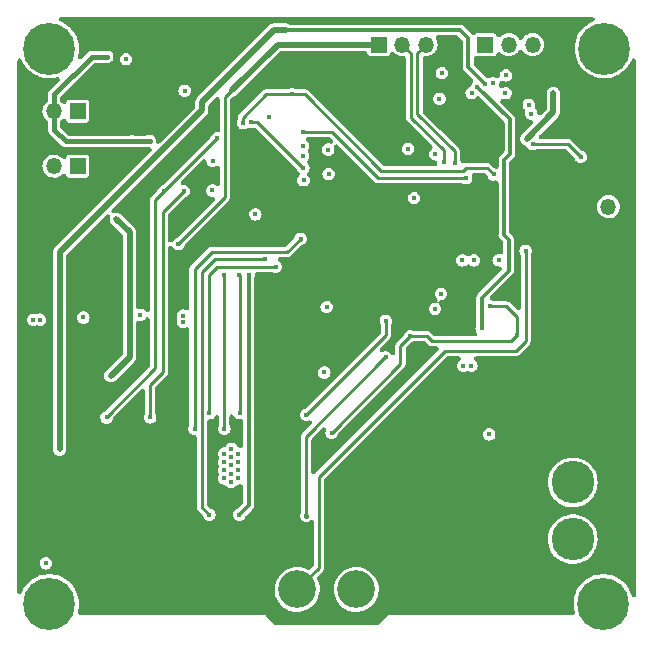
<source format=gbr>
%TF.GenerationSoftware,KiCad,Pcbnew,(6.0.0)*%
%TF.CreationDate,2022-04-01T15:34:28+08:00*%
%TF.ProjectId,LinkCharge40_Receiver,4c696e6b-4368-4617-9267-6534305f5265,rev?*%
%TF.SameCoordinates,Original*%
%TF.FileFunction,Copper,L3,Inr*%
%TF.FilePolarity,Positive*%
%FSLAX46Y46*%
G04 Gerber Fmt 4.6, Leading zero omitted, Abs format (unit mm)*
G04 Created by KiCad (PCBNEW (6.0.0)) date 2022-04-01 15:34:28*
%MOMM*%
%LPD*%
G01*
G04 APERTURE LIST*
G04 Aperture macros list*
%AMRoundRect*
0 Rectangle with rounded corners*
0 $1 Rounding radius*
0 $2 $3 $4 $5 $6 $7 $8 $9 X,Y pos of 4 corners*
0 Add a 4 corners polygon primitive as box body*
4,1,4,$2,$3,$4,$5,$6,$7,$8,$9,$2,$3,0*
0 Add four circle primitives for the rounded corners*
1,1,$1+$1,$2,$3*
1,1,$1+$1,$4,$5*
1,1,$1+$1,$6,$7*
1,1,$1+$1,$8,$9*
0 Add four rect primitives between the rounded corners*
20,1,$1+$1,$2,$3,$4,$5,0*
20,1,$1+$1,$4,$5,$6,$7,0*
20,1,$1+$1,$6,$7,$8,$9,0*
20,1,$1+$1,$8,$9,$2,$3,0*%
G04 Aperture macros list end*
%TA.AperFunction,ComponentPad*%
%ADD10R,1.350000X1.350000*%
%TD*%
%TA.AperFunction,ComponentPad*%
%ADD11O,1.350000X1.350000*%
%TD*%
%TA.AperFunction,ComponentPad*%
%ADD12C,0.700000*%
%TD*%
%TA.AperFunction,ComponentPad*%
%ADD13C,4.400000*%
%TD*%
%TA.AperFunction,ComponentPad*%
%ADD14C,3.200000*%
%TD*%
%TA.AperFunction,ComponentPad*%
%ADD15RoundRect,0.352940X-1.447060X1.447060X-1.447060X-1.447060X1.447060X-1.447060X1.447060X1.447060X0*%
%TD*%
%TA.AperFunction,ComponentPad*%
%ADD16C,3.600000*%
%TD*%
%TA.AperFunction,ViaPad*%
%ADD17C,0.450000*%
%TD*%
%TA.AperFunction,Conductor*%
%ADD18C,0.250000*%
%TD*%
%TA.AperFunction,Conductor*%
%ADD19C,0.500000*%
%TD*%
%TA.AperFunction,Conductor*%
%ADD20C,0.400000*%
%TD*%
%TA.AperFunction,Conductor*%
%ADD21C,0.300000*%
%TD*%
G04 APERTURE END LIST*
D10*
%TO.N,+3V3*%
%TO.C,J3*%
X139700000Y-71175000D03*
D11*
%TO.N,Net-(J3-Pad2)*%
X141700000Y-71175000D03*
%TO.N,Net-(J3-Pad3)*%
X143700000Y-71175000D03*
%TO.N,GND*%
X145700000Y-71175000D03*
%TD*%
D12*
%TO.N,unconnected-(H3-Pad1)*%
%TO.C,H3*%
X111800000Y-116850000D03*
X111800000Y-120150000D03*
X112966726Y-119666726D03*
X110633274Y-117333274D03*
D13*
X111800000Y-118500000D03*
D12*
X110633274Y-119666726D03*
X112966726Y-117333274D03*
X110150000Y-118500000D03*
X113450000Y-118500000D03*
%TD*%
D10*
%TO.N,Net-(J6-Pad1)*%
%TO.C,J6*%
X114200000Y-76800000D03*
D11*
%TO.N,+5V*%
X112200000Y-76800000D03*
%TD*%
D12*
%TO.N,unconnected-(H1-Pad1)*%
%TO.C,H1*%
X157633274Y-72666726D03*
X158800000Y-69850000D03*
X157633274Y-70333274D03*
D13*
X158800000Y-71500000D03*
D12*
X159966726Y-70333274D03*
X157150000Y-71500000D03*
X158800000Y-73150000D03*
X159966726Y-72666726D03*
X160450000Y-71500000D03*
%TD*%
%TO.N,unconnected-(H2-Pad1)*%
%TO.C,H2*%
X157533274Y-119666726D03*
X158700000Y-120150000D03*
X160350000Y-118500000D03*
X159866726Y-117333274D03*
X157050000Y-118500000D03*
D13*
X158700000Y-118500000D03*
D12*
X157533274Y-117333274D03*
X159866726Y-119666726D03*
X158700000Y-116850000D03*
%TD*%
D14*
%TO.N,COIL-*%
%TO.C,J5*%
X132800000Y-117300000D03*
%TO.N,VAC1*%
X137800000Y-117300000D03*
%TD*%
D10*
%TO.N,Net-(J6-Pad1)*%
%TO.C,J7*%
X114200000Y-81456977D03*
D11*
%TO.N,+5V*%
X112200000Y-81456977D03*
%TD*%
D15*
%TO.N,GND*%
%TO.C,J4*%
X156120000Y-98630000D03*
D16*
X156120000Y-103430000D03*
%TO.N,VDC*%
X156120000Y-108230000D03*
X156120000Y-113030000D03*
%TD*%
D10*
%TO.N,+3V3*%
%TO.C,J2*%
X148725000Y-71175000D03*
D11*
%TO.N,Net-(J2-Pad2)*%
X150725000Y-71175000D03*
%TO.N,Net-(J2-Pad3)*%
X152725000Y-71175000D03*
%TO.N,GND*%
X154725000Y-71175000D03*
%TD*%
D10*
%TO.N,GND*%
%TO.C,J1*%
X159130000Y-86900000D03*
D11*
%TO.N,TEMP*%
X159130000Y-84900000D03*
%TD*%
D12*
%TO.N,unconnected-(H4-Pad1)*%
%TO.C,H4*%
X110633274Y-72666726D03*
D13*
X111800000Y-71500000D03*
D12*
X110633274Y-70333274D03*
X110150000Y-71500000D03*
X113450000Y-71500000D03*
X112966726Y-72666726D03*
X111800000Y-69850000D03*
X111800000Y-73150000D03*
X112966726Y-70333274D03*
%TD*%
D17*
%TO.N,GND*%
X109510000Y-113740000D03*
X148975000Y-79125000D03*
X136660000Y-69190000D03*
X109510000Y-90740000D03*
X138000000Y-84000000D03*
X109510000Y-86740000D03*
X132500000Y-91600000D03*
X109510000Y-108740000D03*
X109510000Y-109740000D03*
X116660000Y-69190000D03*
X147660000Y-69190000D03*
X161110000Y-79740000D03*
X123100000Y-110610000D03*
X126160000Y-111130000D03*
X143325000Y-118850000D03*
X116225000Y-118850000D03*
X161110000Y-105740000D03*
X134000000Y-74000000D03*
X161110000Y-111740000D03*
X148175000Y-77525000D03*
X151105000Y-86735000D03*
X122660000Y-69190000D03*
X127877500Y-82447500D03*
X161110000Y-115740000D03*
X129820000Y-111060000D03*
X161110000Y-85740000D03*
X132220000Y-111060000D03*
X125660000Y-69190000D03*
X161110000Y-77740000D03*
X153660000Y-69190000D03*
X128660000Y-69190000D03*
X161110000Y-94740000D03*
X145775000Y-95059998D03*
X151660000Y-69190000D03*
X161110000Y-96740000D03*
X130277500Y-82447500D03*
X127877500Y-81647500D03*
X143265000Y-89439998D03*
X128677500Y-81647501D03*
X109510000Y-112740000D03*
X122700000Y-72700000D03*
X161110000Y-78740000D03*
X109510000Y-107740000D03*
X119300000Y-76900000D03*
X109510000Y-98740000D03*
X138000000Y-85000000D03*
X133000000Y-73000000D03*
X147895000Y-86735000D03*
X109510000Y-83740000D03*
X118225000Y-118850000D03*
X147895000Y-85155000D03*
X137660000Y-69190000D03*
X109510000Y-81740000D03*
X161110000Y-102740000D03*
X137000000Y-73000000D03*
X161110000Y-76740000D03*
X109510000Y-104740000D03*
X133660000Y-69190000D03*
X136000000Y-73000000D03*
X138660000Y-69190000D03*
X109510000Y-79740000D03*
X119800000Y-77420000D03*
X115000000Y-89330000D03*
X122500000Y-92100000D03*
X131620000Y-111060000D03*
X139000000Y-84000000D03*
X109510000Y-73740000D03*
X109510000Y-99740000D03*
X126640000Y-111540000D03*
X130277500Y-80847500D03*
X147375000Y-79125000D03*
X154660000Y-69190000D03*
X122170000Y-110610000D03*
X122650000Y-110200000D03*
X130420000Y-111060000D03*
X148975000Y-78325000D03*
X136000000Y-74000000D03*
X124800000Y-81770000D03*
X147375000Y-78325000D03*
X161110000Y-82740000D03*
X122170000Y-109790000D03*
X129477500Y-80047500D03*
X129477500Y-82447501D03*
X139570000Y-119840000D03*
X113660000Y-69190000D03*
X124225000Y-118850000D03*
X131070000Y-119840000D03*
X152325000Y-118850000D03*
X123660000Y-69190000D03*
X149775000Y-77525000D03*
X109510000Y-94740000D03*
X119570000Y-85930000D03*
X140660000Y-69190000D03*
X128677500Y-80847500D03*
X117512436Y-94770742D03*
X116532436Y-94770742D03*
X156660000Y-69190000D03*
X138095000Y-95530000D03*
X129740000Y-84770000D03*
X127877500Y-80047500D03*
X119800000Y-76370000D03*
X123100000Y-109790000D03*
X147375000Y-79925000D03*
X161110000Y-114740000D03*
X131020000Y-111060000D03*
X109510000Y-110740000D03*
X135000000Y-73000000D03*
X118800000Y-77420000D03*
X117025000Y-94275000D03*
X142825000Y-97075000D03*
X109510000Y-75740000D03*
X148975000Y-77525000D03*
X109510000Y-101740000D03*
X161110000Y-101740000D03*
X155325000Y-118850000D03*
X155080000Y-82370000D03*
X150660000Y-69190000D03*
X109510000Y-80740000D03*
X161110000Y-116740000D03*
X161110000Y-113740000D03*
X139660000Y-69190000D03*
X121200000Y-100900000D03*
X109510000Y-84740000D03*
X161110000Y-74740000D03*
X143725000Y-97050000D03*
X120660000Y-69190000D03*
X116532436Y-93800742D03*
X134170000Y-119840000D03*
X141660000Y-69190000D03*
X146325000Y-118850000D03*
X123225000Y-118850000D03*
X161110000Y-99740000D03*
X161110000Y-112740000D03*
X109510000Y-76740000D03*
X143660000Y-69190000D03*
X109510000Y-102740000D03*
X153325000Y-118850000D03*
X109510000Y-93740000D03*
X117225000Y-118850000D03*
X127090000Y-111130000D03*
X109510000Y-87740000D03*
X109510000Y-92740000D03*
X146660000Y-69190000D03*
X161110000Y-90740000D03*
X161110000Y-88740000D03*
X161110000Y-87740000D03*
X134660000Y-69190000D03*
X149775000Y-78325000D03*
X109510000Y-88740000D03*
X120225000Y-118850000D03*
X141325000Y-118850000D03*
X149775000Y-79925000D03*
X130277500Y-80047500D03*
X109510000Y-85740000D03*
X161110000Y-106740000D03*
X127225000Y-118850000D03*
X142325000Y-118850000D03*
X150325000Y-118850000D03*
X161110000Y-73740000D03*
X151105000Y-85145000D03*
X132170000Y-119840000D03*
X109510000Y-114740000D03*
X118800000Y-76370000D03*
X161110000Y-97740000D03*
X130660000Y-69190000D03*
X149660000Y-69190000D03*
X109510000Y-74740000D03*
X161110000Y-92740000D03*
X138570000Y-119840000D03*
X148660000Y-69190000D03*
X124660000Y-69190000D03*
X161110000Y-100740000D03*
X129225000Y-118850000D03*
X161110000Y-84740000D03*
X145275000Y-95579998D03*
X126225000Y-118850000D03*
X119500000Y-100900000D03*
X109510000Y-97740000D03*
X128677500Y-80047500D03*
X161110000Y-98740000D03*
X136370000Y-119840000D03*
X145325000Y-118850000D03*
X129477500Y-80847500D03*
X161110000Y-86740000D03*
X144660000Y-69190000D03*
X145660000Y-69190000D03*
X109510000Y-106740000D03*
X147325000Y-118850000D03*
X161110000Y-108740000D03*
X145275000Y-94529998D03*
X148175000Y-78325000D03*
X114660000Y-69190000D03*
X122500000Y-92900000D03*
X109510000Y-103740000D03*
X149775000Y-79125000D03*
X148175000Y-79125000D03*
X161110000Y-109740000D03*
X130700000Y-91600000D03*
X109510000Y-82740000D03*
X134000000Y-73000000D03*
X161110000Y-110740000D03*
X161110000Y-89740000D03*
X133000000Y-74000000D03*
X127090000Y-111950000D03*
X139000000Y-85000000D03*
X109510000Y-89740000D03*
X127877500Y-80847500D03*
X131660000Y-69190000D03*
X130277500Y-81647501D03*
X161110000Y-107740000D03*
X146275000Y-94529998D03*
X151325000Y-118850000D03*
X128677500Y-82447500D03*
X147375000Y-77525000D03*
X154325000Y-118850000D03*
X122225000Y-118850000D03*
X161110000Y-104740000D03*
X129477500Y-81647500D03*
X109510000Y-77740000D03*
X126660000Y-69190000D03*
X138095000Y-94823750D03*
X144325000Y-118850000D03*
X132660000Y-69190000D03*
X118660000Y-69190000D03*
X117660000Y-69190000D03*
X135660000Y-69190000D03*
X146845000Y-85155000D03*
X109510000Y-105740000D03*
X148175000Y-79925000D03*
X137000000Y-74000000D03*
X109510000Y-95740000D03*
X140270000Y-119140000D03*
X155660000Y-69190000D03*
X152660000Y-69190000D03*
X129660000Y-69190000D03*
X109510000Y-115740000D03*
X148975000Y-79925000D03*
X117522436Y-93800741D03*
X115660000Y-69190000D03*
X135270000Y-119840000D03*
X127660000Y-69190000D03*
X147540000Y-92320000D03*
X119840000Y-91790000D03*
X109510000Y-116740000D03*
X161110000Y-83740000D03*
X119500000Y-98100000D03*
X109510000Y-100740000D03*
X161110000Y-75740000D03*
X146275000Y-95579998D03*
X145860000Y-76330000D03*
X130370000Y-119140000D03*
X142660000Y-69190000D03*
X109510000Y-91740000D03*
X161110000Y-103740000D03*
X161110000Y-81740000D03*
X126160000Y-111950000D03*
X145815000Y-85155000D03*
X138095000Y-96236250D03*
X161110000Y-93740000D03*
X161110000Y-95740000D03*
X161110000Y-80740000D03*
X125225000Y-118850000D03*
X137470000Y-119840000D03*
X119830000Y-72040000D03*
X109510000Y-96740000D03*
X121225000Y-118850000D03*
X115225000Y-118850000D03*
X133170000Y-119840000D03*
X121660000Y-69190000D03*
X119225000Y-118850000D03*
X119660000Y-69190000D03*
X161110000Y-91740000D03*
X109510000Y-111740000D03*
X129247499Y-87730000D03*
X149325000Y-118850000D03*
X109510000Y-78740000D03*
X148770000Y-89410000D03*
X128225000Y-118850000D03*
X148325000Y-118850000D03*
X135000000Y-74000000D03*
X115180000Y-99770000D03*
%TO.N,COIL-*%
X152140000Y-88620000D03*
%TO.N,VDDA*%
X156800000Y-80670000D03*
X123270000Y-75060000D03*
X152720000Y-79590000D03*
%TO.N,Net-(C1-Pad1)*%
X114690000Y-94270000D03*
X119525000Y-94025000D03*
%TO.N,+5V*%
X129260000Y-85540000D03*
X116700000Y-72190000D03*
X120300000Y-79300000D03*
X117475000Y-85950000D03*
X147540000Y-98340000D03*
X130430000Y-77260000D03*
X118800000Y-79350000D03*
X117009258Y-99190742D03*
X146850000Y-98340000D03*
X144975000Y-92269997D03*
%TO.N,HT*%
X123121425Y-94115000D03*
X110462436Y-94460742D03*
X147765000Y-89439998D03*
X111022436Y-94460742D03*
X144465001Y-93539998D03*
X123121425Y-94640000D03*
X135290000Y-93380000D03*
%TO.N,VAC1*%
X126600000Y-106500000D03*
X127200000Y-106800000D03*
X126600000Y-107200000D03*
X126610000Y-90670000D03*
X127200000Y-107500000D03*
X127800000Y-107200000D03*
X126600000Y-105800000D03*
X127200000Y-106100000D03*
X127800000Y-105800000D03*
X127800000Y-107900000D03*
X127200000Y-105400000D03*
X111520000Y-115080000D03*
X127200000Y-108200000D03*
X126600000Y-107900000D03*
X127800000Y-106500000D03*
X126625000Y-103675000D03*
%TO.N,+3V3*%
X154475000Y-75285000D03*
X152220000Y-79140000D03*
X127280000Y-75020000D03*
X122710000Y-88060000D03*
%TO.N,ISENSE*%
X121520000Y-83560000D03*
X126000000Y-79100000D03*
X116650000Y-102740000D03*
%TO.N,Net-(C37-Pad2)*%
X133075000Y-87600000D03*
X124100000Y-103675000D03*
%TO.N,VACC_MID*%
X123170000Y-83570000D03*
X120350000Y-102730000D03*
%TO.N,Net-(R26-Pad2)*%
X128690000Y-90640000D03*
X127900000Y-110960000D03*
%TO.N,PWM1_L*%
X133330000Y-82640000D03*
X149380000Y-74430000D03*
%TO.N,PWM1_H*%
X133300000Y-80610000D03*
X150470000Y-73780000D03*
%TO.N,PWM2_L*%
X133290000Y-79720000D03*
X145040000Y-73570000D03*
%TO.N,PWM2_H*%
X144840000Y-75760000D03*
X133310000Y-81610000D03*
X128920000Y-77710000D03*
%TO.N,AC_I_2*%
X133310000Y-78540000D03*
X147100000Y-82480000D03*
%TO.N,VDC*%
X149860000Y-89430000D03*
X146780000Y-89430000D03*
X149050000Y-104170000D03*
%TO.N,Net-(R24-Pad2)*%
X127910000Y-102370000D03*
X127900000Y-90660000D03*
%TO.N,Net-(D3-Pad3)*%
X135710000Y-104030000D03*
X142360002Y-95839998D03*
X149150000Y-93339999D03*
X151425000Y-95739998D03*
%TO.N,Net-(J2-Pad2)*%
X152410000Y-76260000D03*
%TO.N,Net-(J3-Pad2)*%
X145190000Y-81120000D03*
%TO.N,Net-(J3-Pad3)*%
X146117500Y-81190000D03*
%TO.N,Net-(NCP15XW153J03RC1-Pad1)*%
X135090000Y-98930000D03*
X118300000Y-72400000D03*
%TO.N,EN_MOD*%
X112670000Y-105420000D03*
X148690000Y-74490000D03*
%TO.N,MIN_LD*%
X144490000Y-80440000D03*
X142680000Y-84150000D03*
%TO.N,Net-(Q5-Pad4)*%
X140305000Y-94549998D03*
X133570000Y-102510000D03*
%TO.N,Net-(Q6-Pad4)*%
X140280000Y-97649999D03*
X133555000Y-111050000D03*
%TO.N,Net-(R10-Pad2)*%
X130980000Y-89980000D03*
X125360000Y-102380000D03*
%TO.N,Net-(R12-Pad2)*%
X130060000Y-89320000D03*
X125350000Y-110970000D03*
%TO.N,AC_I_1*%
X128200000Y-77820000D03*
X149425000Y-82165000D03*
X132390000Y-75387500D03*
%TO.N,EN_GAIN*%
X142180000Y-79990000D03*
X125640000Y-81010000D03*
%TO.N,Net-(R49-Pad1)*%
X135420000Y-80050000D03*
X150430000Y-75280000D03*
%TO.N,Net-(R51-Pad1)*%
X147560000Y-75270000D03*
X135450000Y-82130000D03*
%TO.N,EN_LOAD*%
X148030000Y-74730000D03*
X148410000Y-95200000D03*
%TO.N,EN_DRV*%
X152610000Y-77030000D03*
X125610000Y-83520000D03*
%TD*%
D18*
%TO.N,COIL-*%
X152130000Y-96270000D02*
X151290000Y-97110000D01*
X151290000Y-97110000D02*
X145290000Y-97110000D01*
X152130000Y-88630000D02*
X152130000Y-96270000D01*
X134640000Y-107760000D02*
X134640000Y-115460000D01*
X152140000Y-88620000D02*
X152130000Y-88630000D01*
X134640000Y-115460000D02*
X132800000Y-117300000D01*
X145290000Y-97110000D02*
X134640000Y-107760000D01*
%TO.N,VDDA*%
X155720000Y-79590000D02*
X156800000Y-80670000D01*
X152720000Y-79590000D02*
X155720000Y-79590000D01*
D19*
%TO.N,+5V*%
X117475000Y-85950000D02*
X118600000Y-87075000D01*
D20*
X112200000Y-78360000D02*
X113210000Y-79370000D01*
D19*
X118600000Y-87075000D02*
X118600000Y-97600000D01*
D20*
X113210000Y-79370000D02*
X120230000Y-79370000D01*
X120230000Y-79370000D02*
X120300000Y-79300000D01*
X115400000Y-72190000D02*
X116700000Y-72190000D01*
X112200000Y-76800000D02*
X112200000Y-78360000D01*
X112200000Y-76800000D02*
X112200000Y-75390000D01*
X112200000Y-75390000D02*
X115400000Y-72190000D01*
D19*
X118600000Y-97600000D02*
X117009258Y-99190742D01*
D18*
%TO.N,VAC1*%
X126625000Y-90685000D02*
X126610000Y-90670000D01*
X126625000Y-103675000D02*
X126625000Y-90685000D01*
%TO.N,+3V3*%
X126670000Y-75630000D02*
X127280000Y-75020000D01*
X126670000Y-84100000D02*
X126670000Y-75630000D01*
D19*
X154475000Y-76885000D02*
X152220000Y-79140000D01*
X127290000Y-75020000D02*
X131135000Y-71175000D01*
X131135000Y-71175000D02*
X139700000Y-71175000D01*
X154475000Y-75285000D02*
X154475000Y-76885000D01*
D18*
X122710000Y-88060000D02*
X126670000Y-84100000D01*
%TO.N,ISENSE*%
X116650000Y-102740000D02*
X116650000Y-102670000D01*
X125980000Y-79100000D02*
X121520000Y-83560000D01*
X120740000Y-84340000D02*
X121520000Y-83560000D01*
X120740000Y-98580000D02*
X120740000Y-84340000D01*
X126000000Y-79100000D02*
X125980000Y-79100000D01*
X116650000Y-102670000D02*
X120740000Y-98580000D01*
%TO.N,Net-(C37-Pad2)*%
X124100000Y-103675000D02*
X124100000Y-90170000D01*
X125540000Y-88730000D02*
X131945000Y-88730000D01*
X131945000Y-88730000D02*
X133075000Y-87600000D01*
X124100000Y-90170000D02*
X125540000Y-88730000D01*
%TO.N,VACC_MID*%
X121440000Y-85300000D02*
X123170000Y-83570000D01*
X121440000Y-98930000D02*
X121440000Y-85300000D01*
X120350000Y-100020000D02*
X121440000Y-98930000D01*
X120350000Y-102730000D02*
X120350000Y-100020000D01*
D21*
%TO.N,Net-(R26-Pad2)*%
X128675000Y-110185000D02*
X127900000Y-110960000D01*
X128675000Y-90655000D02*
X128675000Y-110185000D01*
D18*
X128690000Y-90640000D02*
X128675000Y-90655000D01*
%TO.N,PWM2_H*%
X133270000Y-81610000D02*
X133310000Y-81610000D01*
X128920000Y-77710000D02*
X129370000Y-77710000D01*
X129370000Y-77710000D02*
X133270000Y-81610000D01*
%TO.N,AC_I_2*%
X147090000Y-82490000D02*
X139670000Y-82490000D01*
X135720000Y-78540000D02*
X133310000Y-78540000D01*
X139670000Y-82490000D02*
X135720000Y-78540000D01*
X147100000Y-82480000D02*
X147090000Y-82490000D01*
%TO.N,Net-(R24-Pad2)*%
X127910000Y-90670000D02*
X127910000Y-102370000D01*
X127900000Y-90660000D02*
X127910000Y-90670000D01*
%TO.N,Net-(D3-Pad3)*%
X150864998Y-96300000D02*
X151425000Y-95739998D01*
X150514999Y-93339999D02*
X151425000Y-94250000D01*
X141540000Y-96660000D02*
X142360002Y-95839998D01*
X135710000Y-104030000D02*
X141540000Y-98200000D01*
X144250000Y-96300000D02*
X150864998Y-96300000D01*
X142360002Y-95839998D02*
X143789998Y-95839998D01*
X149150000Y-93339999D02*
X150514999Y-93339999D01*
X141540000Y-98200000D02*
X141540000Y-96660000D01*
X151425000Y-94250000D02*
X151425000Y-95739998D01*
X143789998Y-95839998D02*
X144250000Y-96300000D01*
%TO.N,Net-(J3-Pad2)*%
X142431756Y-71906756D02*
X141700000Y-71175000D01*
X145190000Y-81120000D02*
X145190000Y-80100000D01*
X145190000Y-80100000D02*
X142431756Y-77341756D01*
X142431756Y-77341756D02*
X142431756Y-71906756D01*
%TO.N,Net-(J3-Pad3)*%
X142980000Y-71895000D02*
X143700000Y-71175000D01*
X146117500Y-81190000D02*
X146117500Y-80197500D01*
X146117500Y-80197500D02*
X142980000Y-77060000D01*
X142980000Y-77060000D02*
X142980000Y-71895000D01*
D21*
%TO.N,EN_MOD*%
X148690000Y-74490000D02*
X147280000Y-73080000D01*
X147280000Y-73080000D02*
X147280000Y-70640000D01*
D19*
X124730000Y-76030000D02*
X124730000Y-76700000D01*
D21*
X147280000Y-70640000D02*
X146570000Y-69930000D01*
X146570000Y-69930000D02*
X131840000Y-69930000D01*
D19*
X112670000Y-88760000D02*
X112670000Y-105420000D01*
X124730000Y-76700000D02*
X112670000Y-88760000D01*
X131840000Y-69930000D02*
X130830000Y-69930000D01*
X130830000Y-69930000D02*
X124730000Y-76030000D01*
D18*
%TO.N,Net-(Q5-Pad4)*%
X133570000Y-102510000D02*
X140305000Y-95775000D01*
X140305000Y-95775000D02*
X140305000Y-94549998D01*
%TO.N,Net-(Q6-Pad4)*%
X140270000Y-97649999D02*
X133570000Y-104349999D01*
D20*
X133565000Y-111040000D02*
X133555000Y-111050000D01*
D18*
X133570000Y-111035000D02*
X133565000Y-111040000D01*
X133570000Y-104349999D02*
X133570000Y-111035000D01*
%TO.N,Net-(R10-Pad2)*%
X125360000Y-90640000D02*
X125360000Y-102380000D01*
X126020000Y-89980000D02*
X125360000Y-90640000D01*
X130980000Y-89980000D02*
X126020000Y-89980000D01*
%TO.N,Net-(R12-Pad2)*%
X124725000Y-90435000D02*
X124725000Y-110345000D01*
X124725000Y-110345000D02*
X125350000Y-110970000D01*
X130030000Y-89350000D02*
X125810000Y-89350000D01*
X125810000Y-89350000D02*
X124725000Y-90435000D01*
X130060000Y-89320000D02*
X130030000Y-89350000D01*
%TO.N,AC_I_1*%
X147090000Y-81600000D02*
X146820000Y-81870000D01*
X148860000Y-81600000D02*
X147090000Y-81600000D01*
X128200000Y-77820000D02*
X128200000Y-77360000D01*
X149425000Y-82165000D02*
X148860000Y-81600000D01*
X133427500Y-75387500D02*
X132390000Y-75387500D01*
X130172500Y-75387500D02*
X132390000Y-75387500D01*
X146820000Y-81870000D02*
X139910000Y-81870000D01*
X128200000Y-77360000D02*
X130172500Y-75387500D01*
X139910000Y-81870000D02*
X133427500Y-75387500D01*
D21*
%TO.N,EN_LOAD*%
X150290000Y-80910000D02*
X150290000Y-87280000D01*
X150800000Y-77500000D02*
X150800000Y-80400000D01*
X150290000Y-87280000D02*
X150690000Y-87680000D01*
X150690000Y-87680000D02*
X150690000Y-90320000D01*
X150690000Y-90320000D02*
X148410000Y-92600000D01*
X148410000Y-92600000D02*
X148410000Y-95200000D01*
X148030000Y-74730000D02*
X150800000Y-77500000D01*
X150800000Y-80400000D02*
X150290000Y-80910000D01*
%TD*%
%TA.AperFunction,Conductor*%
%TO.N,GND*%
G36*
X157783687Y-68800000D02*
G01*
X157870030Y-68819707D01*
X157939271Y-68874926D01*
X157977698Y-68954718D01*
X157977698Y-69043282D01*
X157939271Y-69123074D01*
X157870030Y-69178293D01*
X157856943Y-69184026D01*
X157739052Y-69230702D01*
X157739045Y-69230705D01*
X157733234Y-69233006D01*
X157457516Y-69384584D01*
X157452460Y-69388257D01*
X157452459Y-69388258D01*
X157208029Y-69565846D01*
X157208025Y-69565850D01*
X157202970Y-69569522D01*
X157198413Y-69573802D01*
X157198411Y-69573803D01*
X157129313Y-69638691D01*
X156973610Y-69784906D01*
X156969636Y-69789709D01*
X156969631Y-69789715D01*
X156921632Y-69847736D01*
X156773053Y-70027337D01*
X156604463Y-70292993D01*
X156601803Y-70298645D01*
X156601799Y-70298653D01*
X156482205Y-70552804D01*
X156470497Y-70577685D01*
X156468563Y-70583636D01*
X156468563Y-70583637D01*
X156384192Y-70843305D01*
X156373269Y-70876921D01*
X156372098Y-70883062D01*
X156372097Y-70883064D01*
X156317463Y-71169469D01*
X156314312Y-71185985D01*
X156294556Y-71500000D01*
X156294949Y-71506247D01*
X156312957Y-71792470D01*
X156314312Y-71814015D01*
X156315483Y-71820155D01*
X156315484Y-71820161D01*
X156369831Y-72105057D01*
X156373269Y-72123079D01*
X156375200Y-72129022D01*
X156375201Y-72129026D01*
X156463246Y-72400000D01*
X156470497Y-72422315D01*
X156473158Y-72427970D01*
X156473160Y-72427975D01*
X156601799Y-72701347D01*
X156601803Y-72701355D01*
X156604463Y-72707007D01*
X156773053Y-72972663D01*
X156777036Y-72977477D01*
X156777037Y-72977479D01*
X156969631Y-73210285D01*
X156969636Y-73210291D01*
X156973610Y-73215094D01*
X156978158Y-73219365D01*
X156978160Y-73219367D01*
X157192629Y-73420767D01*
X157202970Y-73430478D01*
X157208025Y-73434150D01*
X157208029Y-73434154D01*
X157452459Y-73611742D01*
X157457516Y-73615416D01*
X157733234Y-73766994D01*
X158025775Y-73882819D01*
X158092554Y-73899965D01*
X158324465Y-73959510D01*
X158324472Y-73959511D01*
X158330527Y-73961066D01*
X158642682Y-74000500D01*
X158957318Y-74000500D01*
X159269473Y-73961066D01*
X159275528Y-73959511D01*
X159275535Y-73959510D01*
X159507446Y-73899965D01*
X159574225Y-73882819D01*
X159866766Y-73766994D01*
X160142484Y-73615416D01*
X160147541Y-73611742D01*
X160391971Y-73434154D01*
X160391975Y-73434150D01*
X160397030Y-73430478D01*
X160407371Y-73420767D01*
X160621840Y-73219367D01*
X160621842Y-73219365D01*
X160626390Y-73215094D01*
X160630364Y-73210291D01*
X160630369Y-73210285D01*
X160822963Y-72977479D01*
X160822964Y-72977477D01*
X160826947Y-72972663D01*
X160995537Y-72707007D01*
X160998197Y-72701355D01*
X160998201Y-72701347D01*
X161109246Y-72465364D01*
X161120939Y-72440513D01*
X161175534Y-72370780D01*
X161254979Y-72331639D01*
X161343538Y-72330844D01*
X161423673Y-72368552D01*
X161479511Y-72437295D01*
X161500000Y-72525244D01*
X161500000Y-117769289D01*
X161480293Y-117855632D01*
X161425074Y-117924873D01*
X161345282Y-117963300D01*
X161256718Y-117963300D01*
X161176926Y-117924873D01*
X161121707Y-117855632D01*
X161111740Y-117830783D01*
X161031439Y-117583641D01*
X161031435Y-117583630D01*
X161029503Y-117577685D01*
X161000480Y-117516007D01*
X160898201Y-117298653D01*
X160898197Y-117298645D01*
X160895537Y-117292993D01*
X160726947Y-117027337D01*
X160722963Y-117022521D01*
X160530369Y-116789715D01*
X160530364Y-116789709D01*
X160526390Y-116784906D01*
X160508838Y-116768423D01*
X160301589Y-116573803D01*
X160301587Y-116573802D01*
X160297030Y-116569522D01*
X160291975Y-116565850D01*
X160291971Y-116565846D01*
X160047541Y-116388258D01*
X160047540Y-116388257D01*
X160042484Y-116384584D01*
X159766766Y-116233006D01*
X159474225Y-116117181D01*
X159387784Y-116094987D01*
X159175535Y-116040490D01*
X159175528Y-116040489D01*
X159169473Y-116038934D01*
X158857318Y-115999500D01*
X158542682Y-115999500D01*
X158230527Y-116038934D01*
X158224472Y-116040489D01*
X158224465Y-116040490D01*
X158012216Y-116094987D01*
X157925775Y-116117181D01*
X157633234Y-116233006D01*
X157357516Y-116384584D01*
X157352460Y-116388257D01*
X157352459Y-116388258D01*
X157108029Y-116565846D01*
X157108025Y-116565850D01*
X157102970Y-116569522D01*
X157098413Y-116573802D01*
X157098411Y-116573803D01*
X156891163Y-116768423D01*
X156873610Y-116784906D01*
X156869636Y-116789709D01*
X156869631Y-116789715D01*
X156677037Y-117022521D01*
X156673053Y-117027337D01*
X156504463Y-117292993D01*
X156501803Y-117298645D01*
X156501799Y-117298653D01*
X156399520Y-117516007D01*
X156370497Y-117577685D01*
X156368563Y-117583636D01*
X156368563Y-117583637D01*
X156309013Y-117766914D01*
X156273269Y-117876921D01*
X156272098Y-117883062D01*
X156272097Y-117883064D01*
X156245505Y-118022467D01*
X156214312Y-118185985D01*
X156194556Y-118500000D01*
X156214312Y-118814015D01*
X156215483Y-118820155D01*
X156215484Y-118820161D01*
X156269020Y-119100806D01*
X156273269Y-119123079D01*
X156275200Y-119129021D01*
X156275201Y-119129026D01*
X156291039Y-119177769D01*
X156298978Y-119265976D01*
X156267859Y-119348892D01*
X156203846Y-119410095D01*
X156119618Y-119437463D01*
X156054732Y-119432623D01*
X156047333Y-119430823D01*
X156034280Y-119425615D01*
X156028007Y-119425000D01*
X156015151Y-119425000D01*
X156012154Y-119424888D01*
X155997760Y-119421223D01*
X155971952Y-119423806D01*
X155969904Y-119424011D01*
X155950086Y-119425000D01*
X140725185Y-119425000D01*
X140725185Y-119421881D01*
X140719547Y-119422100D01*
X140719584Y-119423077D01*
X140672094Y-119424860D01*
X140664628Y-119425000D01*
X140647095Y-119425000D01*
X140647095Y-119424617D01*
X140641645Y-119423891D01*
X140641724Y-119426000D01*
X140607904Y-119427270D01*
X140591025Y-119434522D01*
X140587021Y-119435424D01*
X140583193Y-119436901D01*
X140565130Y-119440265D01*
X140548767Y-119450352D01*
X140522893Y-119463792D01*
X140518134Y-119465837D01*
X140505220Y-119471385D01*
X140500350Y-119475386D01*
X140496904Y-119478832D01*
X140495733Y-119479894D01*
X140490987Y-119484414D01*
X140485634Y-119489267D01*
X140469993Y-119498909D01*
X140458871Y-119513535D01*
X140456459Y-119516707D01*
X140438769Y-119536967D01*
X139734022Y-120241714D01*
X139659034Y-120288833D01*
X139593308Y-120300000D01*
X131006692Y-120300000D01*
X130920349Y-120280293D01*
X130865978Y-120241714D01*
X130172617Y-119548353D01*
X130174823Y-119546147D01*
X130170682Y-119542316D01*
X130170016Y-119543034D01*
X130135152Y-119510692D01*
X130129801Y-119505537D01*
X130117400Y-119493136D01*
X130117673Y-119492863D01*
X130114333Y-119488496D01*
X130112895Y-119490046D01*
X130101557Y-119479528D01*
X130101556Y-119479527D01*
X130088083Y-119467029D01*
X130071016Y-119460220D01*
X130067545Y-119458026D01*
X130063798Y-119456366D01*
X130048648Y-119445972D01*
X130029942Y-119441533D01*
X130002139Y-119432741D01*
X129984280Y-119425615D01*
X129978007Y-119425000D01*
X129973141Y-119425000D01*
X129971576Y-119424923D01*
X129964993Y-119424762D01*
X129957782Y-119424409D01*
X129939909Y-119420168D01*
X129917754Y-119423183D01*
X129890920Y-119425000D01*
X114485150Y-119425000D01*
X114477069Y-119424836D01*
X114471680Y-119424617D01*
X114434328Y-119423099D01*
X114423317Y-119426607D01*
X114339664Y-119419018D01*
X114263670Y-119373539D01*
X114214934Y-119299591D01*
X114203109Y-119211820D01*
X114212034Y-119168313D01*
X114226731Y-119123079D01*
X114230980Y-119100806D01*
X114284516Y-118820161D01*
X114284517Y-118820155D01*
X114285688Y-118814015D01*
X114305444Y-118500000D01*
X114285688Y-118185985D01*
X114254496Y-118022467D01*
X114227903Y-117883064D01*
X114227902Y-117883062D01*
X114226731Y-117876921D01*
X114190988Y-117766914D01*
X114131437Y-117583637D01*
X114131437Y-117583636D01*
X114129503Y-117577685D01*
X114100480Y-117516007D01*
X113998201Y-117298653D01*
X113998197Y-117298645D01*
X113995537Y-117292993D01*
X113826947Y-117027337D01*
X113822963Y-117022521D01*
X113630369Y-116789715D01*
X113630364Y-116789709D01*
X113626390Y-116784906D01*
X113608838Y-116768423D01*
X113401589Y-116573803D01*
X113401587Y-116573802D01*
X113397030Y-116569522D01*
X113391975Y-116565850D01*
X113391971Y-116565846D01*
X113147541Y-116388258D01*
X113147540Y-116388257D01*
X113142484Y-116384584D01*
X112866766Y-116233006D01*
X112574225Y-116117181D01*
X112487784Y-116094987D01*
X112275535Y-116040490D01*
X112275528Y-116040489D01*
X112269473Y-116038934D01*
X111957318Y-115999500D01*
X111642682Y-115999500D01*
X111330527Y-116038934D01*
X111324472Y-116040489D01*
X111324465Y-116040490D01*
X111112216Y-116094987D01*
X111025775Y-116117181D01*
X110733234Y-116233006D01*
X110457516Y-116384584D01*
X110452460Y-116388257D01*
X110452459Y-116388258D01*
X110208029Y-116565846D01*
X110208025Y-116565850D01*
X110202970Y-116569522D01*
X110198413Y-116573802D01*
X110198411Y-116573803D01*
X109991163Y-116768423D01*
X109973610Y-116784906D01*
X109969636Y-116789709D01*
X109969631Y-116789715D01*
X109777037Y-117022521D01*
X109773053Y-117027337D01*
X109604463Y-117292993D01*
X109601803Y-117298645D01*
X109601799Y-117298653D01*
X109479059Y-117559490D01*
X109424464Y-117629225D01*
X109345019Y-117668365D01*
X109256460Y-117669160D01*
X109176325Y-117631452D01*
X109120487Y-117562709D01*
X109099998Y-117474760D01*
X109099998Y-115080000D01*
X110989965Y-115080000D01*
X111008026Y-115217183D01*
X111060976Y-115345017D01*
X111145209Y-115454791D01*
X111254982Y-115539024D01*
X111267030Y-115544014D01*
X111267031Y-115544015D01*
X111268789Y-115544743D01*
X111382817Y-115591974D01*
X111520000Y-115610035D01*
X111657183Y-115591974D01*
X111771211Y-115544743D01*
X111772969Y-115544015D01*
X111772970Y-115544014D01*
X111785018Y-115539024D01*
X111894791Y-115454791D01*
X111979024Y-115345017D01*
X112031974Y-115217183D01*
X112050035Y-115080000D01*
X112031974Y-114942817D01*
X112020800Y-114915839D01*
X111984016Y-114827035D01*
X111979024Y-114814983D01*
X111894791Y-114705209D01*
X111785018Y-114620976D01*
X111772970Y-114615986D01*
X111772969Y-114615985D01*
X111721395Y-114594623D01*
X111657183Y-114568026D01*
X111520000Y-114549965D01*
X111382817Y-114568026D01*
X111370768Y-114573017D01*
X111370767Y-114573017D01*
X111318605Y-114594623D01*
X111254983Y-114620976D01*
X111145209Y-114705209D01*
X111060976Y-114814983D01*
X111055984Y-114827035D01*
X111019201Y-114915839D01*
X111008026Y-114942817D01*
X110989965Y-115080000D01*
X109099998Y-115080000D01*
X109099999Y-106700192D01*
X109099999Y-94460742D01*
X109932401Y-94460742D01*
X109950462Y-94597925D01*
X109955453Y-94609974D01*
X109955453Y-94609975D01*
X109987433Y-94687181D01*
X110003412Y-94725759D01*
X110087645Y-94835533D01*
X110197418Y-94919766D01*
X110209466Y-94924756D01*
X110209467Y-94924757D01*
X110222775Y-94930269D01*
X110325253Y-94972716D01*
X110462436Y-94990777D01*
X110599619Y-94972716D01*
X110611661Y-94967728D01*
X110611669Y-94967726D01*
X110666282Y-94945104D01*
X110753594Y-94930269D01*
X110818590Y-94945104D01*
X110873203Y-94967726D01*
X110873211Y-94967728D01*
X110885253Y-94972716D01*
X111022436Y-94990777D01*
X111159619Y-94972716D01*
X111262097Y-94930269D01*
X111275405Y-94924757D01*
X111275406Y-94924756D01*
X111287454Y-94919766D01*
X111397227Y-94835533D01*
X111481460Y-94725759D01*
X111497439Y-94687181D01*
X111529419Y-94609975D01*
X111529419Y-94609974D01*
X111534410Y-94597925D01*
X111552471Y-94460742D01*
X111534410Y-94323559D01*
X111481460Y-94195725D01*
X111397227Y-94085951D01*
X111317795Y-94025000D01*
X111297803Y-94009659D01*
X111297802Y-94009658D01*
X111287454Y-94001718D01*
X111275406Y-93996728D01*
X111275405Y-93996727D01*
X111216897Y-93972493D01*
X111159619Y-93948768D01*
X111022436Y-93930707D01*
X110885253Y-93948768D01*
X110818589Y-93976381D01*
X110731277Y-93991215D01*
X110666284Y-93976381D01*
X110656897Y-93972493D01*
X110599619Y-93948768D01*
X110462436Y-93930707D01*
X110325253Y-93948768D01*
X110313204Y-93953759D01*
X110313203Y-93953759D01*
X110255122Y-93977817D01*
X110197419Y-94001718D01*
X110087645Y-94085951D01*
X110003412Y-94195725D01*
X109950462Y-94323559D01*
X109932401Y-94460742D01*
X109099999Y-94460742D01*
X109099999Y-83767271D01*
X109099999Y-81443291D01*
X111219876Y-81443291D01*
X111235884Y-81633925D01*
X111238567Y-81643283D01*
X111238568Y-81643287D01*
X111268385Y-81747271D01*
X111288614Y-81817820D01*
X111293062Y-81826474D01*
X111293062Y-81826475D01*
X111369662Y-81975520D01*
X111376060Y-81987970D01*
X111382105Y-81995597D01*
X111382107Y-81995600D01*
X111488840Y-82130264D01*
X111488844Y-82130268D01*
X111494889Y-82137895D01*
X111570359Y-82202125D01*
X111633159Y-82255573D01*
X111633162Y-82255575D01*
X111640575Y-82261884D01*
X111649068Y-82266631D01*
X111649073Y-82266634D01*
X111799075Y-82350467D01*
X111799081Y-82350469D01*
X111807570Y-82355214D01*
X111816825Y-82358221D01*
X111816827Y-82358222D01*
X111980253Y-82411323D01*
X111980257Y-82411324D01*
X111989512Y-82414331D01*
X111999176Y-82415483D01*
X111999179Y-82415484D01*
X112169809Y-82435830D01*
X112169811Y-82435830D01*
X112179472Y-82436982D01*
X112370213Y-82422305D01*
X112554472Y-82370859D01*
X112563151Y-82366475D01*
X112563156Y-82366473D01*
X112716547Y-82288989D01*
X112716546Y-82288989D01*
X112725228Y-82284604D01*
X112875979Y-82166825D01*
X112893254Y-82146811D01*
X112964588Y-82094329D01*
X113051632Y-82077995D01*
X113137143Y-82101044D01*
X113204185Y-82158913D01*
X113225845Y-82203610D01*
X113227618Y-82202823D01*
X113263944Y-82284604D01*
X113273061Y-82305130D01*
X113286064Y-82318110D01*
X113338959Y-82370913D01*
X113352287Y-82384218D01*
X113420400Y-82414331D01*
X113440681Y-82423297D01*
X113454673Y-82429483D01*
X113469533Y-82431215D01*
X113469535Y-82431216D01*
X113474612Y-82431808D01*
X113474619Y-82431808D01*
X113480354Y-82432477D01*
X114919646Y-82432477D01*
X114925484Y-82431782D01*
X114925488Y-82431782D01*
X114931019Y-82431124D01*
X114931022Y-82431123D01*
X114945846Y-82429359D01*
X114959494Y-82423297D01*
X115031361Y-82391375D01*
X115031362Y-82391374D01*
X115048153Y-82383916D01*
X115089180Y-82342817D01*
X115114260Y-82317694D01*
X115114261Y-82317693D01*
X115127241Y-82304690D01*
X115172506Y-82202304D01*
X115175500Y-82176623D01*
X115175500Y-80737331D01*
X115172382Y-80711131D01*
X115159858Y-80682935D01*
X115134398Y-80625616D01*
X115134397Y-80625615D01*
X115126939Y-80608824D01*
X115066142Y-80548133D01*
X115060717Y-80542717D01*
X115060716Y-80542716D01*
X115047713Y-80529736D01*
X114975987Y-80498026D01*
X114959012Y-80490521D01*
X114959011Y-80490521D01*
X114945327Y-80484471D01*
X114930467Y-80482739D01*
X114930465Y-80482738D01*
X114925388Y-80482146D01*
X114925381Y-80482146D01*
X114919646Y-80481477D01*
X113480354Y-80481477D01*
X113474516Y-80482172D01*
X113474512Y-80482172D01*
X113468981Y-80482830D01*
X113468978Y-80482831D01*
X113454154Y-80484595D01*
X113440507Y-80490657D01*
X113440506Y-80490657D01*
X113368639Y-80522579D01*
X113368638Y-80522580D01*
X113351847Y-80530038D01*
X113328578Y-80553348D01*
X113286156Y-80595844D01*
X113272759Y-80609264D01*
X113227494Y-80711650D01*
X113224257Y-80710219D01*
X113194683Y-80765591D01*
X113123197Y-80817872D01*
X113036107Y-80833959D01*
X112950662Y-80810665D01*
X112903208Y-80775355D01*
X112901688Y-80773825D01*
X112895535Y-80766280D01*
X112829767Y-80711872D01*
X112755628Y-80650539D01*
X112755627Y-80650538D01*
X112748132Y-80644338D01*
X112579851Y-80553348D01*
X112397101Y-80496778D01*
X112237137Y-80479965D01*
X112216520Y-80477798D01*
X112216519Y-80477798D01*
X112206843Y-80476781D01*
X112016325Y-80494119D01*
X112006986Y-80496868D01*
X112006984Y-80496868D01*
X111842149Y-80545382D01*
X111842146Y-80545383D01*
X111832803Y-80548133D01*
X111824175Y-80552643D01*
X111824169Y-80552646D01*
X111708374Y-80613183D01*
X111663268Y-80636764D01*
X111514176Y-80756637D01*
X111391207Y-80903185D01*
X111299045Y-81070827D01*
X111296103Y-81080102D01*
X111296102Y-81080104D01*
X111252946Y-81216151D01*
X111241200Y-81253178D01*
X111219876Y-81443291D01*
X109099999Y-81443291D01*
X109100000Y-72525244D01*
X109119707Y-72438901D01*
X109174926Y-72369660D01*
X109254718Y-72331233D01*
X109343282Y-72331233D01*
X109423074Y-72369660D01*
X109479061Y-72440513D01*
X109490754Y-72465364D01*
X109601799Y-72701347D01*
X109601803Y-72701355D01*
X109604463Y-72707007D01*
X109773053Y-72972663D01*
X109777036Y-72977477D01*
X109777037Y-72977479D01*
X109969631Y-73210285D01*
X109969636Y-73210291D01*
X109973610Y-73215094D01*
X109978158Y-73219365D01*
X109978160Y-73219367D01*
X110192629Y-73420767D01*
X110202970Y-73430478D01*
X110208025Y-73434150D01*
X110208029Y-73434154D01*
X110452459Y-73611742D01*
X110457516Y-73615416D01*
X110733234Y-73766994D01*
X111025775Y-73882819D01*
X111092554Y-73899965D01*
X111324465Y-73959510D01*
X111324472Y-73959511D01*
X111330527Y-73961066D01*
X111642682Y-74000500D01*
X111957318Y-74000500D01*
X112269473Y-73961066D01*
X112275528Y-73959511D01*
X112275535Y-73959510D01*
X112417668Y-73923016D01*
X112441667Y-73916854D01*
X112530198Y-73914469D01*
X112610996Y-73950733D01*
X112668059Y-74018463D01*
X112690084Y-74104244D01*
X112672709Y-74191086D01*
X112631870Y-74250316D01*
X111893626Y-74988560D01*
X111883684Y-74997735D01*
X111872280Y-75004930D01*
X111855810Y-75023579D01*
X111838740Y-75042907D01*
X111830296Y-75051890D01*
X111820680Y-75061506D01*
X111816435Y-75067170D01*
X111816313Y-75067333D01*
X111806238Y-75079709D01*
X111777377Y-75112388D01*
X111771352Y-75125220D01*
X111767953Y-75130395D01*
X111764978Y-75135829D01*
X111756474Y-75147176D01*
X111741166Y-75188009D01*
X111734983Y-75202682D01*
X111716447Y-75242163D01*
X111714265Y-75256176D01*
X111712454Y-75262101D01*
X111711125Y-75268144D01*
X111706148Y-75281420D01*
X111705097Y-75295557D01*
X111705097Y-75295559D01*
X111702917Y-75324895D01*
X111701096Y-75340754D01*
X111699500Y-75351009D01*
X111699500Y-75363499D01*
X111698953Y-75378246D01*
X111695524Y-75424392D01*
X111698484Y-75438258D01*
X111699039Y-75446400D01*
X111699500Y-75459937D01*
X111699500Y-75855311D01*
X111679793Y-75941654D01*
X111625194Y-76010399D01*
X111622003Y-76012965D01*
X111514176Y-76099660D01*
X111449295Y-76176982D01*
X111420681Y-76211083D01*
X111391207Y-76246208D01*
X111299045Y-76413850D01*
X111296103Y-76423125D01*
X111296102Y-76423127D01*
X111245973Y-76581156D01*
X111241200Y-76596201D01*
X111227846Y-76715261D01*
X111222062Y-76766828D01*
X111219876Y-76786314D01*
X111224817Y-76845159D01*
X111234581Y-76961426D01*
X111235884Y-76976948D01*
X111238567Y-76986306D01*
X111238568Y-76986310D01*
X111260709Y-77063524D01*
X111288614Y-77160843D01*
X111293062Y-77169497D01*
X111293062Y-77169498D01*
X111363930Y-77307390D01*
X111376060Y-77330993D01*
X111382105Y-77338620D01*
X111382107Y-77338623D01*
X111488840Y-77473287D01*
X111488844Y-77473291D01*
X111494889Y-77480918D01*
X111581915Y-77554983D01*
X111629476Y-77595461D01*
X111682457Y-77666430D01*
X111699500Y-77747007D01*
X111699500Y-78292780D01*
X111698957Y-78306294D01*
X111695981Y-78319447D01*
X111696859Y-78333598D01*
X111699118Y-78370007D01*
X111699500Y-78382330D01*
X111699500Y-78395940D01*
X111700534Y-78403158D01*
X111702160Y-78419034D01*
X111704859Y-78462538D01*
X111709672Y-78475871D01*
X111710928Y-78481934D01*
X111712667Y-78487880D01*
X111714677Y-78501918D01*
X111732725Y-78541612D01*
X111738740Y-78556390D01*
X111743641Y-78569965D01*
X111753540Y-78597387D01*
X111761904Y-78608835D01*
X111764816Y-78614313D01*
X111768149Y-78619524D01*
X111774016Y-78632428D01*
X111783269Y-78643166D01*
X111802470Y-78665450D01*
X111812402Y-78677959D01*
X111818522Y-78686336D01*
X111827351Y-78695165D01*
X111837392Y-78705980D01*
X111858341Y-78730293D01*
X111858346Y-78730298D01*
X111867600Y-78741037D01*
X111879499Y-78748750D01*
X111885651Y-78754116D01*
X111895549Y-78763363D01*
X112808560Y-79676374D01*
X112817735Y-79686316D01*
X112824930Y-79697720D01*
X112835554Y-79707102D01*
X112835555Y-79707104D01*
X112862906Y-79731259D01*
X112871889Y-79739703D01*
X112881507Y-79749321D01*
X112887175Y-79753569D01*
X112887176Y-79753570D01*
X112887339Y-79753692D01*
X112899721Y-79763773D01*
X112932388Y-79792623D01*
X112945217Y-79798647D01*
X112950401Y-79802052D01*
X112955831Y-79805025D01*
X112967176Y-79813527D01*
X113008000Y-79828831D01*
X113022714Y-79835031D01*
X113062163Y-79853553D01*
X113076173Y-79855734D01*
X113082099Y-79857546D01*
X113088144Y-79858875D01*
X113101420Y-79863852D01*
X113115557Y-79864903D01*
X113115559Y-79864903D01*
X113144895Y-79867083D01*
X113160754Y-79868904D01*
X113163414Y-79869318D01*
X113163418Y-79869318D01*
X113171009Y-79870500D01*
X113183499Y-79870500D01*
X113198246Y-79871047D01*
X113244392Y-79874476D01*
X113258258Y-79871516D01*
X113266400Y-79870961D01*
X113279937Y-79870500D01*
X118714536Y-79870500D01*
X118740512Y-79872203D01*
X118757777Y-79874476D01*
X118800000Y-79880035D01*
X118812935Y-79878332D01*
X118859488Y-79872203D01*
X118885464Y-79870500D01*
X120162780Y-79870500D01*
X120176294Y-79871043D01*
X120189447Y-79874019D01*
X120203598Y-79873141D01*
X120240007Y-79870882D01*
X120252330Y-79870500D01*
X120265940Y-79870500D01*
X120273158Y-79869466D01*
X120289006Y-79867842D01*
X120290229Y-79867766D01*
X120291387Y-79867694D01*
X120378786Y-79882004D01*
X120451321Y-79932818D01*
X120494625Y-80010072D01*
X120500122Y-80098465D01*
X120466722Y-80180489D01*
X120444451Y-80207024D01*
X112292434Y-88359042D01*
X112286442Y-88364789D01*
X112241844Y-88405799D01*
X112234695Y-88417330D01*
X112234692Y-88417333D01*
X112220728Y-88439855D01*
X112210108Y-88455307D01*
X112194092Y-88476407D01*
X112194089Y-88476413D01*
X112185888Y-88487217D01*
X112180893Y-88499832D01*
X112176216Y-88508134D01*
X112173382Y-88513767D01*
X112169511Y-88522461D01*
X112162365Y-88533986D01*
X112158582Y-88547006D01*
X112158581Y-88547009D01*
X112151185Y-88572468D01*
X112145111Y-88590207D01*
X112130364Y-88627453D01*
X112128946Y-88640944D01*
X112126677Y-88650181D01*
X112125035Y-88658548D01*
X112125041Y-88658549D01*
X112123195Y-88668808D01*
X112120285Y-88678825D01*
X112119500Y-88689515D01*
X112119500Y-88720393D01*
X112118410Y-88741193D01*
X112118089Y-88744252D01*
X112114599Y-88777454D01*
X112116862Y-88790835D01*
X112116907Y-88792260D01*
X112119500Y-88823139D01*
X112119500Y-105457785D01*
X112134794Y-105569432D01*
X112194695Y-105707855D01*
X112203229Y-105718393D01*
X112203231Y-105718397D01*
X112239083Y-105762670D01*
X112289614Y-105825070D01*
X112300674Y-105832930D01*
X112300675Y-105832931D01*
X112370358Y-105882452D01*
X112412558Y-105912442D01*
X112554468Y-105963533D01*
X112567994Y-105964526D01*
X112567997Y-105964527D01*
X112691366Y-105973587D01*
X112691368Y-105973587D01*
X112704891Y-105974580D01*
X112759677Y-105963533D01*
X112839445Y-105947449D01*
X112839449Y-105947448D01*
X112852743Y-105944767D01*
X112987132Y-105876293D01*
X113042837Y-105825070D01*
X113070100Y-105800000D01*
X113098156Y-105774201D01*
X113147012Y-105695404D01*
X113170488Y-105657542D01*
X113170490Y-105657538D01*
X113177635Y-105646014D01*
X113181418Y-105632992D01*
X113181420Y-105632988D01*
X113216806Y-105511188D01*
X113216806Y-105511187D01*
X113219715Y-105501175D01*
X113220500Y-105490485D01*
X113220500Y-94270000D01*
X114159965Y-94270000D01*
X114178026Y-94407183D01*
X114230976Y-94535017D01*
X114315209Y-94644791D01*
X114325554Y-94652729D01*
X114386156Y-94699231D01*
X114424982Y-94729024D01*
X114437030Y-94734014D01*
X114437031Y-94734015D01*
X114471200Y-94748168D01*
X114552817Y-94781974D01*
X114690000Y-94800035D01*
X114827183Y-94781974D01*
X114908800Y-94748168D01*
X114942969Y-94734015D01*
X114942970Y-94734014D01*
X114955018Y-94729024D01*
X114993845Y-94699231D01*
X115054446Y-94652729D01*
X115064791Y-94644791D01*
X115149024Y-94535017D01*
X115201974Y-94407183D01*
X115220035Y-94270000D01*
X115201974Y-94132817D01*
X115187932Y-94098915D01*
X115154016Y-94017035D01*
X115149024Y-94004983D01*
X115064791Y-93895209D01*
X114955018Y-93810976D01*
X114942970Y-93805986D01*
X114942969Y-93805985D01*
X114908800Y-93791832D01*
X114827183Y-93758026D01*
X114690000Y-93739965D01*
X114552817Y-93758026D01*
X114540768Y-93763017D01*
X114540767Y-93763017D01*
X114499194Y-93780237D01*
X114424983Y-93810976D01*
X114315209Y-93895209D01*
X114230976Y-94004983D01*
X114225984Y-94017035D01*
X114192069Y-94098915D01*
X114178026Y-94132817D01*
X114159965Y-94270000D01*
X113220500Y-94270000D01*
X113220500Y-89070453D01*
X113240207Y-88984110D01*
X113278786Y-88929739D01*
X116616902Y-85591623D01*
X116691890Y-85544504D01*
X116779897Y-85534588D01*
X116863490Y-85563839D01*
X116926114Y-85626463D01*
X116955365Y-85710056D01*
X116946876Y-85793830D01*
X116928106Y-85851598D01*
X116921790Y-86002294D01*
X116924888Y-86015501D01*
X116924888Y-86015504D01*
X116933842Y-86053676D01*
X116956232Y-86149136D01*
X117028893Y-86281308D01*
X117035897Y-86289422D01*
X117533621Y-86787145D01*
X117991214Y-87244738D01*
X118038333Y-87319726D01*
X118049500Y-87385452D01*
X118049500Y-97289547D01*
X118029793Y-97375890D01*
X117991214Y-97430261D01*
X117286826Y-98134650D01*
X116593278Y-98828198D01*
X116589188Y-98833587D01*
X116589184Y-98833591D01*
X116575231Y-98851974D01*
X116525146Y-98917959D01*
X116469622Y-99058195D01*
X116453857Y-99208196D01*
X116479010Y-99356912D01*
X116543229Y-99493384D01*
X116641782Y-99607561D01*
X116767411Y-99691027D01*
X116780311Y-99695219D01*
X116780314Y-99695220D01*
X116897953Y-99733444D01*
X116897957Y-99733445D01*
X116910856Y-99737636D01*
X116980437Y-99740552D01*
X117047994Y-99743384D01*
X117047996Y-99743384D01*
X117061552Y-99743952D01*
X117074759Y-99740854D01*
X117074762Y-99740854D01*
X117130888Y-99727689D01*
X117208394Y-99709510D01*
X117340566Y-99636849D01*
X117348680Y-99629845D01*
X118977566Y-98000958D01*
X118983558Y-97995211D01*
X119028156Y-97954201D01*
X119035305Y-97942670D01*
X119035308Y-97942667D01*
X119049272Y-97920145D01*
X119059892Y-97904693D01*
X119075908Y-97883593D01*
X119075911Y-97883587D01*
X119084112Y-97872783D01*
X119089107Y-97860168D01*
X119093784Y-97851866D01*
X119096618Y-97846233D01*
X119100489Y-97837539D01*
X119107635Y-97826014D01*
X119111418Y-97812994D01*
X119111419Y-97812991D01*
X119118815Y-97787532D01*
X119124889Y-97769793D01*
X119134642Y-97745160D01*
X119139636Y-97732547D01*
X119141054Y-97719056D01*
X119143323Y-97709819D01*
X119144965Y-97701452D01*
X119144959Y-97701451D01*
X119146805Y-97691192D01*
X119149715Y-97681175D01*
X119150500Y-97670485D01*
X119150500Y-97639607D01*
X119151590Y-97618807D01*
X119153983Y-97596040D01*
X119153983Y-97596038D01*
X119155401Y-97582546D01*
X119153138Y-97569165D01*
X119153093Y-97567740D01*
X119150500Y-97536861D01*
X119150500Y-94730964D01*
X119170207Y-94644621D01*
X119225426Y-94575380D01*
X119305218Y-94536953D01*
X119387617Y-94538495D01*
X119387817Y-94536974D01*
X119525000Y-94555035D01*
X119662183Y-94536974D01*
X119773729Y-94490771D01*
X119777969Y-94489015D01*
X119777970Y-94489014D01*
X119790018Y-94484024D01*
X119803503Y-94473677D01*
X119889446Y-94407729D01*
X119899791Y-94399791D01*
X119957624Y-94324423D01*
X120025820Y-94267920D01*
X120111779Y-94246602D01*
X120198475Y-94264691D01*
X120268737Y-94318605D01*
X120308649Y-94397665D01*
X120314500Y-94445567D01*
X120314500Y-98321324D01*
X120294793Y-98407667D01*
X120256214Y-98462038D01*
X116502242Y-102216010D01*
X116437681Y-102259148D01*
X116384983Y-102280976D01*
X116275209Y-102365209D01*
X116190976Y-102474983D01*
X116138026Y-102602817D01*
X116119965Y-102740000D01*
X116138026Y-102877183D01*
X116143017Y-102889232D01*
X116143017Y-102889233D01*
X116151856Y-102910572D01*
X116190976Y-103005017D01*
X116275209Y-103114791D01*
X116384982Y-103199024D01*
X116397030Y-103204014D01*
X116397031Y-103204015D01*
X116418772Y-103213020D01*
X116512817Y-103251974D01*
X116650000Y-103270035D01*
X116787183Y-103251974D01*
X116881228Y-103213020D01*
X116902969Y-103204015D01*
X116902970Y-103204014D01*
X116915018Y-103199024D01*
X117024791Y-103114791D01*
X117109024Y-103005017D01*
X117148144Y-102910572D01*
X117156983Y-102889233D01*
X117156983Y-102889232D01*
X117161974Y-102877183D01*
X117170958Y-102808945D01*
X117201767Y-102725913D01*
X117227541Y-102694207D01*
X119584786Y-100336962D01*
X119659774Y-100289843D01*
X119747781Y-100279927D01*
X119831374Y-100309178D01*
X119893998Y-100371802D01*
X119923249Y-100455395D01*
X119924500Y-100477676D01*
X119924500Y-102357001D01*
X119904793Y-102443344D01*
X119898623Y-102455017D01*
X119890976Y-102464983D01*
X119885985Y-102477032D01*
X119885984Y-102477034D01*
X119856952Y-102547125D01*
X119838026Y-102592817D01*
X119819965Y-102730000D01*
X119838026Y-102867183D01*
X119843017Y-102879232D01*
X119843017Y-102879233D01*
X119855070Y-102908332D01*
X119890976Y-102995017D01*
X119975209Y-103104791D01*
X120084982Y-103189024D01*
X120097030Y-103194014D01*
X120097031Y-103194015D01*
X120121174Y-103204015D01*
X120212817Y-103241974D01*
X120350000Y-103260035D01*
X120487183Y-103241974D01*
X120578826Y-103204015D01*
X120602969Y-103194015D01*
X120602970Y-103194014D01*
X120615018Y-103189024D01*
X120724791Y-103104791D01*
X120809024Y-102995017D01*
X120844930Y-102908332D01*
X120856983Y-102879233D01*
X120856983Y-102879232D01*
X120861974Y-102867183D01*
X120880035Y-102730000D01*
X120861974Y-102592817D01*
X120843048Y-102547125D01*
X120814016Y-102477034D01*
X120814015Y-102477032D01*
X120809024Y-102464983D01*
X120801922Y-102455728D01*
X120776056Y-102371870D01*
X120775500Y-102357001D01*
X120775500Y-100278676D01*
X120795207Y-100192333D01*
X120833786Y-100137962D01*
X121788528Y-99183220D01*
X121795639Y-99169264D01*
X121795641Y-99169261D01*
X121796811Y-99166965D01*
X121813125Y-99140342D01*
X121814645Y-99138250D01*
X121823850Y-99125581D01*
X121829488Y-99108230D01*
X121841437Y-99079380D01*
X121842611Y-99077076D01*
X121849719Y-99063126D01*
X121852573Y-99045107D01*
X121859863Y-99014743D01*
X121860661Y-99012287D01*
X121860661Y-99012286D01*
X121865500Y-98997393D01*
X121865500Y-94640000D01*
X122591390Y-94640000D01*
X122609451Y-94777183D01*
X122614442Y-94789232D01*
X122614442Y-94789233D01*
X122629335Y-94825188D01*
X122662401Y-94905017D01*
X122746634Y-95014791D01*
X122756979Y-95022729D01*
X122844887Y-95090184D01*
X122856407Y-95099024D01*
X122868455Y-95104014D01*
X122868456Y-95104015D01*
X122902625Y-95118168D01*
X122984242Y-95151974D01*
X123121425Y-95170035D01*
X123258608Y-95151974D01*
X123340225Y-95118168D01*
X123374394Y-95104015D01*
X123374395Y-95104014D01*
X123386443Y-95099024D01*
X123386752Y-95099771D01*
X123460630Y-95076983D01*
X123548204Y-95090184D01*
X123621378Y-95140074D01*
X123665659Y-95216772D01*
X123674500Y-95275427D01*
X123674500Y-103302001D01*
X123654793Y-103388344D01*
X123648623Y-103400017D01*
X123640976Y-103409983D01*
X123635985Y-103422032D01*
X123635984Y-103422034D01*
X123594156Y-103523018D01*
X123588026Y-103537817D01*
X123569965Y-103675000D01*
X123588026Y-103812183D01*
X123640976Y-103940017D01*
X123725209Y-104049791D01*
X123834982Y-104134024D01*
X123847030Y-104139014D01*
X123847031Y-104139015D01*
X123881200Y-104153168D01*
X123962817Y-104186974D01*
X124087065Y-104203332D01*
X124100000Y-104205035D01*
X124105049Y-104204370D01*
X124186843Y-104223039D01*
X124256084Y-104278258D01*
X124294511Y-104358050D01*
X124299500Y-104402332D01*
X124299500Y-110412393D01*
X124304341Y-110427292D01*
X124305137Y-110429743D01*
X124312425Y-110460099D01*
X124312830Y-110462656D01*
X124312832Y-110462661D01*
X124315281Y-110478126D01*
X124322390Y-110492077D01*
X124322390Y-110492079D01*
X124323565Y-110494385D01*
X124335512Y-110523228D01*
X124336309Y-110525681D01*
X124336311Y-110525684D01*
X124341151Y-110540581D01*
X124350358Y-110553253D01*
X124351870Y-110555334D01*
X124368187Y-110581961D01*
X124376472Y-110598220D01*
X124785377Y-111007125D01*
X124832496Y-111082113D01*
X124836386Y-111094724D01*
X124838026Y-111107183D01*
X124843018Y-111119236D01*
X124843019Y-111119238D01*
X124871163Y-111187183D01*
X124890976Y-111235017D01*
X124975209Y-111344791D01*
X125084982Y-111429024D01*
X125097030Y-111434014D01*
X125097031Y-111434015D01*
X125131200Y-111448168D01*
X125212817Y-111481974D01*
X125350000Y-111500035D01*
X125487183Y-111481974D01*
X125568800Y-111448168D01*
X125602969Y-111434015D01*
X125602970Y-111434014D01*
X125615018Y-111429024D01*
X125724791Y-111344791D01*
X125809024Y-111235017D01*
X125838365Y-111164180D01*
X125856983Y-111119233D01*
X125856983Y-111119232D01*
X125861974Y-111107183D01*
X125880035Y-110970000D01*
X125861974Y-110832817D01*
X125809024Y-110704983D01*
X125724791Y-110595209D01*
X125670114Y-110553253D01*
X125625367Y-110518917D01*
X125625366Y-110518916D01*
X125615018Y-110510976D01*
X125602970Y-110505986D01*
X125602969Y-110505985D01*
X125499230Y-110463016D01*
X125487183Y-110458026D01*
X125475620Y-110456504D01*
X125398035Y-110415501D01*
X125387124Y-110405376D01*
X125208786Y-110227038D01*
X125161667Y-110152050D01*
X125150500Y-110086324D01*
X125150500Y-103107332D01*
X125170207Y-103020989D01*
X125225426Y-102951748D01*
X125305218Y-102913321D01*
X125348188Y-102908480D01*
X125360000Y-102910035D01*
X125497183Y-102891974D01*
X125588254Y-102854252D01*
X125612969Y-102844015D01*
X125612970Y-102844014D01*
X125625018Y-102839024D01*
X125734791Y-102754791D01*
X125819024Y-102645017D01*
X125824016Y-102632965D01*
X125828160Y-102625787D01*
X125888397Y-102560865D01*
X125970838Y-102528508D01*
X126059154Y-102535125D01*
X126135852Y-102579406D01*
X126185743Y-102652580D01*
X126199500Y-102725285D01*
X126199500Y-103302001D01*
X126179793Y-103388344D01*
X126173623Y-103400017D01*
X126165976Y-103409983D01*
X126160985Y-103422032D01*
X126160984Y-103422034D01*
X126119156Y-103523018D01*
X126113026Y-103537817D01*
X126094965Y-103675000D01*
X126113026Y-103812183D01*
X126165976Y-103940017D01*
X126250209Y-104049791D01*
X126359982Y-104134024D01*
X126372030Y-104139014D01*
X126372031Y-104139015D01*
X126406200Y-104153168D01*
X126487817Y-104186974D01*
X126625000Y-104205035D01*
X126762183Y-104186974D01*
X126843800Y-104153168D01*
X126877969Y-104139015D01*
X126877970Y-104139014D01*
X126890018Y-104134024D01*
X126999791Y-104049791D01*
X127084024Y-103940017D01*
X127136974Y-103812183D01*
X127155035Y-103675000D01*
X127136974Y-103537817D01*
X127130844Y-103523018D01*
X127089016Y-103422034D01*
X127089015Y-103422032D01*
X127084024Y-103409983D01*
X127076922Y-103400728D01*
X127051056Y-103316870D01*
X127050500Y-103302001D01*
X127050500Y-102668621D01*
X127070207Y-102582278D01*
X127125426Y-102513037D01*
X127205218Y-102474610D01*
X127293782Y-102474610D01*
X127373574Y-102513037D01*
X127428793Y-102582278D01*
X127433337Y-102592433D01*
X127450976Y-102635017D01*
X127535209Y-102744791D01*
X127574600Y-102775017D01*
X127595501Y-102791055D01*
X127644982Y-102829024D01*
X127657030Y-102834014D01*
X127657031Y-102834015D01*
X127681174Y-102844015D01*
X127772817Y-102881974D01*
X127910000Y-102900035D01*
X127999527Y-102888248D01*
X128087700Y-102896516D01*
X128163557Y-102942223D01*
X128212070Y-103016317D01*
X128224500Y-103085545D01*
X128224500Y-105109211D01*
X128204793Y-105195554D01*
X128149574Y-105264795D01*
X128069782Y-105303222D01*
X127981218Y-105303222D01*
X127949352Y-105293066D01*
X127949232Y-105293016D01*
X127949227Y-105293015D01*
X127937183Y-105288026D01*
X127823932Y-105273116D01*
X127740906Y-105242309D01*
X127679465Y-105178525D01*
X127666063Y-105151977D01*
X127659024Y-105134983D01*
X127574791Y-105025209D01*
X127465018Y-104940976D01*
X127452970Y-104935986D01*
X127452969Y-104935985D01*
X127418800Y-104921832D01*
X127337183Y-104888026D01*
X127200000Y-104869965D01*
X127062817Y-104888026D01*
X127050768Y-104893017D01*
X127050767Y-104893017D01*
X126965518Y-104928328D01*
X126934983Y-104940976D01*
X126825209Y-105025209D01*
X126740976Y-105134983D01*
X126733939Y-105151972D01*
X126729615Y-105158066D01*
X126729464Y-105158328D01*
X126729439Y-105158314D01*
X126682694Y-105224200D01*
X126605182Y-105267041D01*
X126576080Y-105273114D01*
X126462817Y-105288026D01*
X126450768Y-105293017D01*
X126450767Y-105293017D01*
X126450649Y-105293066D01*
X126334983Y-105340976D01*
X126225209Y-105425209D01*
X126140976Y-105534983D01*
X126088026Y-105662817D01*
X126069965Y-105800000D01*
X126088026Y-105937183D01*
X126093017Y-105949232D01*
X126093017Y-105949233D01*
X126140976Y-106065017D01*
X126139258Y-106065728D01*
X126160666Y-106135129D01*
X126147466Y-106222703D01*
X126142523Y-106232967D01*
X126140976Y-106234983D01*
X126088026Y-106362817D01*
X126069965Y-106500000D01*
X126088026Y-106637183D01*
X126093017Y-106649232D01*
X126093017Y-106649233D01*
X126140976Y-106765017D01*
X126139258Y-106765728D01*
X126160666Y-106835129D01*
X126147466Y-106922703D01*
X126142523Y-106932967D01*
X126140976Y-106934983D01*
X126088026Y-107062817D01*
X126069965Y-107200000D01*
X126088026Y-107337183D01*
X126093017Y-107349232D01*
X126093017Y-107349233D01*
X126140976Y-107465017D01*
X126139258Y-107465728D01*
X126160666Y-107535129D01*
X126147466Y-107622703D01*
X126142523Y-107632967D01*
X126140976Y-107634983D01*
X126137435Y-107643533D01*
X126137434Y-107643534D01*
X126117108Y-107692607D01*
X126088026Y-107762817D01*
X126069965Y-107900000D01*
X126088026Y-108037183D01*
X126140976Y-108165017D01*
X126225209Y-108274791D01*
X126334982Y-108359024D01*
X126347030Y-108364014D01*
X126347031Y-108364015D01*
X126381200Y-108378168D01*
X126462817Y-108411974D01*
X126587065Y-108428332D01*
X126600000Y-108430035D01*
X126612935Y-108428332D01*
X126614691Y-108428332D01*
X126701034Y-108448039D01*
X126772567Y-108506188D01*
X126825209Y-108574791D01*
X126934982Y-108659024D01*
X126947030Y-108664014D01*
X126947031Y-108664015D01*
X126981200Y-108678168D01*
X127062817Y-108711974D01*
X127200000Y-108730035D01*
X127337183Y-108711974D01*
X127418800Y-108678168D01*
X127452969Y-108664015D01*
X127452970Y-108664014D01*
X127465018Y-108659024D01*
X127574791Y-108574791D01*
X127627433Y-108506188D01*
X127695629Y-108449685D01*
X127785309Y-108428332D01*
X127787065Y-108428332D01*
X127800000Y-108430035D01*
X127937183Y-108411974D01*
X127949227Y-108406985D01*
X127949232Y-108406984D01*
X127949352Y-108406934D01*
X127949531Y-108406904D01*
X127961835Y-108403607D01*
X127962144Y-108404761D01*
X128036665Y-108392102D01*
X128121766Y-108416623D01*
X128187801Y-108475639D01*
X128221689Y-108557462D01*
X128224500Y-108590789D01*
X128224500Y-109915968D01*
X128204793Y-110002311D01*
X128166214Y-110056682D01*
X127811383Y-110411513D01*
X127746824Y-110454651D01*
X127634983Y-110500976D01*
X127525209Y-110585209D01*
X127440976Y-110694983D01*
X127388026Y-110822817D01*
X127369965Y-110960000D01*
X127388026Y-111097183D01*
X127440976Y-111225017D01*
X127525209Y-111334791D01*
X127634982Y-111419024D01*
X127647030Y-111424014D01*
X127647031Y-111424015D01*
X127668069Y-111432729D01*
X127762817Y-111471974D01*
X127900000Y-111490035D01*
X128037183Y-111471974D01*
X128131931Y-111432729D01*
X128152969Y-111424015D01*
X128152970Y-111424014D01*
X128165018Y-111419024D01*
X128274791Y-111334791D01*
X128359024Y-111225017D01*
X128405349Y-111113176D01*
X128448487Y-111048617D01*
X128966313Y-110530791D01*
X128983827Y-110515227D01*
X128995426Y-110506083D01*
X129007110Y-110496872D01*
X129039790Y-110449587D01*
X129043423Y-110444503D01*
X129068796Y-110410150D01*
X129077635Y-110398183D01*
X129080029Y-110391366D01*
X129084131Y-110385431D01*
X129101468Y-110330613D01*
X129103446Y-110324684D01*
X129117592Y-110284403D01*
X129117592Y-110284401D01*
X129122520Y-110270369D01*
X129122804Y-110263152D01*
X129124980Y-110256270D01*
X129125500Y-110249663D01*
X129125500Y-110198451D01*
X129125653Y-110190637D01*
X129127255Y-110149867D01*
X129127839Y-110135006D01*
X129125720Y-110127014D01*
X129125500Y-110123020D01*
X129125500Y-98930000D01*
X134559965Y-98930000D01*
X134578026Y-99067183D01*
X134583017Y-99079232D01*
X134583017Y-99079233D01*
X134595030Y-99108234D01*
X134630976Y-99195017D01*
X134715209Y-99304791D01*
X134725554Y-99312729D01*
X134765697Y-99343532D01*
X134824982Y-99389024D01*
X134837030Y-99394014D01*
X134837031Y-99394015D01*
X134871200Y-99408168D01*
X134952817Y-99441974D01*
X135090000Y-99460035D01*
X135227183Y-99441974D01*
X135308800Y-99408168D01*
X135342969Y-99394015D01*
X135342970Y-99394014D01*
X135355018Y-99389024D01*
X135414304Y-99343532D01*
X135454446Y-99312729D01*
X135464791Y-99304791D01*
X135549024Y-99195017D01*
X135584970Y-99108234D01*
X135596983Y-99079233D01*
X135596983Y-99079232D01*
X135601974Y-99067183D01*
X135620035Y-98930000D01*
X135601974Y-98792817D01*
X135549024Y-98664983D01*
X135464791Y-98555209D01*
X135355018Y-98470976D01*
X135342970Y-98465986D01*
X135342969Y-98465985D01*
X135308800Y-98451832D01*
X135227183Y-98418026D01*
X135090000Y-98399965D01*
X134952817Y-98418026D01*
X134940768Y-98423017D01*
X134940767Y-98423017D01*
X134867850Y-98453220D01*
X134824983Y-98470976D01*
X134715209Y-98555209D01*
X134630976Y-98664983D01*
X134578026Y-98792817D01*
X134559965Y-98930000D01*
X129125500Y-98930000D01*
X129125500Y-93380000D01*
X134759965Y-93380000D01*
X134778026Y-93517183D01*
X134783017Y-93529232D01*
X134783017Y-93529233D01*
X134801526Y-93573917D01*
X134830976Y-93645017D01*
X134915209Y-93754791D01*
X134925554Y-93762729D01*
X134994146Y-93815362D01*
X135024982Y-93839024D01*
X135037030Y-93844014D01*
X135037031Y-93844015D01*
X135044197Y-93846983D01*
X135152817Y-93891974D01*
X135290000Y-93910035D01*
X135427183Y-93891974D01*
X135535803Y-93846983D01*
X135542969Y-93844015D01*
X135542970Y-93844014D01*
X135555018Y-93839024D01*
X135585855Y-93815362D01*
X135654446Y-93762729D01*
X135664791Y-93754791D01*
X135749024Y-93645017D01*
X135778474Y-93573917D01*
X135792524Y-93539998D01*
X143934966Y-93539998D01*
X143953027Y-93677181D01*
X144005977Y-93805015D01*
X144090210Y-93914789D01*
X144113174Y-93932410D01*
X144172349Y-93977817D01*
X144199983Y-93999022D01*
X144212031Y-94004012D01*
X144212032Y-94004013D01*
X144243471Y-94017035D01*
X144327818Y-94051972D01*
X144465001Y-94070033D01*
X144602184Y-94051972D01*
X144686531Y-94017035D01*
X144717970Y-94004013D01*
X144717971Y-94004012D01*
X144730019Y-93999022D01*
X144757654Y-93977817D01*
X144816828Y-93932410D01*
X144839792Y-93914789D01*
X144924025Y-93805015D01*
X144976975Y-93677181D01*
X144995036Y-93539998D01*
X144976975Y-93402815D01*
X144924025Y-93274981D01*
X144839792Y-93165207D01*
X144826525Y-93155027D01*
X144823241Y-93151063D01*
X144820223Y-93148045D01*
X144820506Y-93147762D01*
X144770024Y-93086832D01*
X144748705Y-93000873D01*
X144766794Y-92914177D01*
X144820707Y-92843915D01*
X144899767Y-92804003D01*
X144949025Y-92801229D01*
X144949025Y-92798329D01*
X144962065Y-92798329D01*
X144975000Y-92800032D01*
X145112183Y-92781971D01*
X145193800Y-92748165D01*
X145227969Y-92734012D01*
X145227970Y-92734011D01*
X145240018Y-92729021D01*
X145349791Y-92644788D01*
X145434024Y-92535014D01*
X145486974Y-92407180D01*
X145505035Y-92269997D01*
X145486974Y-92132814D01*
X145434024Y-92004980D01*
X145349791Y-91895206D01*
X145240018Y-91810973D01*
X145227970Y-91805983D01*
X145227969Y-91805982D01*
X145193800Y-91791829D01*
X145112183Y-91758023D01*
X144975000Y-91739962D01*
X144837817Y-91758023D01*
X144825768Y-91763014D01*
X144825767Y-91763014D01*
X144740518Y-91798325D01*
X144709983Y-91810973D01*
X144600209Y-91895206D01*
X144515976Y-92004980D01*
X144463026Y-92132814D01*
X144444965Y-92269997D01*
X144463026Y-92407180D01*
X144515976Y-92535014D01*
X144600209Y-92644788D01*
X144613476Y-92654968D01*
X144616760Y-92658932D01*
X144619778Y-92661950D01*
X144619495Y-92662233D01*
X144669977Y-92723163D01*
X144691296Y-92809122D01*
X144673207Y-92895818D01*
X144619294Y-92966080D01*
X144540234Y-93005992D01*
X144490976Y-93008766D01*
X144490976Y-93011666D01*
X144477936Y-93011666D01*
X144465001Y-93009963D01*
X144327818Y-93028024D01*
X144315769Y-93033015D01*
X144315768Y-93033015D01*
X144230519Y-93068326D01*
X144199984Y-93080974D01*
X144090210Y-93165207D01*
X144005977Y-93274981D01*
X143953027Y-93402815D01*
X143934966Y-93539998D01*
X135792524Y-93539998D01*
X135796983Y-93529233D01*
X135796983Y-93529232D01*
X135801974Y-93517183D01*
X135820035Y-93380000D01*
X135801974Y-93242817D01*
X135749024Y-93114983D01*
X135664791Y-93005209D01*
X135555018Y-92920976D01*
X135542970Y-92915986D01*
X135542969Y-92915985D01*
X135491803Y-92894792D01*
X135427183Y-92868026D01*
X135290000Y-92849965D01*
X135152817Y-92868026D01*
X135140768Y-92873017D01*
X135140767Y-92873017D01*
X135133604Y-92875984D01*
X135024983Y-92920976D01*
X134915209Y-93005209D01*
X134830976Y-93114983D01*
X134778026Y-93242817D01*
X134759965Y-93380000D01*
X129125500Y-93380000D01*
X129125500Y-90995678D01*
X129144994Y-90910269D01*
X129149024Y-90905017D01*
X129157033Y-90885683D01*
X129196983Y-90789233D01*
X129196983Y-90789232D01*
X129201974Y-90777183D01*
X129220035Y-90640000D01*
X129218332Y-90627065D01*
X129218332Y-90614025D01*
X129220323Y-90614025D01*
X129227049Y-90542298D01*
X129272757Y-90466442D01*
X129346852Y-90417929D01*
X129416078Y-90405500D01*
X130607000Y-90405500D01*
X130693343Y-90425207D01*
X130705015Y-90431376D01*
X130714982Y-90439024D01*
X130727030Y-90444014D01*
X130727031Y-90444015D01*
X130761200Y-90458168D01*
X130842817Y-90491974D01*
X130980000Y-90510035D01*
X131117183Y-90491974D01*
X131198800Y-90458168D01*
X131232969Y-90444015D01*
X131232970Y-90444014D01*
X131245018Y-90439024D01*
X131263025Y-90425207D01*
X131344446Y-90362729D01*
X131354791Y-90354791D01*
X131439024Y-90245017D01*
X131491974Y-90117183D01*
X131510035Y-89980000D01*
X131491974Y-89842817D01*
X131482355Y-89819593D01*
X131444016Y-89727035D01*
X131439024Y-89714983D01*
X131354791Y-89605209D01*
X131245018Y-89520976D01*
X131245197Y-89520743D01*
X131186844Y-89466598D01*
X131172481Y-89430000D01*
X146249965Y-89430000D01*
X146268026Y-89567183D01*
X146320976Y-89695017D01*
X146405209Y-89804791D01*
X146514982Y-89889024D01*
X146527030Y-89894014D01*
X146527031Y-89894015D01*
X146551169Y-89904013D01*
X146642817Y-89941974D01*
X146780000Y-89960035D01*
X146917183Y-89941974D01*
X147008831Y-89904013D01*
X147032969Y-89894015D01*
X147032970Y-89894014D01*
X147045018Y-89889024D01*
X147135501Y-89819593D01*
X147145247Y-89812115D01*
X147225744Y-89775187D01*
X147314292Y-89776843D01*
X147389999Y-89815062D01*
X147390209Y-89814789D01*
X147396466Y-89819590D01*
X147396469Y-89819593D01*
X147489633Y-89891081D01*
X147499982Y-89899022D01*
X147512030Y-89904012D01*
X147512031Y-89904013D01*
X147516116Y-89905705D01*
X147627817Y-89951972D01*
X147765000Y-89970033D01*
X147902183Y-89951972D01*
X148013884Y-89905705D01*
X148017969Y-89904013D01*
X148017970Y-89904012D01*
X148030018Y-89899022D01*
X148043048Y-89889024D01*
X148129446Y-89822727D01*
X148139791Y-89814789D01*
X148224024Y-89705015D01*
X148276974Y-89577181D01*
X148295035Y-89439998D01*
X148276974Y-89302815D01*
X148224024Y-89174981D01*
X148139791Y-89065207D01*
X148030018Y-88980974D01*
X148017970Y-88975984D01*
X148017969Y-88975983D01*
X147981334Y-88960809D01*
X147902183Y-88928024D01*
X147765000Y-88909963D01*
X147627817Y-88928024D01*
X147615768Y-88933015D01*
X147615767Y-88933015D01*
X147594708Y-88941738D01*
X147499983Y-88980974D01*
X147489638Y-88988912D01*
X147489631Y-88988916D01*
X147399752Y-89057883D01*
X147319255Y-89094811D01*
X147230707Y-89093155D01*
X147155001Y-89054936D01*
X147154791Y-89055209D01*
X147153348Y-89054102D01*
X147148534Y-89050408D01*
X147148531Y-89050405D01*
X147055367Y-88978917D01*
X147055366Y-88978916D01*
X147045018Y-88970976D01*
X147032970Y-88965986D01*
X147032969Y-88965985D01*
X146998800Y-88951832D01*
X146917183Y-88918026D01*
X146780000Y-88899965D01*
X146642817Y-88918026D01*
X146630768Y-88923017D01*
X146630767Y-88923017D01*
X146545518Y-88958328D01*
X146514983Y-88970976D01*
X146405209Y-89055209D01*
X146320976Y-89164983D01*
X146268026Y-89292817D01*
X146249965Y-89430000D01*
X131172481Y-89430000D01*
X131154490Y-89384156D01*
X131161110Y-89295840D01*
X131205393Y-89219143D01*
X131278569Y-89169255D01*
X131351268Y-89155500D01*
X132012393Y-89155500D01*
X132027539Y-89150579D01*
X132029743Y-89149863D01*
X132060099Y-89142575D01*
X132062656Y-89142170D01*
X132062661Y-89142168D01*
X132078126Y-89139719D01*
X132092077Y-89132610D01*
X132092079Y-89132610D01*
X132094385Y-89131435D01*
X132123228Y-89119488D01*
X132125681Y-89118691D01*
X132125684Y-89118689D01*
X132140581Y-89113849D01*
X132155338Y-89103127D01*
X132181961Y-89086813D01*
X132198220Y-89078528D01*
X133112124Y-88164624D01*
X133187112Y-88117505D01*
X133199729Y-88113614D01*
X133212183Y-88111974D01*
X133261207Y-88091668D01*
X133327969Y-88064015D01*
X133327970Y-88064014D01*
X133340018Y-88059024D01*
X133449791Y-87974791D01*
X133534024Y-87865017D01*
X133586974Y-87737183D01*
X133605035Y-87600000D01*
X133586974Y-87462817D01*
X133572462Y-87427780D01*
X133539016Y-87347035D01*
X133534024Y-87334983D01*
X133449791Y-87225209D01*
X133405425Y-87191166D01*
X133350367Y-87148917D01*
X133350366Y-87148916D01*
X133340018Y-87140976D01*
X133327970Y-87135986D01*
X133327969Y-87135985D01*
X133293800Y-87121832D01*
X133212183Y-87088026D01*
X133075000Y-87069965D01*
X132937817Y-87088026D01*
X132925768Y-87093017D01*
X132925767Y-87093017D01*
X132924850Y-87093397D01*
X132809983Y-87140976D01*
X132700209Y-87225209D01*
X132615976Y-87334983D01*
X132610984Y-87347035D01*
X132573582Y-87437333D01*
X132563026Y-87462817D01*
X132561503Y-87474382D01*
X132520501Y-87551965D01*
X132510377Y-87562875D01*
X131827038Y-88246214D01*
X131752050Y-88293333D01*
X131686324Y-88304500D01*
X125472607Y-88304500D01*
X125457714Y-88309339D01*
X125457713Y-88309339D01*
X125455257Y-88310137D01*
X125424893Y-88317427D01*
X125406874Y-88320281D01*
X125390626Y-88328560D01*
X125361773Y-88340512D01*
X125344420Y-88346150D01*
X125331747Y-88355357D01*
X125331748Y-88355357D01*
X125329661Y-88356873D01*
X125303033Y-88373191D01*
X125286780Y-88381472D01*
X123751472Y-89916780D01*
X123744363Y-89930732D01*
X123743190Y-89933035D01*
X123726873Y-89959662D01*
X123716151Y-89974419D01*
X123711311Y-89989316D01*
X123711309Y-89989319D01*
X123710512Y-89991772D01*
X123698565Y-90020615D01*
X123690281Y-90036874D01*
X123687832Y-90052339D01*
X123687830Y-90052344D01*
X123687425Y-90054901D01*
X123680137Y-90085257D01*
X123674500Y-90102607D01*
X123674500Y-93479573D01*
X123654793Y-93565916D01*
X123599574Y-93635157D01*
X123519782Y-93673584D01*
X123431218Y-93673584D01*
X123386537Y-93656048D01*
X123386443Y-93655976D01*
X123374395Y-93650986D01*
X123374394Y-93650985D01*
X123340225Y-93636832D01*
X123258608Y-93603026D01*
X123121425Y-93584965D01*
X122984242Y-93603026D01*
X122972193Y-93608017D01*
X122972192Y-93608017D01*
X122911962Y-93632965D01*
X122856408Y-93655976D01*
X122746634Y-93740209D01*
X122662401Y-93849983D01*
X122609451Y-93977817D01*
X122591390Y-94115000D01*
X122609451Y-94252183D01*
X122622189Y-94282935D01*
X122629815Y-94301347D01*
X122644649Y-94388659D01*
X122629815Y-94453653D01*
X122609451Y-94502817D01*
X122591390Y-94640000D01*
X121865500Y-94640000D01*
X121865500Y-88394835D01*
X121885207Y-88308492D01*
X121940426Y-88239251D01*
X122020218Y-88200824D01*
X122108782Y-88200824D01*
X122188574Y-88239251D01*
X122238704Y-88302111D01*
X122239464Y-88301672D01*
X122242375Y-88306713D01*
X122243793Y-88308492D01*
X122245141Y-88311505D01*
X122245984Y-88312965D01*
X122250976Y-88325017D01*
X122335209Y-88434791D01*
X122361946Y-88455307D01*
X122414649Y-88495748D01*
X122444982Y-88519024D01*
X122457030Y-88524014D01*
X122457031Y-88524015D01*
X122481104Y-88533986D01*
X122572817Y-88571974D01*
X122710000Y-88590035D01*
X122847183Y-88571974D01*
X122938896Y-88533986D01*
X122962969Y-88524015D01*
X122962970Y-88524014D01*
X122975018Y-88519024D01*
X123005352Y-88495748D01*
X123058054Y-88455307D01*
X123084791Y-88434791D01*
X123169024Y-88325017D01*
X123221974Y-88197183D01*
X123223497Y-88185618D01*
X123264499Y-88108035D01*
X123274623Y-88097125D01*
X125831748Y-85540000D01*
X128729965Y-85540000D01*
X128748026Y-85677183D01*
X128753017Y-85689232D01*
X128753017Y-85689233D01*
X128760854Y-85708153D01*
X128800976Y-85805017D01*
X128885209Y-85914791D01*
X128895554Y-85922729D01*
X128981575Y-85988736D01*
X128994982Y-85999024D01*
X129007030Y-86004014D01*
X129007031Y-86004015D01*
X129034769Y-86015504D01*
X129122817Y-86051974D01*
X129260000Y-86070035D01*
X129397183Y-86051974D01*
X129485231Y-86015504D01*
X129512969Y-86004015D01*
X129512970Y-86004014D01*
X129525018Y-85999024D01*
X129538426Y-85988736D01*
X129624446Y-85922729D01*
X129634791Y-85914791D01*
X129719024Y-85805017D01*
X129759146Y-85708153D01*
X129766983Y-85689233D01*
X129766983Y-85689232D01*
X129771974Y-85677183D01*
X129790035Y-85540000D01*
X129771974Y-85402817D01*
X129719024Y-85274983D01*
X129634791Y-85165209D01*
X129525018Y-85080976D01*
X129512970Y-85075986D01*
X129512969Y-85075985D01*
X129478800Y-85061832D01*
X129397183Y-85028026D01*
X129260000Y-85009965D01*
X129122817Y-85028026D01*
X129110768Y-85033017D01*
X129110767Y-85033017D01*
X129028135Y-85067244D01*
X128994983Y-85080976D01*
X128885209Y-85165209D01*
X128800976Y-85274983D01*
X128748026Y-85402817D01*
X128729965Y-85540000D01*
X125831748Y-85540000D01*
X127018528Y-84353220D01*
X127025639Y-84339264D01*
X127025641Y-84339261D01*
X127026811Y-84336965D01*
X127043125Y-84310342D01*
X127044645Y-84308250D01*
X127053850Y-84295581D01*
X127059488Y-84278230D01*
X127071437Y-84249380D01*
X127072611Y-84247076D01*
X127079719Y-84233126D01*
X127082573Y-84215107D01*
X127089863Y-84184743D01*
X127090661Y-84182287D01*
X127090661Y-84182286D01*
X127095500Y-84167393D01*
X127095500Y-84150000D01*
X142149965Y-84150000D01*
X142168026Y-84287183D01*
X142173017Y-84299232D01*
X142173017Y-84299233D01*
X142195379Y-84353220D01*
X142220976Y-84415017D01*
X142305209Y-84524791D01*
X142414982Y-84609024D01*
X142427030Y-84614014D01*
X142427031Y-84614015D01*
X142461200Y-84628168D01*
X142542817Y-84661974D01*
X142680000Y-84680035D01*
X142817183Y-84661974D01*
X142898800Y-84628168D01*
X142932969Y-84614015D01*
X142932970Y-84614014D01*
X142945018Y-84609024D01*
X143054791Y-84524791D01*
X143139024Y-84415017D01*
X143164621Y-84353220D01*
X143186983Y-84299233D01*
X143186983Y-84299232D01*
X143191974Y-84287183D01*
X143210035Y-84150000D01*
X143191974Y-84012817D01*
X143181863Y-83988405D01*
X143144016Y-83897035D01*
X143139024Y-83884983D01*
X143054791Y-83775209D01*
X142945018Y-83690976D01*
X142932970Y-83685986D01*
X142932969Y-83685985D01*
X142892525Y-83669233D01*
X142817183Y-83638026D01*
X142680000Y-83619965D01*
X142542817Y-83638026D01*
X142530768Y-83643017D01*
X142530767Y-83643017D01*
X142496567Y-83657183D01*
X142414983Y-83690976D01*
X142305209Y-83775209D01*
X142220976Y-83884983D01*
X142215984Y-83897035D01*
X142178138Y-83988405D01*
X142168026Y-84012817D01*
X142149965Y-84150000D01*
X127095500Y-84150000D01*
X127095500Y-75888676D01*
X127115207Y-75802333D01*
X127153786Y-75747962D01*
X127284239Y-75617509D01*
X127359227Y-75570390D01*
X127379510Y-75564481D01*
X127475932Y-75541865D01*
X127489136Y-75538768D01*
X127621308Y-75466107D01*
X127629422Y-75459103D01*
X131304738Y-71783786D01*
X131379726Y-71736667D01*
X131445452Y-71725500D01*
X138527648Y-71725500D01*
X138613991Y-71745207D01*
X138683232Y-71800426D01*
X138721659Y-71880218D01*
X138725253Y-71900982D01*
X138725852Y-71906013D01*
X138725853Y-71906018D01*
X138727618Y-71920846D01*
X138733680Y-71934493D01*
X138733680Y-71934494D01*
X138763944Y-72002627D01*
X138773061Y-72023153D01*
X138786064Y-72036133D01*
X138838959Y-72088936D01*
X138852287Y-72102241D01*
X138920400Y-72132354D01*
X138940681Y-72141320D01*
X138954673Y-72147506D01*
X138969533Y-72149238D01*
X138969535Y-72149239D01*
X138974612Y-72149831D01*
X138974619Y-72149831D01*
X138980354Y-72150500D01*
X140419646Y-72150500D01*
X140425484Y-72149805D01*
X140425488Y-72149805D01*
X140431019Y-72149147D01*
X140431022Y-72149146D01*
X140445846Y-72147382D01*
X140459494Y-72141320D01*
X140531361Y-72109398D01*
X140531362Y-72109397D01*
X140548153Y-72101939D01*
X140587763Y-72062260D01*
X140614260Y-72035717D01*
X140614261Y-72035716D01*
X140627241Y-72022713D01*
X140672506Y-71920327D01*
X140675730Y-71921752D01*
X140705347Y-71866312D01*
X140776838Y-71814040D01*
X140863930Y-71797962D01*
X140949373Y-71821265D01*
X140994331Y-71855214D01*
X140994889Y-71855918D01*
X141002301Y-71862226D01*
X141133159Y-71973596D01*
X141133162Y-71973598D01*
X141140575Y-71979907D01*
X141149068Y-71984654D01*
X141149073Y-71984657D01*
X141299075Y-72068490D01*
X141299081Y-72068492D01*
X141307570Y-72073237D01*
X141316825Y-72076244D01*
X141316827Y-72076245D01*
X141480253Y-72129346D01*
X141480257Y-72129347D01*
X141489512Y-72132354D01*
X141499176Y-72133506D01*
X141499179Y-72133507D01*
X141669809Y-72153853D01*
X141669811Y-72153853D01*
X141679472Y-72155005D01*
X141791989Y-72146347D01*
X141879589Y-72159371D01*
X141952863Y-72209115D01*
X141997297Y-72285724D01*
X142006256Y-72344760D01*
X142006256Y-77409149D01*
X142011097Y-77424048D01*
X142011893Y-77426499D01*
X142019181Y-77456855D01*
X142019586Y-77459412D01*
X142019588Y-77459417D01*
X142022037Y-77474882D01*
X142029146Y-77488833D01*
X142029146Y-77488835D01*
X142030321Y-77491141D01*
X142042268Y-77519984D01*
X142043065Y-77522437D01*
X142043067Y-77522440D01*
X142047907Y-77537337D01*
X142057114Y-77550009D01*
X142058626Y-77552090D01*
X142074943Y-77578717D01*
X142083228Y-77594976D01*
X142107202Y-77618950D01*
X143251616Y-78763363D01*
X144202730Y-79714477D01*
X144249849Y-79789465D01*
X144259765Y-79877472D01*
X144230514Y-79961065D01*
X144183160Y-80013068D01*
X144115209Y-80065209D01*
X144030976Y-80174983D01*
X143978026Y-80302817D01*
X143959965Y-80440000D01*
X143978026Y-80577183D01*
X143983017Y-80589232D01*
X143983017Y-80589233D01*
X143995081Y-80618359D01*
X144030976Y-80705017D01*
X144115209Y-80814791D01*
X144155017Y-80845337D01*
X144207182Y-80885365D01*
X144224982Y-80899024D01*
X144237030Y-80904014D01*
X144237031Y-80904015D01*
X144237934Y-80904389D01*
X144352817Y-80951974D01*
X144490000Y-80970035D01*
X144489502Y-80973815D01*
X144551823Y-80988039D01*
X144621064Y-81043258D01*
X144659491Y-81123050D01*
X144662773Y-81141332D01*
X144673069Y-81219529D01*
X144664800Y-81307702D01*
X144619092Y-81383558D01*
X144544997Y-81432071D01*
X144475771Y-81444500D01*
X140168676Y-81444500D01*
X140082333Y-81424793D01*
X140027962Y-81386214D01*
X138631748Y-79990000D01*
X141649965Y-79990000D01*
X141668026Y-80127183D01*
X141673017Y-80139232D01*
X141673017Y-80139233D01*
X141701097Y-80207024D01*
X141720976Y-80255017D01*
X141805209Y-80364791D01*
X141914982Y-80449024D01*
X141927030Y-80454014D01*
X141927031Y-80454015D01*
X141961200Y-80468168D01*
X142042817Y-80501974D01*
X142180000Y-80520035D01*
X142317183Y-80501974D01*
X142398800Y-80468168D01*
X142432969Y-80454015D01*
X142432970Y-80454014D01*
X142445018Y-80449024D01*
X142554791Y-80364791D01*
X142639024Y-80255017D01*
X142658903Y-80207024D01*
X142686983Y-80139233D01*
X142686983Y-80139232D01*
X142691974Y-80127183D01*
X142710035Y-79990000D01*
X142691974Y-79852817D01*
X142670632Y-79801291D01*
X142644016Y-79737035D01*
X142639024Y-79724983D01*
X142554791Y-79615209D01*
X142492646Y-79567523D01*
X142455367Y-79538917D01*
X142455366Y-79538916D01*
X142445018Y-79530976D01*
X142432970Y-79525986D01*
X142432969Y-79525985D01*
X142398800Y-79511832D01*
X142317183Y-79478026D01*
X142180000Y-79459965D01*
X142042817Y-79478026D01*
X142030768Y-79483017D01*
X142030767Y-79483017D01*
X141956568Y-79513751D01*
X141914983Y-79530976D01*
X141805209Y-79615209D01*
X141720976Y-79724983D01*
X141715984Y-79737035D01*
X141689369Y-79801291D01*
X141668026Y-79852817D01*
X141649965Y-79990000D01*
X138631748Y-79990000D01*
X133680720Y-75038972D01*
X133664461Y-75030687D01*
X133637838Y-75014373D01*
X133623081Y-75003651D01*
X133608184Y-74998811D01*
X133608181Y-74998809D01*
X133605728Y-74998012D01*
X133576885Y-74986065D01*
X133574579Y-74984890D01*
X133574577Y-74984890D01*
X133560626Y-74977781D01*
X133545161Y-74975332D01*
X133545156Y-74975330D01*
X133542599Y-74974925D01*
X133512243Y-74967637D01*
X133509792Y-74966841D01*
X133494893Y-74962000D01*
X132763000Y-74962000D01*
X132676657Y-74942293D01*
X132664985Y-74936124D01*
X132655018Y-74928476D01*
X132642970Y-74923486D01*
X132642969Y-74923485D01*
X132579681Y-74897271D01*
X132527183Y-74875526D01*
X132390000Y-74857465D01*
X132252817Y-74875526D01*
X132240768Y-74880517D01*
X132240767Y-74880517D01*
X132137034Y-74923484D01*
X132137032Y-74923485D01*
X132124983Y-74928476D01*
X132115728Y-74935578D01*
X132031870Y-74961444D01*
X132017001Y-74962000D01*
X130105107Y-74962000D01*
X130090208Y-74966841D01*
X130087757Y-74967637D01*
X130057401Y-74974925D01*
X130054844Y-74975330D01*
X130054839Y-74975332D01*
X130039374Y-74977781D01*
X130025423Y-74984890D01*
X130025421Y-74984890D01*
X130023115Y-74986065D01*
X129994272Y-74998012D01*
X129991819Y-74998809D01*
X129991816Y-74998811D01*
X129976919Y-75003651D01*
X129962162Y-75014373D01*
X129935539Y-75030687D01*
X129919280Y-75038972D01*
X127851472Y-77106780D01*
X127844363Y-77120732D01*
X127843190Y-77123035D01*
X127826873Y-77149662D01*
X127816151Y-77164419D01*
X127811311Y-77179316D01*
X127811309Y-77179319D01*
X127810512Y-77181772D01*
X127798565Y-77210615D01*
X127790281Y-77226874D01*
X127787832Y-77242339D01*
X127787830Y-77242344D01*
X127787425Y-77244901D01*
X127780137Y-77275257D01*
X127774500Y-77292607D01*
X127774500Y-77447001D01*
X127754793Y-77533344D01*
X127748623Y-77545017D01*
X127740976Y-77554983D01*
X127735985Y-77567032D01*
X127735984Y-77567034D01*
X127693017Y-77670767D01*
X127688026Y-77682817D01*
X127669965Y-77820000D01*
X127688026Y-77957183D01*
X127740976Y-78085017D01*
X127825209Y-78194791D01*
X127835554Y-78202729D01*
X127898030Y-78250669D01*
X127934982Y-78279024D01*
X127947030Y-78284014D01*
X127947031Y-78284015D01*
X127981200Y-78298168D01*
X128062817Y-78331974D01*
X128200000Y-78350035D01*
X128337183Y-78331974D01*
X128418800Y-78298168D01*
X128452969Y-78284015D01*
X128452970Y-78284014D01*
X128465018Y-78279024D01*
X128533560Y-78226429D01*
X128614057Y-78189501D01*
X128702605Y-78191156D01*
X128730859Y-78200453D01*
X128770767Y-78216984D01*
X128770775Y-78216986D01*
X128782817Y-78221974D01*
X128920000Y-78240035D01*
X129057183Y-78221974D01*
X129069227Y-78216985D01*
X129069232Y-78216984D01*
X129092053Y-78207531D01*
X129179365Y-78192696D01*
X129264467Y-78217214D01*
X129308921Y-78250669D01*
X132764797Y-81706545D01*
X132807935Y-81771106D01*
X132850976Y-81875017D01*
X132935209Y-81984791D01*
X132945554Y-81992729D01*
X132947111Y-81994286D01*
X132994230Y-82069274D01*
X133004146Y-82157281D01*
X132974895Y-82240874D01*
X132955929Y-82264657D01*
X132955209Y-82265209D01*
X132870976Y-82374983D01*
X132818026Y-82502817D01*
X132799965Y-82640000D01*
X132818026Y-82777183D01*
X132870976Y-82905017D01*
X132955209Y-83014791D01*
X133064982Y-83099024D01*
X133077030Y-83104014D01*
X133077031Y-83104015D01*
X133093837Y-83110976D01*
X133192817Y-83151974D01*
X133330000Y-83170035D01*
X133467183Y-83151974D01*
X133566163Y-83110976D01*
X133582969Y-83104015D01*
X133582970Y-83104014D01*
X133595018Y-83099024D01*
X133704791Y-83014791D01*
X133789024Y-82905017D01*
X133841974Y-82777183D01*
X133860035Y-82640000D01*
X133841974Y-82502817D01*
X133789024Y-82374983D01*
X133704791Y-82265209D01*
X133694446Y-82257271D01*
X133692889Y-82255714D01*
X133645770Y-82180726D01*
X133640055Y-82130000D01*
X134919965Y-82130000D01*
X134938026Y-82267183D01*
X134943017Y-82279232D01*
X134943017Y-82279233D01*
X134958948Y-82317694D01*
X134990976Y-82395017D01*
X135075209Y-82504791D01*
X135184982Y-82589024D01*
X135197030Y-82594014D01*
X135197031Y-82594015D01*
X135221746Y-82604252D01*
X135312817Y-82641974D01*
X135450000Y-82660035D01*
X135587183Y-82641974D01*
X135678254Y-82604252D01*
X135702969Y-82594015D01*
X135702970Y-82594014D01*
X135715018Y-82589024D01*
X135824791Y-82504791D01*
X135909024Y-82395017D01*
X135941052Y-82317694D01*
X135956983Y-82279233D01*
X135956983Y-82279232D01*
X135961974Y-82267183D01*
X135980035Y-82130000D01*
X135961974Y-81992817D01*
X135954810Y-81975520D01*
X135914016Y-81877035D01*
X135909024Y-81864983D01*
X135824791Y-81755209D01*
X135715018Y-81670976D01*
X135702970Y-81665986D01*
X135702969Y-81665985D01*
X135654328Y-81645838D01*
X135587183Y-81618026D01*
X135450000Y-81599965D01*
X135312817Y-81618026D01*
X135300768Y-81623017D01*
X135300767Y-81623017D01*
X135274433Y-81633925D01*
X135184983Y-81670976D01*
X135075209Y-81755209D01*
X134990976Y-81864983D01*
X134985984Y-81877035D01*
X134945191Y-81975520D01*
X134938026Y-81992817D01*
X134919965Y-82130000D01*
X133640055Y-82130000D01*
X133635854Y-82092719D01*
X133665105Y-82009126D01*
X133684071Y-81985343D01*
X133684791Y-81984791D01*
X133769024Y-81875017D01*
X133821974Y-81747183D01*
X133840035Y-81610000D01*
X133821974Y-81472817D01*
X133814257Y-81454185D01*
X133774016Y-81357035D01*
X133769024Y-81344983D01*
X133684791Y-81235209D01*
X133685770Y-81234458D01*
X133645647Y-81170603D01*
X133635731Y-81082596D01*
X133664982Y-80999003D01*
X133675603Y-80983733D01*
X133751084Y-80885365D01*
X133751085Y-80885363D01*
X133759024Y-80875017D01*
X133785708Y-80810595D01*
X133806983Y-80759233D01*
X133806983Y-80759232D01*
X133811974Y-80747183D01*
X133830035Y-80610000D01*
X133811974Y-80472817D01*
X133798830Y-80441083D01*
X133764016Y-80357035D01*
X133759024Y-80344983D01*
X133708875Y-80279628D01*
X133671947Y-80199131D01*
X133673603Y-80110583D01*
X133708875Y-80037340D01*
X133741084Y-79995365D01*
X133741085Y-79995363D01*
X133749024Y-79985017D01*
X133778930Y-79912817D01*
X133796983Y-79869233D01*
X133796983Y-79869232D01*
X133801974Y-79857183D01*
X133820035Y-79720000D01*
X133801974Y-79582817D01*
X133791206Y-79556819D01*
X133754016Y-79467035D01*
X133749024Y-79454983D01*
X133664791Y-79345209D01*
X133635035Y-79322376D01*
X133578532Y-79254179D01*
X133557215Y-79168219D01*
X133575305Y-79081523D01*
X133629219Y-79011262D01*
X133708280Y-78971351D01*
X133756180Y-78965500D01*
X135461324Y-78965500D01*
X135547667Y-78985207D01*
X135602038Y-79023786D01*
X135804199Y-79225947D01*
X135851318Y-79300935D01*
X135861234Y-79388942D01*
X135831983Y-79472535D01*
X135769359Y-79535159D01*
X135685766Y-79564410D01*
X135597759Y-79554494D01*
X135587332Y-79550513D01*
X135569236Y-79543017D01*
X135569226Y-79543014D01*
X135557183Y-79538026D01*
X135420000Y-79519965D01*
X135282817Y-79538026D01*
X135270768Y-79543017D01*
X135270767Y-79543017D01*
X135217654Y-79565017D01*
X135154983Y-79590976D01*
X135045209Y-79675209D01*
X134960976Y-79784983D01*
X134955984Y-79797035D01*
X134921605Y-79880035D01*
X134908026Y-79912817D01*
X134889965Y-80050000D01*
X134908026Y-80187183D01*
X134913017Y-80199232D01*
X134913017Y-80199233D01*
X134927919Y-80235209D01*
X134960976Y-80315017D01*
X135045209Y-80424791D01*
X135066441Y-80441083D01*
X135142774Y-80499656D01*
X135154982Y-80509024D01*
X135167030Y-80514014D01*
X135167031Y-80514015D01*
X135187048Y-80522306D01*
X135282817Y-80561974D01*
X135420000Y-80580035D01*
X135557183Y-80561974D01*
X135652952Y-80522306D01*
X135672969Y-80514015D01*
X135672970Y-80514014D01*
X135685018Y-80509024D01*
X135697227Y-80499656D01*
X135773559Y-80441083D01*
X135794791Y-80424791D01*
X135879024Y-80315017D01*
X135912081Y-80235209D01*
X135926983Y-80199233D01*
X135926983Y-80199232D01*
X135931974Y-80187183D01*
X135950035Y-80050000D01*
X135931974Y-79912817D01*
X135919485Y-79882665D01*
X135904650Y-79795355D01*
X135929167Y-79710253D01*
X135988181Y-79644217D01*
X136070003Y-79610325D01*
X136158427Y-79615290D01*
X136235940Y-79658130D01*
X136244051Y-79665799D01*
X139416780Y-82838528D01*
X139433031Y-82846808D01*
X139459661Y-82863127D01*
X139474420Y-82873850D01*
X139491773Y-82879488D01*
X139520625Y-82891440D01*
X139536874Y-82899719D01*
X139552342Y-82902169D01*
X139554893Y-82902573D01*
X139585257Y-82909863D01*
X139587713Y-82910661D01*
X139587714Y-82910661D01*
X139602607Y-82915500D01*
X146744320Y-82915500D01*
X146829730Y-82934994D01*
X146834982Y-82939024D01*
X146847030Y-82944014D01*
X146847031Y-82944015D01*
X146881200Y-82958168D01*
X146962817Y-82991974D01*
X147100000Y-83010035D01*
X147237183Y-82991974D01*
X147318800Y-82958168D01*
X147352969Y-82944015D01*
X147352970Y-82944014D01*
X147365018Y-82939024D01*
X147474791Y-82854791D01*
X147559024Y-82745017D01*
X147597165Y-82652935D01*
X147606983Y-82629233D01*
X147606983Y-82629232D01*
X147611974Y-82617183D01*
X147630035Y-82480000D01*
X147611974Y-82342817D01*
X147594509Y-82300651D01*
X147579674Y-82213342D01*
X147604191Y-82128240D01*
X147663205Y-82062204D01*
X147745027Y-82028312D01*
X147778361Y-82025500D01*
X148601324Y-82025500D01*
X148687667Y-82045207D01*
X148742038Y-82083786D01*
X148860377Y-82202125D01*
X148907496Y-82277113D01*
X148911386Y-82289724D01*
X148913026Y-82302183D01*
X148918018Y-82314236D01*
X148918019Y-82314238D01*
X148947006Y-82384218D01*
X148965976Y-82430017D01*
X149050209Y-82539791D01*
X149159982Y-82624024D01*
X149172030Y-82629014D01*
X149172031Y-82629015D01*
X149191271Y-82636984D01*
X149287817Y-82676974D01*
X149425000Y-82695035D01*
X149562183Y-82676974D01*
X149574230Y-82671984D01*
X149586835Y-82668607D01*
X149587770Y-82672096D01*
X149651686Y-82661246D01*
X149736785Y-82685775D01*
X149802813Y-82744798D01*
X149836693Y-82826625D01*
X149839500Y-82859931D01*
X149839500Y-87241475D01*
X149838121Y-87264864D01*
X149834636Y-87294310D01*
X149837309Y-87308946D01*
X149844970Y-87350895D01*
X149845996Y-87357059D01*
X149854551Y-87413962D01*
X149857679Y-87420475D01*
X149858975Y-87427573D01*
X149865830Y-87440770D01*
X149865832Y-87440775D01*
X149885487Y-87478613D01*
X149888253Y-87484147D01*
X149913191Y-87536079D01*
X149918094Y-87541383D01*
X149921421Y-87547788D01*
X149925725Y-87552828D01*
X149961943Y-87589046D01*
X149967360Y-87594679D01*
X149995050Y-87624635D01*
X149995053Y-87624637D01*
X150005146Y-87635556D01*
X150012295Y-87639708D01*
X150015274Y-87642377D01*
X150181214Y-87808317D01*
X150228333Y-87883305D01*
X150239500Y-87949031D01*
X150239500Y-88725375D01*
X150219793Y-88811718D01*
X150164574Y-88880959D01*
X150084782Y-88919386D01*
X149997219Y-88917750D01*
X149997183Y-88918026D01*
X149994730Y-88917703D01*
X149860000Y-88899965D01*
X149722817Y-88918026D01*
X149710768Y-88923017D01*
X149710767Y-88923017D01*
X149625518Y-88958328D01*
X149594983Y-88970976D01*
X149485209Y-89055209D01*
X149400976Y-89164983D01*
X149348026Y-89292817D01*
X149329965Y-89430000D01*
X149348026Y-89567183D01*
X149400976Y-89695017D01*
X149485209Y-89804791D01*
X149594982Y-89889024D01*
X149607030Y-89894014D01*
X149607031Y-89894015D01*
X149631169Y-89904013D01*
X149722817Y-89941974D01*
X149860000Y-89960035D01*
X149915468Y-89952732D01*
X150003641Y-89961001D01*
X150079497Y-90006709D01*
X150128010Y-90080804D01*
X150139570Y-90168609D01*
X150111887Y-90252735D01*
X150082153Y-90290744D01*
X148118691Y-92254206D01*
X148101178Y-92269769D01*
X148089573Y-92278917D01*
X148089570Y-92278920D01*
X148077890Y-92288128D01*
X148069432Y-92300366D01*
X148069431Y-92300367D01*
X148045189Y-92335443D01*
X148041556Y-92340527D01*
X148007366Y-92386816D01*
X148004973Y-92393632D01*
X148000869Y-92399569D01*
X147996381Y-92413760D01*
X147983524Y-92454412D01*
X147981546Y-92460340D01*
X147962481Y-92514631D01*
X147962198Y-92521845D01*
X147960020Y-92528730D01*
X147959500Y-92535337D01*
X147959500Y-92586575D01*
X147959347Y-92594386D01*
X147957162Y-92649994D01*
X147959280Y-92657984D01*
X147959500Y-92661973D01*
X147959500Y-94874822D01*
X147944352Y-94950975D01*
X147898026Y-95062817D01*
X147879965Y-95200000D01*
X147898026Y-95337183D01*
X147903017Y-95349232D01*
X147903017Y-95349233D01*
X147919007Y-95387836D01*
X147950976Y-95465017D01*
X148019529Y-95554356D01*
X148056457Y-95634853D01*
X148054801Y-95723401D01*
X148014890Y-95802461D01*
X147944628Y-95856376D01*
X147861652Y-95874500D01*
X144508675Y-95874500D01*
X144422332Y-95854793D01*
X144367961Y-95816214D01*
X144243711Y-95691963D01*
X144043218Y-95491470D01*
X144026959Y-95483185D01*
X144000336Y-95466871D01*
X143985579Y-95456149D01*
X143970682Y-95451309D01*
X143970679Y-95451307D01*
X143968226Y-95450510D01*
X143939383Y-95438563D01*
X143937077Y-95437388D01*
X143937075Y-95437388D01*
X143923124Y-95430279D01*
X143907659Y-95427830D01*
X143907654Y-95427828D01*
X143905097Y-95427423D01*
X143874741Y-95420135D01*
X143872290Y-95419339D01*
X143857391Y-95414498D01*
X142733002Y-95414498D01*
X142646659Y-95394791D01*
X142634987Y-95388622D01*
X142625020Y-95380974D01*
X142612972Y-95375984D01*
X142612971Y-95375983D01*
X142548389Y-95349233D01*
X142497185Y-95328024D01*
X142360002Y-95309963D01*
X142222819Y-95328024D01*
X142210770Y-95333015D01*
X142210769Y-95333015D01*
X142200707Y-95337183D01*
X142094985Y-95380974D01*
X141985211Y-95465207D01*
X141900978Y-95574981D01*
X141895986Y-95587033D01*
X141866167Y-95659024D01*
X141848028Y-95702815D01*
X141846505Y-95714380D01*
X141805503Y-95791963D01*
X141795379Y-95802873D01*
X141191472Y-96406780D01*
X141184363Y-96420732D01*
X141183190Y-96423035D01*
X141166873Y-96449662D01*
X141156151Y-96464419D01*
X141151311Y-96479316D01*
X141151309Y-96479319D01*
X141150512Y-96481772D01*
X141138565Y-96510615D01*
X141130281Y-96526874D01*
X141127832Y-96542339D01*
X141127830Y-96542344D01*
X141127425Y-96544901D01*
X141120137Y-96575257D01*
X141114500Y-96592607D01*
X141114500Y-97296053D01*
X141094793Y-97382396D01*
X141039574Y-97451637D01*
X140959782Y-97490064D01*
X140871218Y-97490064D01*
X140791426Y-97451637D01*
X140743627Y-97396095D01*
X140739024Y-97384982D01*
X140654791Y-97275208D01*
X140545018Y-97190975D01*
X140532970Y-97185985D01*
X140532969Y-97185984D01*
X140492240Y-97169114D01*
X140417183Y-97138025D01*
X140280000Y-97119964D01*
X140142817Y-97138025D01*
X140044383Y-97178797D01*
X139957072Y-97193632D01*
X139871971Y-97169114D01*
X139805934Y-97110100D01*
X139772043Y-97028278D01*
X139777009Y-96939854D01*
X139819849Y-96862342D01*
X139827517Y-96854231D01*
X140653528Y-96028220D01*
X140661813Y-96011961D01*
X140678130Y-95985334D01*
X140679642Y-95983253D01*
X140688849Y-95970581D01*
X140693689Y-95955684D01*
X140693691Y-95955681D01*
X140694488Y-95953228D01*
X140706435Y-95924385D01*
X140707610Y-95922079D01*
X140707610Y-95922077D01*
X140714719Y-95908126D01*
X140717168Y-95892661D01*
X140717170Y-95892656D01*
X140717575Y-95890099D01*
X140724863Y-95859743D01*
X140725659Y-95857292D01*
X140730500Y-95842393D01*
X140730500Y-94922997D01*
X140750207Y-94836654D01*
X140756377Y-94824981D01*
X140764024Y-94815015D01*
X140770935Y-94798332D01*
X140811983Y-94699231D01*
X140811983Y-94699230D01*
X140816974Y-94687181D01*
X140835035Y-94549998D01*
X140816974Y-94412815D01*
X140811580Y-94399791D01*
X140769016Y-94297033D01*
X140764024Y-94284981D01*
X140679791Y-94175207D01*
X140618186Y-94127935D01*
X140580367Y-94098915D01*
X140580366Y-94098914D01*
X140570018Y-94090974D01*
X140557970Y-94085984D01*
X140557969Y-94085983D01*
X140519461Y-94070033D01*
X140442183Y-94038024D01*
X140305000Y-94019963D01*
X140167817Y-94038024D01*
X140155768Y-94043015D01*
X140155767Y-94043015D01*
X140071274Y-94078013D01*
X140039983Y-94090974D01*
X139930209Y-94175207D01*
X139845976Y-94284981D01*
X139840984Y-94297033D01*
X139798421Y-94399791D01*
X139793026Y-94412815D01*
X139774965Y-94549998D01*
X139793026Y-94687181D01*
X139798017Y-94699230D01*
X139798017Y-94699231D01*
X139839066Y-94798332D01*
X139845976Y-94815015D01*
X139853078Y-94824270D01*
X139878944Y-94908128D01*
X139879500Y-94922997D01*
X139879500Y-95516324D01*
X139859793Y-95602667D01*
X139821214Y-95657038D01*
X133532875Y-101945377D01*
X133457887Y-101992496D01*
X133445276Y-101996386D01*
X133432817Y-101998026D01*
X133420764Y-102003018D01*
X133420762Y-102003019D01*
X133411149Y-102007001D01*
X133304983Y-102050976D01*
X133195209Y-102135209D01*
X133110976Y-102244983D01*
X133058026Y-102372817D01*
X133039965Y-102510000D01*
X133058026Y-102647183D01*
X133110976Y-102775017D01*
X133195209Y-102884791D01*
X133304982Y-102969024D01*
X133317030Y-102974014D01*
X133317031Y-102974015D01*
X133338639Y-102982965D01*
X133432817Y-103021974D01*
X133570000Y-103040035D01*
X133707183Y-103021974D01*
X133719226Y-103016986D01*
X133719236Y-103016983D01*
X133788543Y-102988275D01*
X133875855Y-102973440D01*
X133960957Y-102997958D01*
X134026993Y-103056972D01*
X134060884Y-103138794D01*
X134055918Y-103227218D01*
X134013078Y-103304731D01*
X134005410Y-103312841D01*
X133221472Y-104096779D01*
X133214363Y-104110731D01*
X133213190Y-104113034D01*
X133196873Y-104139661D01*
X133186151Y-104154418D01*
X133181311Y-104169315D01*
X133181309Y-104169318D01*
X133180512Y-104171771D01*
X133168565Y-104200614D01*
X133160281Y-104216873D01*
X133157832Y-104232338D01*
X133157830Y-104232343D01*
X133157425Y-104234900D01*
X133150137Y-104265256D01*
X133144500Y-104282606D01*
X133144500Y-110654194D01*
X133124793Y-110740537D01*
X133105539Y-110771823D01*
X133103913Y-110774639D01*
X133095976Y-110784983D01*
X133043026Y-110912817D01*
X133024965Y-111050000D01*
X133043026Y-111187183D01*
X133095976Y-111315017D01*
X133180209Y-111424791D01*
X133289982Y-111509024D01*
X133302030Y-111514014D01*
X133302031Y-111514015D01*
X133333093Y-111526881D01*
X133417817Y-111561974D01*
X133555000Y-111580035D01*
X133692183Y-111561974D01*
X133776907Y-111526881D01*
X133807969Y-111514015D01*
X133807970Y-111514014D01*
X133820018Y-111509024D01*
X133894356Y-111451981D01*
X133974852Y-111415054D01*
X134063400Y-111416709D01*
X134142460Y-111456619D01*
X134196375Y-111526881D01*
X134214500Y-111609858D01*
X134214500Y-115201324D01*
X134194793Y-115287667D01*
X134156214Y-115342038D01*
X133917139Y-115581113D01*
X133842151Y-115628232D01*
X133754144Y-115638148D01*
X133679191Y-115614026D01*
X133611261Y-115575983D01*
X133604698Y-115573444D01*
X133604696Y-115573443D01*
X133366819Y-115481416D01*
X133366820Y-115481416D01*
X133360251Y-115478875D01*
X133098063Y-115418103D01*
X133091060Y-115417496D01*
X133091057Y-115417496D01*
X132994188Y-115409106D01*
X132829928Y-115394880D01*
X132822895Y-115395267D01*
X132822893Y-115395267D01*
X132568228Y-115409282D01*
X132561196Y-115409669D01*
X132297228Y-115462176D01*
X132242441Y-115481416D01*
X132062112Y-115544743D01*
X132043292Y-115551352D01*
X131804455Y-115675418D01*
X131585481Y-115831899D01*
X131580397Y-115836749D01*
X131580392Y-115836753D01*
X131477081Y-115935307D01*
X131390740Y-116017672D01*
X131386384Y-116023197D01*
X131386379Y-116023203D01*
X131260149Y-116183327D01*
X131224118Y-116229032D01*
X131220585Y-116235115D01*
X131220582Y-116235119D01*
X131163617Y-116333192D01*
X131088939Y-116461760D01*
X130987900Y-116711213D01*
X130923017Y-116972414D01*
X130895585Y-117240151D01*
X130895861Y-117247177D01*
X130895861Y-117247179D01*
X130897661Y-117292993D01*
X130906152Y-117509083D01*
X130907415Y-117516000D01*
X130907416Y-117516007D01*
X130953239Y-117766914D01*
X130953241Y-117766922D01*
X130954505Y-117773843D01*
X131039682Y-118029148D01*
X131042828Y-118035444D01*
X131156836Y-118263612D01*
X131156840Y-118263618D01*
X131159981Y-118269905D01*
X131313003Y-118491309D01*
X131317781Y-118496478D01*
X131317782Y-118496479D01*
X131339015Y-118519449D01*
X131495695Y-118688944D01*
X131704411Y-118858866D01*
X131710435Y-118862492D01*
X131710441Y-118862497D01*
X131915079Y-118985699D01*
X131934987Y-118997684D01*
X131941472Y-119000430D01*
X132176331Y-119099880D01*
X132176338Y-119099882D01*
X132182822Y-119102628D01*
X132236785Y-119116936D01*
X132436171Y-119169803D01*
X132436175Y-119169804D01*
X132442972Y-119171606D01*
X132634295Y-119194251D01*
X132703265Y-119202414D01*
X132703267Y-119202414D01*
X132710245Y-119203240D01*
X132844778Y-119200069D01*
X132972282Y-119197065D01*
X132972287Y-119197065D01*
X132979310Y-119196899D01*
X133021848Y-119189819D01*
X133237846Y-119153867D01*
X133237849Y-119153866D01*
X133244796Y-119152710D01*
X133251509Y-119150587D01*
X133251513Y-119150586D01*
X133494695Y-119073677D01*
X133494694Y-119073677D01*
X133501408Y-119071554D01*
X133540538Y-119052764D01*
X133737685Y-118958096D01*
X133737691Y-118958092D01*
X133744025Y-118955051D01*
X133967806Y-118805526D01*
X134168286Y-118625961D01*
X134172809Y-118620580D01*
X134172815Y-118620574D01*
X134336942Y-118425321D01*
X134336943Y-118425319D01*
X134341465Y-118419940D01*
X134345181Y-118413981D01*
X134345185Y-118413976D01*
X134480167Y-118197537D01*
X134480167Y-118197536D01*
X134483887Y-118191572D01*
X134552911Y-118035444D01*
X134589869Y-117951848D01*
X134589872Y-117951841D01*
X134592712Y-117945416D01*
X134594619Y-117938656D01*
X134594621Y-117938649D01*
X134663858Y-117693150D01*
X134665767Y-117686382D01*
X134701595Y-117419638D01*
X134705355Y-117300000D01*
X134701118Y-117240151D01*
X135895585Y-117240151D01*
X135895861Y-117247177D01*
X135895861Y-117247179D01*
X135897661Y-117292993D01*
X135906152Y-117509083D01*
X135907415Y-117516000D01*
X135907416Y-117516007D01*
X135953239Y-117766914D01*
X135953241Y-117766922D01*
X135954505Y-117773843D01*
X136039682Y-118029148D01*
X136042828Y-118035444D01*
X136156836Y-118263612D01*
X136156840Y-118263618D01*
X136159981Y-118269905D01*
X136313003Y-118491309D01*
X136317781Y-118496478D01*
X136317782Y-118496479D01*
X136339015Y-118519449D01*
X136495695Y-118688944D01*
X136704411Y-118858866D01*
X136710435Y-118862492D01*
X136710441Y-118862497D01*
X136915079Y-118985699D01*
X136934987Y-118997684D01*
X136941472Y-119000430D01*
X137176331Y-119099880D01*
X137176338Y-119099882D01*
X137182822Y-119102628D01*
X137236785Y-119116936D01*
X137436171Y-119169803D01*
X137436175Y-119169804D01*
X137442972Y-119171606D01*
X137634295Y-119194251D01*
X137703265Y-119202414D01*
X137703267Y-119202414D01*
X137710245Y-119203240D01*
X137844778Y-119200069D01*
X137972282Y-119197065D01*
X137972287Y-119197065D01*
X137979310Y-119196899D01*
X138021848Y-119189819D01*
X138237846Y-119153867D01*
X138237849Y-119153866D01*
X138244796Y-119152710D01*
X138251509Y-119150587D01*
X138251513Y-119150586D01*
X138494695Y-119073677D01*
X138494694Y-119073677D01*
X138501408Y-119071554D01*
X138540538Y-119052764D01*
X138737685Y-118958096D01*
X138737691Y-118958092D01*
X138744025Y-118955051D01*
X138967806Y-118805526D01*
X139168286Y-118625961D01*
X139172809Y-118620580D01*
X139172815Y-118620574D01*
X139336942Y-118425321D01*
X139336943Y-118425319D01*
X139341465Y-118419940D01*
X139345181Y-118413981D01*
X139345185Y-118413976D01*
X139480167Y-118197537D01*
X139480167Y-118197536D01*
X139483887Y-118191572D01*
X139552911Y-118035444D01*
X139589869Y-117951848D01*
X139589872Y-117951841D01*
X139592712Y-117945416D01*
X139594619Y-117938656D01*
X139594621Y-117938649D01*
X139663858Y-117693150D01*
X139665767Y-117686382D01*
X139701595Y-117419638D01*
X139705355Y-117300000D01*
X139686347Y-117031533D01*
X139629700Y-116768423D01*
X139536547Y-116515919D01*
X139484003Y-116418538D01*
X139412087Y-116285255D01*
X139412085Y-116285251D01*
X139408744Y-116279060D01*
X139248843Y-116062571D01*
X139060034Y-115870772D01*
X138846083Y-115707490D01*
X138831402Y-115699268D01*
X138617397Y-115579419D01*
X138617393Y-115579417D01*
X138611261Y-115575983D01*
X138360251Y-115478875D01*
X138098063Y-115418103D01*
X138091060Y-115417496D01*
X138091057Y-115417496D01*
X137994188Y-115409106D01*
X137829928Y-115394880D01*
X137822895Y-115395267D01*
X137822893Y-115395267D01*
X137568228Y-115409282D01*
X137561196Y-115409669D01*
X137297228Y-115462176D01*
X137242441Y-115481416D01*
X137062112Y-115544743D01*
X137043292Y-115551352D01*
X136804455Y-115675418D01*
X136585481Y-115831899D01*
X136580397Y-115836749D01*
X136580392Y-115836753D01*
X136477081Y-115935307D01*
X136390740Y-116017672D01*
X136386384Y-116023197D01*
X136386379Y-116023203D01*
X136260149Y-116183327D01*
X136224118Y-116229032D01*
X136220585Y-116235115D01*
X136220582Y-116235119D01*
X136163617Y-116333192D01*
X136088939Y-116461760D01*
X135987900Y-116711213D01*
X135923017Y-116972414D01*
X135895585Y-117240151D01*
X134701118Y-117240151D01*
X134686347Y-117031533D01*
X134629700Y-116768423D01*
X134536547Y-116515919D01*
X134484001Y-116418535D01*
X134460346Y-116333192D01*
X134476061Y-116246034D01*
X134518421Y-116183327D01*
X134988528Y-115713220D01*
X134996813Y-115696961D01*
X135013130Y-115670334D01*
X135014642Y-115668253D01*
X135023849Y-115655581D01*
X135028689Y-115640684D01*
X135028691Y-115640681D01*
X135029488Y-115638228D01*
X135041435Y-115609385D01*
X135042610Y-115607079D01*
X135042610Y-115607077D01*
X135049719Y-115593126D01*
X135052168Y-115577661D01*
X135052170Y-115577656D01*
X135052575Y-115575099D01*
X135059863Y-115544743D01*
X135060659Y-115542292D01*
X135065500Y-115527393D01*
X135065500Y-113007953D01*
X154014707Y-113007953D01*
X154031194Y-113293878D01*
X154086332Y-113574920D01*
X154088526Y-113581328D01*
X154088527Y-113581332D01*
X154110281Y-113644869D01*
X154179102Y-113845878D01*
X154307787Y-114101740D01*
X154470006Y-114337770D01*
X154474563Y-114342778D01*
X154658193Y-114544586D01*
X154658198Y-114544591D01*
X154662756Y-114549600D01*
X154667954Y-114553946D01*
X154667958Y-114553950D01*
X154848862Y-114705209D01*
X154882472Y-114733311D01*
X154888213Y-114736912D01*
X155119345Y-114881901D01*
X155119351Y-114881904D01*
X155125088Y-114885503D01*
X155131260Y-114888290D01*
X155131266Y-114888293D01*
X155225336Y-114930767D01*
X155386114Y-115003361D01*
X155660719Y-115084703D01*
X155819654Y-115109023D01*
X155937124Y-115126999D01*
X155937127Y-115126999D01*
X155943824Y-115128024D01*
X156230189Y-115132523D01*
X156236913Y-115131709D01*
X156236919Y-115131709D01*
X156414767Y-115110186D01*
X156514514Y-115098115D01*
X156791539Y-115025439D01*
X156840191Y-115005287D01*
X157049871Y-114918435D01*
X157049873Y-114918434D01*
X157056138Y-114915839D01*
X157061989Y-114912420D01*
X157061993Y-114912418D01*
X157297571Y-114774757D01*
X157303415Y-114771342D01*
X157528793Y-114594623D01*
X157728102Y-114388952D01*
X157897655Y-114158134D01*
X158034313Y-113906441D01*
X158054910Y-113851934D01*
X158133153Y-113644869D01*
X158133154Y-113644865D01*
X158135548Y-113638530D01*
X158199487Y-113359358D01*
X158224946Y-113074092D01*
X158225408Y-113030000D01*
X158205928Y-112744263D01*
X158147850Y-112463814D01*
X158140342Y-112442610D01*
X158054508Y-112200223D01*
X158054506Y-112200218D01*
X158052248Y-112193842D01*
X157920891Y-111939342D01*
X157911890Y-111926534D01*
X157760103Y-111710565D01*
X157756209Y-111705024D01*
X157751603Y-111700067D01*
X157751597Y-111700060D01*
X157565868Y-111500192D01*
X157565864Y-111500189D01*
X157561251Y-111495224D01*
X157554912Y-111490035D01*
X157458451Y-111411083D01*
X157339623Y-111313823D01*
X157095427Y-111164180D01*
X156833182Y-111049062D01*
X156557739Y-110970600D01*
X156274196Y-110930246D01*
X156133935Y-110929512D01*
X155994582Y-110928782D01*
X155994575Y-110928782D01*
X155987800Y-110928747D01*
X155703851Y-110966129D01*
X155697318Y-110967916D01*
X155697314Y-110967917D01*
X155434133Y-111039915D01*
X155434129Y-111039917D01*
X155427602Y-111041702D01*
X155421372Y-111044359D01*
X155421370Y-111044360D01*
X155403965Y-111051784D01*
X155164165Y-111154068D01*
X155158347Y-111157550D01*
X155158345Y-111157551D01*
X155028909Y-111235017D01*
X154918415Y-111301146D01*
X154694900Y-111480215D01*
X154497755Y-111687962D01*
X154330629Y-111920543D01*
X154196614Y-112173653D01*
X154098190Y-112442610D01*
X154037178Y-112722436D01*
X154036647Y-112729188D01*
X154036646Y-112729192D01*
X154015238Y-113001205D01*
X154014707Y-113007953D01*
X135065500Y-113007953D01*
X135065500Y-108207953D01*
X154014707Y-108207953D01*
X154031194Y-108493878D01*
X154086332Y-108774920D01*
X154088526Y-108781328D01*
X154088527Y-108781332D01*
X154110281Y-108844869D01*
X154179102Y-109045878D01*
X154307787Y-109301740D01*
X154470006Y-109537770D01*
X154474563Y-109542778D01*
X154658193Y-109744586D01*
X154658198Y-109744591D01*
X154662756Y-109749600D01*
X154667954Y-109753946D01*
X154667958Y-109753950D01*
X154861730Y-109915968D01*
X154882472Y-109933311D01*
X154888213Y-109936912D01*
X155119345Y-110081901D01*
X155119351Y-110081904D01*
X155125088Y-110085503D01*
X155131260Y-110088290D01*
X155131266Y-110088293D01*
X155256544Y-110144858D01*
X155386114Y-110203361D01*
X155660719Y-110284703D01*
X155819654Y-110309023D01*
X155937124Y-110326999D01*
X155937127Y-110326999D01*
X155943824Y-110328024D01*
X156230189Y-110332523D01*
X156236913Y-110331709D01*
X156236919Y-110331709D01*
X156414767Y-110310186D01*
X156514514Y-110298115D01*
X156791539Y-110225439D01*
X156840191Y-110205287D01*
X157049871Y-110118435D01*
X157049873Y-110118434D01*
X157056138Y-110115839D01*
X157061989Y-110112420D01*
X157061993Y-110112418D01*
X157297571Y-109974757D01*
X157303415Y-109971342D01*
X157528793Y-109794623D01*
X157728102Y-109588952D01*
X157897655Y-109358134D01*
X158034313Y-109106441D01*
X158054910Y-109051934D01*
X158133153Y-108844869D01*
X158133154Y-108844865D01*
X158135548Y-108838530D01*
X158199487Y-108559358D01*
X158224946Y-108274092D01*
X158225408Y-108230000D01*
X158205928Y-107944263D01*
X158147850Y-107663814D01*
X158140669Y-107643534D01*
X158054508Y-107400223D01*
X158054506Y-107400218D01*
X158052248Y-107393842D01*
X157920891Y-107139342D01*
X157911890Y-107126534D01*
X157783274Y-106943534D01*
X157756209Y-106905024D01*
X157751603Y-106900067D01*
X157751597Y-106900060D01*
X157565868Y-106700192D01*
X157565864Y-106700189D01*
X157561251Y-106695224D01*
X157339623Y-106513823D01*
X157095427Y-106364180D01*
X156833182Y-106249062D01*
X156557739Y-106170600D01*
X156274196Y-106130246D01*
X156133935Y-106129512D01*
X155994582Y-106128782D01*
X155994575Y-106128782D01*
X155987800Y-106128747D01*
X155703851Y-106166129D01*
X155697318Y-106167916D01*
X155697314Y-106167917D01*
X155434133Y-106239915D01*
X155434129Y-106239917D01*
X155427602Y-106241702D01*
X155421372Y-106244359D01*
X155421370Y-106244360D01*
X155403965Y-106251784D01*
X155164165Y-106354068D01*
X155158347Y-106357550D01*
X155158345Y-106357551D01*
X154941943Y-106487065D01*
X154918415Y-106501146D01*
X154694900Y-106680215D01*
X154652154Y-106725260D01*
X154533780Y-106850000D01*
X154497755Y-106887962D01*
X154330629Y-107120543D01*
X154196614Y-107373653D01*
X154098190Y-107642610D01*
X154037178Y-107922436D01*
X154036647Y-107929188D01*
X154036646Y-107929192D01*
X154029165Y-108024252D01*
X154014707Y-108207953D01*
X135065500Y-108207953D01*
X135065500Y-108018676D01*
X135085207Y-107932333D01*
X135123786Y-107877962D01*
X138831748Y-104170000D01*
X148519965Y-104170000D01*
X148538026Y-104307183D01*
X148543017Y-104319232D01*
X148543017Y-104319233D01*
X148574171Y-104394446D01*
X148590976Y-104435017D01*
X148675209Y-104544791D01*
X148784982Y-104629024D01*
X148797030Y-104634014D01*
X148797031Y-104634015D01*
X148831200Y-104648168D01*
X148912817Y-104681974D01*
X149050000Y-104700035D01*
X149187183Y-104681974D01*
X149268800Y-104648168D01*
X149302969Y-104634015D01*
X149302970Y-104634014D01*
X149315018Y-104629024D01*
X149424791Y-104544791D01*
X149509024Y-104435017D01*
X149525829Y-104394446D01*
X149556983Y-104319233D01*
X149556983Y-104319232D01*
X149561974Y-104307183D01*
X149580035Y-104170000D01*
X149561974Y-104032817D01*
X149555450Y-104017065D01*
X149514016Y-103917035D01*
X149509024Y-103904983D01*
X149424791Y-103795209D01*
X149315018Y-103710976D01*
X149302970Y-103705986D01*
X149302969Y-103705985D01*
X149259391Y-103687935D01*
X149187183Y-103658026D01*
X149050000Y-103639965D01*
X148912817Y-103658026D01*
X148900768Y-103663017D01*
X148900767Y-103663017D01*
X148815518Y-103698328D01*
X148784983Y-103710976D01*
X148675209Y-103795209D01*
X148590976Y-103904983D01*
X148585984Y-103917035D01*
X148544551Y-104017065D01*
X148538026Y-104032817D01*
X148519965Y-104170000D01*
X138831748Y-104170000D01*
X145407962Y-97593786D01*
X145482950Y-97546667D01*
X145548676Y-97535500D01*
X146448981Y-97535500D01*
X146535324Y-97555207D01*
X146604565Y-97610426D01*
X146642992Y-97690218D01*
X146642992Y-97778782D01*
X146604565Y-97858574D01*
X146570126Y-97892376D01*
X146475209Y-97965209D01*
X146390976Y-98074983D01*
X146385984Y-98087035D01*
X146351137Y-98171165D01*
X146338026Y-98202817D01*
X146319965Y-98340000D01*
X146338026Y-98477183D01*
X146390976Y-98605017D01*
X146475209Y-98714791D01*
X146584982Y-98799024D01*
X146597030Y-98804014D01*
X146597031Y-98804015D01*
X146601215Y-98805748D01*
X146712817Y-98851974D01*
X146850000Y-98870035D01*
X146987183Y-98851974D01*
X147115018Y-98799024D01*
X147116224Y-98801936D01*
X147180116Y-98782223D01*
X147267691Y-98795417D01*
X147274647Y-98798767D01*
X147274982Y-98799024D01*
X147402817Y-98851974D01*
X147540000Y-98870035D01*
X147677183Y-98851974D01*
X147788785Y-98805748D01*
X147792969Y-98804015D01*
X147792970Y-98804014D01*
X147805018Y-98799024D01*
X147914791Y-98714791D01*
X147999024Y-98605017D01*
X148051974Y-98477183D01*
X148070035Y-98340000D01*
X148051974Y-98202817D01*
X148038864Y-98171165D01*
X148004016Y-98087035D01*
X147999024Y-98074983D01*
X147914791Y-97965209D01*
X147885000Y-97942349D01*
X147819875Y-97892376D01*
X147763372Y-97824179D01*
X147742055Y-97738219D01*
X147760145Y-97651523D01*
X147814059Y-97581262D01*
X147893120Y-97541351D01*
X147941020Y-97535500D01*
X151357393Y-97535500D01*
X151372539Y-97530579D01*
X151374743Y-97529863D01*
X151405099Y-97522575D01*
X151407656Y-97522170D01*
X151407661Y-97522168D01*
X151423126Y-97519719D01*
X151437077Y-97512610D01*
X151437079Y-97512610D01*
X151439385Y-97511435D01*
X151468228Y-97499488D01*
X151470681Y-97498691D01*
X151470684Y-97498689D01*
X151485581Y-97493849D01*
X151500338Y-97483127D01*
X151526961Y-97466813D01*
X151543220Y-97458528D01*
X152478528Y-96523220D01*
X152486813Y-96506961D01*
X152503130Y-96480334D01*
X152503868Y-96479319D01*
X152513849Y-96465581D01*
X152518689Y-96450684D01*
X152518691Y-96450681D01*
X152519488Y-96448228D01*
X152531435Y-96419385D01*
X152532610Y-96417079D01*
X152532610Y-96417077D01*
X152539719Y-96403126D01*
X152542168Y-96387661D01*
X152542170Y-96387656D01*
X152542575Y-96385099D01*
X152549863Y-96354743D01*
X152550659Y-96352292D01*
X152555500Y-96337393D01*
X152555500Y-89009290D01*
X152575207Y-88922947D01*
X152585053Y-88906947D01*
X152584561Y-88906663D01*
X152591084Y-88895364D01*
X152599024Y-88885017D01*
X152611672Y-88854482D01*
X152646983Y-88769233D01*
X152646983Y-88769232D01*
X152651974Y-88757183D01*
X152670035Y-88620000D01*
X152651974Y-88482817D01*
X152599024Y-88354983D01*
X152514791Y-88245209D01*
X152405018Y-88160976D01*
X152392970Y-88155986D01*
X152392969Y-88155985D01*
X152358800Y-88141832D01*
X152277183Y-88108026D01*
X152140000Y-88089965D01*
X152002817Y-88108026D01*
X151990768Y-88113017D01*
X151990767Y-88113017D01*
X151979932Y-88117505D01*
X151874983Y-88160976D01*
X151765209Y-88245209D01*
X151680976Y-88354983D01*
X151628026Y-88482817D01*
X151609965Y-88620000D01*
X151628026Y-88757183D01*
X151633017Y-88769232D01*
X151633017Y-88769233D01*
X151655346Y-88823139D01*
X151679368Y-88881135D01*
X151679369Y-88881138D01*
X151680976Y-88885017D01*
X151680612Y-88885168D01*
X151703944Y-88960809D01*
X151704500Y-88975678D01*
X151704500Y-93447324D01*
X151684793Y-93533667D01*
X151629574Y-93602908D01*
X151549782Y-93641335D01*
X151461218Y-93641335D01*
X151381426Y-93602908D01*
X151364786Y-93588038D01*
X150768219Y-92991471D01*
X150751960Y-92983186D01*
X150725337Y-92966872D01*
X150710580Y-92956150D01*
X150695683Y-92951310D01*
X150695680Y-92951308D01*
X150693227Y-92950511D01*
X150664384Y-92938564D01*
X150662078Y-92937389D01*
X150662076Y-92937389D01*
X150648125Y-92930280D01*
X150632660Y-92927831D01*
X150632655Y-92927829D01*
X150630098Y-92927424D01*
X150599742Y-92920136D01*
X150597291Y-92919340D01*
X150582392Y-92914499D01*
X149523000Y-92914499D01*
X149436657Y-92894792D01*
X149424985Y-92888623D01*
X149415018Y-92880975D01*
X149402970Y-92875985D01*
X149402969Y-92875984D01*
X149344263Y-92851668D01*
X149287183Y-92828025D01*
X149273617Y-92826239D01*
X149272778Y-92825928D01*
X149261657Y-92822948D01*
X149261936Y-92821905D01*
X149190587Y-92795434D01*
X149129144Y-92731652D01*
X149101459Y-92647527D01*
X149113016Y-92559721D01*
X149158875Y-92488228D01*
X150981309Y-90665794D01*
X150998822Y-90650231D01*
X151010428Y-90641082D01*
X151010430Y-90641080D01*
X151022110Y-90631872D01*
X151030566Y-90619637D01*
X151030570Y-90619633D01*
X151054826Y-90584537D01*
X151058425Y-90579500D01*
X151092634Y-90533183D01*
X151095027Y-90526369D01*
X151099131Y-90520431D01*
X151116487Y-90465551D01*
X151118449Y-90459671D01*
X151132588Y-90419410D01*
X151137519Y-90405369D01*
X151137802Y-90398155D01*
X151139980Y-90391270D01*
X151140500Y-90384663D01*
X151140500Y-90333425D01*
X151140653Y-90325611D01*
X151142254Y-90284865D01*
X151142838Y-90270006D01*
X151140720Y-90262016D01*
X151140500Y-90258027D01*
X151140500Y-87718524D01*
X151141879Y-87695135D01*
X151143616Y-87680461D01*
X151143616Y-87680459D01*
X151145364Y-87665689D01*
X151135032Y-87609120D01*
X151134005Y-87602950D01*
X151127661Y-87560750D01*
X151127661Y-87560749D01*
X151125449Y-87546038D01*
X151122321Y-87539525D01*
X151121025Y-87532427D01*
X151094506Y-87481375D01*
X151091728Y-87475814D01*
X151073250Y-87437333D01*
X151073248Y-87437330D01*
X151066809Y-87423921D01*
X151061907Y-87418618D01*
X151058579Y-87412211D01*
X151054275Y-87407172D01*
X151018057Y-87370954D01*
X151012640Y-87365321D01*
X150984950Y-87335365D01*
X150984947Y-87335363D01*
X150974854Y-87324444D01*
X150967705Y-87320292D01*
X150964726Y-87317623D01*
X150798786Y-87151683D01*
X150751667Y-87076695D01*
X150740500Y-87010969D01*
X150740500Y-84886314D01*
X158149876Y-84886314D01*
X158165884Y-85076948D01*
X158168567Y-85086306D01*
X158168568Y-85086310D01*
X158169316Y-85088917D01*
X158218614Y-85260843D01*
X158223062Y-85269497D01*
X158223062Y-85269498D01*
X158300283Y-85419752D01*
X158306060Y-85430993D01*
X158312105Y-85438620D01*
X158312107Y-85438623D01*
X158418840Y-85573287D01*
X158418844Y-85573291D01*
X158424889Y-85580918D01*
X158478404Y-85626463D01*
X158563159Y-85698596D01*
X158563162Y-85698598D01*
X158570575Y-85704907D01*
X158579068Y-85709654D01*
X158579073Y-85709657D01*
X158729075Y-85793490D01*
X158729081Y-85793492D01*
X158737570Y-85798237D01*
X158746825Y-85801244D01*
X158746827Y-85801245D01*
X158910253Y-85854346D01*
X158910257Y-85854347D01*
X158919512Y-85857354D01*
X158929176Y-85858506D01*
X158929179Y-85858507D01*
X159099809Y-85878853D01*
X159099811Y-85878853D01*
X159109472Y-85880005D01*
X159300213Y-85865328D01*
X159484472Y-85813882D01*
X159493151Y-85809498D01*
X159493156Y-85809496D01*
X159646547Y-85732012D01*
X159646546Y-85732012D01*
X159655228Y-85727627D01*
X159805979Y-85609848D01*
X159821711Y-85591623D01*
X159871432Y-85534020D01*
X159930982Y-85465030D01*
X159945984Y-85438623D01*
X159970187Y-85396017D01*
X160025476Y-85298691D01*
X160029354Y-85287035D01*
X160082789Y-85126401D01*
X160082789Y-85126400D01*
X160085861Y-85117166D01*
X160109838Y-84927369D01*
X160110220Y-84900000D01*
X160107930Y-84876639D01*
X160092502Y-84719299D01*
X160091552Y-84709608D01*
X160036259Y-84526467D01*
X159982501Y-84425364D01*
X159951014Y-84366145D01*
X159951011Y-84366141D01*
X159946446Y-84357555D01*
X159939887Y-84349512D01*
X159831687Y-84216846D01*
X159831686Y-84216845D01*
X159825535Y-84209303D01*
X159753850Y-84150000D01*
X159685628Y-84093562D01*
X159685627Y-84093561D01*
X159678132Y-84087361D01*
X159509851Y-83996371D01*
X159327101Y-83939801D01*
X159174406Y-83923752D01*
X159146520Y-83920821D01*
X159146519Y-83920821D01*
X159136843Y-83919804D01*
X158946325Y-83937142D01*
X158936986Y-83939891D01*
X158936984Y-83939891D01*
X158772149Y-83988405D01*
X158772146Y-83988406D01*
X158762803Y-83991156D01*
X158754175Y-83995666D01*
X158754169Y-83995669D01*
X158635377Y-84057773D01*
X158593268Y-84079787D01*
X158444176Y-84199660D01*
X158321207Y-84346208D01*
X158229045Y-84513850D01*
X158226103Y-84523125D01*
X158226102Y-84523127D01*
X158181518Y-84663676D01*
X158171200Y-84696201D01*
X158149876Y-84886314D01*
X150740500Y-84886314D01*
X150740500Y-81179031D01*
X150760207Y-81092688D01*
X150798786Y-81038317D01*
X151091309Y-80745794D01*
X151108822Y-80730231D01*
X151120428Y-80721082D01*
X151120430Y-80721080D01*
X151132110Y-80711872D01*
X151140566Y-80699637D01*
X151140570Y-80699633D01*
X151164826Y-80664537D01*
X151168425Y-80659500D01*
X151202634Y-80613183D01*
X151205027Y-80606369D01*
X151209131Y-80600431D01*
X151226487Y-80545551D01*
X151228449Y-80539671D01*
X151234452Y-80522579D01*
X151247519Y-80485369D01*
X151247802Y-80478155D01*
X151249980Y-80471270D01*
X151250500Y-80464663D01*
X151250500Y-80413425D01*
X151250653Y-80405611D01*
X151252254Y-80364865D01*
X151252838Y-80350006D01*
X151250720Y-80342016D01*
X151250500Y-80338027D01*
X151250500Y-79157454D01*
X151664599Y-79157454D01*
X151689752Y-79306170D01*
X151695528Y-79318444D01*
X151695528Y-79318445D01*
X151704387Y-79337271D01*
X151753971Y-79442642D01*
X151852524Y-79556819D01*
X151978153Y-79640285D01*
X152113421Y-79684237D01*
X152114935Y-79684729D01*
X152190962Y-79730154D01*
X152237290Y-79797834D01*
X152260976Y-79855017D01*
X152345209Y-79964791D01*
X152361205Y-79977065D01*
X152436976Y-80035207D01*
X152454982Y-80049024D01*
X152467030Y-80054014D01*
X152467031Y-80054015D01*
X152474892Y-80057271D01*
X152582817Y-80101974D01*
X152720000Y-80120035D01*
X152857183Y-80101974D01*
X152965108Y-80057271D01*
X152972969Y-80054015D01*
X152972970Y-80054014D01*
X152985018Y-80049024D01*
X152994272Y-80041923D01*
X153078126Y-80016057D01*
X153093000Y-80015500D01*
X155461324Y-80015500D01*
X155547667Y-80035207D01*
X155602038Y-80073786D01*
X156235377Y-80707125D01*
X156282496Y-80782113D01*
X156286386Y-80794724D01*
X156288026Y-80807183D01*
X156293018Y-80819236D01*
X156293019Y-80819238D01*
X156307825Y-80854983D01*
X156340976Y-80935017D01*
X156425209Y-81044791D01*
X156534982Y-81129024D01*
X156547030Y-81134014D01*
X156547031Y-81134015D01*
X156581200Y-81148168D01*
X156662817Y-81181974D01*
X156800000Y-81200035D01*
X156937183Y-81181974D01*
X157018800Y-81148168D01*
X157052969Y-81134015D01*
X157052970Y-81134014D01*
X157065018Y-81129024D01*
X157174791Y-81044791D01*
X157259024Y-80935017D01*
X157292175Y-80854983D01*
X157306983Y-80819233D01*
X157306983Y-80819232D01*
X157311974Y-80807183D01*
X157330035Y-80670000D01*
X157311974Y-80532817D01*
X157298830Y-80501083D01*
X157264016Y-80417035D01*
X157259024Y-80404983D01*
X157174791Y-80295209D01*
X157096599Y-80235209D01*
X157075367Y-80218917D01*
X157075366Y-80218916D01*
X157065018Y-80210976D01*
X157052970Y-80205986D01*
X157052969Y-80205985D01*
X156971107Y-80172078D01*
X156937183Y-80158026D01*
X156925620Y-80156504D01*
X156848035Y-80115501D01*
X156837124Y-80105376D01*
X155973220Y-79241472D01*
X155956961Y-79233187D01*
X155930338Y-79216873D01*
X155915581Y-79206151D01*
X155900684Y-79201311D01*
X155900681Y-79201309D01*
X155898228Y-79200512D01*
X155869385Y-79188565D01*
X155867079Y-79187390D01*
X155867077Y-79187390D01*
X155853126Y-79180281D01*
X155837661Y-79177832D01*
X155837656Y-79177830D01*
X155835099Y-79177425D01*
X155804743Y-79170137D01*
X155802292Y-79169341D01*
X155787393Y-79164500D01*
X153454453Y-79164500D01*
X153368110Y-79144793D01*
X153298869Y-79089574D01*
X153260442Y-79009782D01*
X153260442Y-78921218D01*
X153298869Y-78841426D01*
X153313739Y-78824786D01*
X154852579Y-77285946D01*
X154858595Y-77280177D01*
X154863945Y-77275257D01*
X154903156Y-77239201D01*
X154924275Y-77205140D01*
X154934882Y-77189706D01*
X154959112Y-77157783D01*
X154964107Y-77145167D01*
X154968786Y-77136863D01*
X154971618Y-77131233D01*
X154975489Y-77122539D01*
X154982635Y-77111014D01*
X154986418Y-77097994D01*
X154986419Y-77097991D01*
X154993815Y-77072532D01*
X154999889Y-77054793D01*
X155009643Y-77030159D01*
X155009644Y-77030155D01*
X155014636Y-77017547D01*
X155016054Y-77004060D01*
X155018323Y-76994821D01*
X155019965Y-76986451D01*
X155019959Y-76986450D01*
X155021805Y-76976190D01*
X155024715Y-76966175D01*
X155025500Y-76955485D01*
X155025500Y-76924614D01*
X155026590Y-76903812D01*
X155028984Y-76881037D01*
X155028984Y-76881036D01*
X155030402Y-76867545D01*
X155028139Y-76854168D01*
X155028095Y-76852753D01*
X155025500Y-76821854D01*
X155025500Y-75247215D01*
X155010206Y-75135568D01*
X154950305Y-74997145D01*
X154941771Y-74986607D01*
X154941769Y-74986603D01*
X154863925Y-74890475D01*
X154855386Y-74879930D01*
X154834084Y-74864791D01*
X154743502Y-74800418D01*
X154732442Y-74792558D01*
X154590532Y-74741467D01*
X154577006Y-74740474D01*
X154577003Y-74740473D01*
X154453634Y-74731413D01*
X154453632Y-74731413D01*
X154440109Y-74730420D01*
X154397479Y-74739016D01*
X154305555Y-74757551D01*
X154305551Y-74757552D01*
X154292257Y-74760233D01*
X154157868Y-74828707D01*
X154147882Y-74837890D01*
X154147880Y-74837891D01*
X154101526Y-74880516D01*
X154046844Y-74930799D01*
X154027499Y-74962000D01*
X153974512Y-75047458D01*
X153974510Y-75047462D01*
X153967365Y-75058986D01*
X153963582Y-75072008D01*
X153963580Y-75072012D01*
X153929886Y-75187988D01*
X153925285Y-75203825D01*
X153924500Y-75214515D01*
X153924500Y-76574547D01*
X153904793Y-76660890D01*
X153866214Y-76715261D01*
X153473240Y-77108235D01*
X153398252Y-77155354D01*
X153310245Y-77165270D01*
X153226652Y-77136019D01*
X153164028Y-77073395D01*
X153135229Y-76993496D01*
X153134955Y-76991412D01*
X153121974Y-76892817D01*
X153092581Y-76821854D01*
X153074016Y-76777035D01*
X153069024Y-76764983D01*
X152984791Y-76655209D01*
X152974446Y-76647271D01*
X152965222Y-76638047D01*
X152966628Y-76636641D01*
X152920660Y-76581156D01*
X152899345Y-76495196D01*
X152914457Y-76415330D01*
X152921974Y-76397183D01*
X152940035Y-76260000D01*
X152921974Y-76122817D01*
X152916377Y-76109303D01*
X152874016Y-76007035D01*
X152869024Y-75994983D01*
X152784791Y-75885209D01*
X152709738Y-75827618D01*
X152685367Y-75808917D01*
X152685366Y-75808916D01*
X152675018Y-75800976D01*
X152662970Y-75795986D01*
X152662969Y-75795985D01*
X152628358Y-75781649D01*
X152547183Y-75748026D01*
X152410000Y-75729965D01*
X152272817Y-75748026D01*
X152260768Y-75753017D01*
X152260767Y-75753017D01*
X152209016Y-75774453D01*
X152144983Y-75800976D01*
X152035209Y-75885209D01*
X151950976Y-75994983D01*
X151945984Y-76007035D01*
X151903624Y-76109303D01*
X151898026Y-76122817D01*
X151879965Y-76260000D01*
X151898026Y-76397183D01*
X151903017Y-76409232D01*
X151903017Y-76409233D01*
X151930627Y-76475890D01*
X151950976Y-76525017D01*
X152035209Y-76634791D01*
X152045554Y-76642729D01*
X152054778Y-76651953D01*
X152053372Y-76653359D01*
X152099340Y-76708844D01*
X152120655Y-76794804D01*
X152105543Y-76874670D01*
X152098026Y-76892817D01*
X152079965Y-77030000D01*
X152098026Y-77167183D01*
X152103017Y-77179232D01*
X152103017Y-77179233D01*
X152129158Y-77242344D01*
X152150976Y-77295017D01*
X152235209Y-77404791D01*
X152344982Y-77489024D01*
X152357030Y-77494014D01*
X152357031Y-77494015D01*
X152376155Y-77501936D01*
X152472817Y-77541974D01*
X152573496Y-77555229D01*
X152656528Y-77586037D01*
X152717970Y-77649821D01*
X152745652Y-77733947D01*
X152734092Y-77821753D01*
X152688235Y-77893240D01*
X152247878Y-78333598D01*
X151804020Y-78777456D01*
X151799930Y-78782845D01*
X151799926Y-78782849D01*
X151783100Y-78805017D01*
X151735888Y-78867217D01*
X151730894Y-78879829D01*
X151730894Y-78879830D01*
X151694658Y-78971351D01*
X151680364Y-79007453D01*
X151664599Y-79157454D01*
X151250500Y-79157454D01*
X151250500Y-77538525D01*
X151251879Y-77515136D01*
X151253616Y-77500463D01*
X151253616Y-77500460D01*
X151255364Y-77485690D01*
X151245026Y-77429082D01*
X151244005Y-77422944D01*
X151237661Y-77380750D01*
X151235449Y-77366038D01*
X151232323Y-77359528D01*
X151231026Y-77352427D01*
X151204511Y-77301381D01*
X151201721Y-77295797D01*
X151183251Y-77257336D01*
X151176809Y-77243921D01*
X151171908Y-77238620D01*
X151168580Y-77232212D01*
X151164276Y-77227172D01*
X151128045Y-77190941D01*
X151122628Y-77185308D01*
X151094952Y-77155368D01*
X151084854Y-77144444D01*
X151077707Y-77140293D01*
X151074733Y-77137629D01*
X150037873Y-76100769D01*
X149990754Y-76025781D01*
X149980838Y-75937774D01*
X150010089Y-75854181D01*
X150072713Y-75791557D01*
X150156306Y-75762306D01*
X150244313Y-75772222D01*
X150254741Y-75776203D01*
X150280768Y-75786984D01*
X150280773Y-75786985D01*
X150292817Y-75791974D01*
X150430000Y-75810035D01*
X150567183Y-75791974D01*
X150661238Y-75753016D01*
X150682969Y-75744015D01*
X150682970Y-75744014D01*
X150695018Y-75739024D01*
X150804791Y-75654791D01*
X150889024Y-75545017D01*
X150903080Y-75511083D01*
X150936983Y-75429233D01*
X150936984Y-75429229D01*
X150941974Y-75417183D01*
X150960035Y-75280000D01*
X150941974Y-75142817D01*
X150889024Y-75014983D01*
X150804791Y-74905209D01*
X150695018Y-74820976D01*
X150682970Y-74815986D01*
X150682969Y-74815985D01*
X150632264Y-74794983D01*
X150567183Y-74768026D01*
X150430000Y-74749965D01*
X150292817Y-74768026D01*
X150280768Y-74773017D01*
X150280767Y-74773017D01*
X150177034Y-74815984D01*
X150177032Y-74815985D01*
X150164983Y-74820976D01*
X150164753Y-74820421D01*
X150089993Y-74843482D01*
X150002419Y-74830283D01*
X149929244Y-74780394D01*
X149884962Y-74703696D01*
X149878343Y-74615381D01*
X149884798Y-74592151D01*
X149883607Y-74591832D01*
X149886983Y-74579233D01*
X149891974Y-74567183D01*
X149910035Y-74430000D01*
X149908332Y-74417065D01*
X149908332Y-74410465D01*
X149928039Y-74324122D01*
X149983258Y-74254881D01*
X150063050Y-74216454D01*
X150151614Y-74216454D01*
X150200650Y-74235700D01*
X150204982Y-74239024D01*
X150217031Y-74244015D01*
X150217033Y-74244016D01*
X150264727Y-74263771D01*
X150332817Y-74291974D01*
X150470000Y-74310035D01*
X150607183Y-74291974D01*
X150706590Y-74250799D01*
X150722969Y-74244015D01*
X150722970Y-74244014D01*
X150735018Y-74239024D01*
X150764432Y-74216454D01*
X150834446Y-74162729D01*
X150844791Y-74154791D01*
X150929024Y-74045017D01*
X150956772Y-73978026D01*
X150976983Y-73929233D01*
X150976983Y-73929232D01*
X150981974Y-73917183D01*
X151000035Y-73780000D01*
X150981974Y-73642817D01*
X150969103Y-73611742D01*
X150934016Y-73527035D01*
X150929024Y-73514983D01*
X150844791Y-73405209D01*
X150761613Y-73341383D01*
X150745367Y-73328917D01*
X150745366Y-73328916D01*
X150735018Y-73320976D01*
X150722970Y-73315986D01*
X150722969Y-73315985D01*
X150671426Y-73294636D01*
X150607183Y-73268026D01*
X150470000Y-73249965D01*
X150332817Y-73268026D01*
X150320768Y-73273017D01*
X150320767Y-73273017D01*
X150307257Y-73278613D01*
X150204983Y-73320976D01*
X150095209Y-73405209D01*
X150010976Y-73514983D01*
X150005984Y-73527035D01*
X149970898Y-73611742D01*
X149958026Y-73642817D01*
X149939965Y-73780000D01*
X149941668Y-73792935D01*
X149941668Y-73799535D01*
X149921961Y-73885878D01*
X149866742Y-73955119D01*
X149786950Y-73993546D01*
X149698386Y-73993546D01*
X149649350Y-73974300D01*
X149645018Y-73970976D01*
X149632969Y-73965985D01*
X149632967Y-73965984D01*
X149556825Y-73934446D01*
X149517183Y-73918026D01*
X149380000Y-73899965D01*
X149242817Y-73918026D01*
X149230768Y-73923017D01*
X149230767Y-73923017D01*
X149178200Y-73944791D01*
X149114983Y-73970976D01*
X149099320Y-73982995D01*
X149099274Y-73983030D01*
X149018777Y-74019958D01*
X148930229Y-74018302D01*
X148901978Y-74009006D01*
X148843176Y-73984650D01*
X148778614Y-73941511D01*
X147788786Y-72951683D01*
X147741667Y-72876695D01*
X147730500Y-72810969D01*
X147730500Y-72337771D01*
X147750207Y-72251428D01*
X147805426Y-72182187D01*
X147885218Y-72143760D01*
X147975463Y-72145645D01*
X147979673Y-72147506D01*
X147994536Y-72149239D01*
X147994537Y-72149239D01*
X147999612Y-72149831D01*
X147999619Y-72149831D01*
X148005354Y-72150500D01*
X149444646Y-72150500D01*
X149450484Y-72149805D01*
X149450488Y-72149805D01*
X149456019Y-72149147D01*
X149456022Y-72149146D01*
X149470846Y-72147382D01*
X149484494Y-72141320D01*
X149556361Y-72109398D01*
X149556362Y-72109397D01*
X149573153Y-72101939D01*
X149612763Y-72062260D01*
X149639260Y-72035717D01*
X149639261Y-72035716D01*
X149652241Y-72022713D01*
X149697506Y-71920327D01*
X149700730Y-71921752D01*
X149730347Y-71866312D01*
X149801838Y-71814040D01*
X149888930Y-71797962D01*
X149974373Y-71821265D01*
X150019331Y-71855214D01*
X150019889Y-71855918D01*
X150027301Y-71862226D01*
X150158159Y-71973596D01*
X150158162Y-71973598D01*
X150165575Y-71979907D01*
X150174068Y-71984654D01*
X150174073Y-71984657D01*
X150324075Y-72068490D01*
X150324081Y-72068492D01*
X150332570Y-72073237D01*
X150341825Y-72076244D01*
X150341827Y-72076245D01*
X150505253Y-72129346D01*
X150505257Y-72129347D01*
X150514512Y-72132354D01*
X150524176Y-72133506D01*
X150524179Y-72133507D01*
X150694809Y-72153853D01*
X150694811Y-72153853D01*
X150704472Y-72155005D01*
X150895213Y-72140328D01*
X151079472Y-72088882D01*
X151088151Y-72084498D01*
X151088156Y-72084496D01*
X151241547Y-72007012D01*
X151241546Y-72007012D01*
X151250228Y-72002627D01*
X151400979Y-71884848D01*
X151432488Y-71848345D01*
X151466861Y-71808523D01*
X151525982Y-71740030D01*
X151550300Y-71697223D01*
X151610083Y-71631884D01*
X151692297Y-71598954D01*
X151780657Y-71604957D01*
X151857662Y-71648702D01*
X151889474Y-71690354D01*
X151891337Y-71689153D01*
X151896612Y-71697338D01*
X151901060Y-71705993D01*
X151907105Y-71713620D01*
X151907107Y-71713623D01*
X152013840Y-71848287D01*
X152013844Y-71848291D01*
X152019889Y-71855918D01*
X152063479Y-71893016D01*
X152158159Y-71973596D01*
X152158162Y-71973598D01*
X152165575Y-71979907D01*
X152174068Y-71984654D01*
X152174073Y-71984657D01*
X152324075Y-72068490D01*
X152324081Y-72068492D01*
X152332570Y-72073237D01*
X152341825Y-72076244D01*
X152341827Y-72076245D01*
X152505253Y-72129346D01*
X152505257Y-72129347D01*
X152514512Y-72132354D01*
X152524176Y-72133506D01*
X152524179Y-72133507D01*
X152694809Y-72153853D01*
X152694811Y-72153853D01*
X152704472Y-72155005D01*
X152895213Y-72140328D01*
X153079472Y-72088882D01*
X153088151Y-72084498D01*
X153088156Y-72084496D01*
X153241547Y-72007012D01*
X153241546Y-72007012D01*
X153250228Y-72002627D01*
X153400979Y-71884848D01*
X153432488Y-71848345D01*
X153466861Y-71808523D01*
X153525982Y-71740030D01*
X153531126Y-71730976D01*
X153571465Y-71659965D01*
X153620476Y-71573691D01*
X153633067Y-71535843D01*
X153677789Y-71401401D01*
X153677789Y-71401400D01*
X153680861Y-71392166D01*
X153704838Y-71202369D01*
X153705220Y-71175000D01*
X153686552Y-70984608D01*
X153631259Y-70801467D01*
X153579228Y-70703612D01*
X153546014Y-70641145D01*
X153546011Y-70641141D01*
X153541446Y-70632555D01*
X153532667Y-70621790D01*
X153426687Y-70491846D01*
X153426686Y-70491845D01*
X153420535Y-70484303D01*
X153299194Y-70383921D01*
X153280628Y-70368562D01*
X153280627Y-70368561D01*
X153273132Y-70362361D01*
X153104851Y-70271371D01*
X152922101Y-70214801D01*
X152774208Y-70199257D01*
X152741520Y-70195821D01*
X152741519Y-70195821D01*
X152731843Y-70194804D01*
X152541325Y-70212142D01*
X152531986Y-70214891D01*
X152531984Y-70214891D01*
X152367149Y-70263405D01*
X152367146Y-70263406D01*
X152357803Y-70266156D01*
X152349175Y-70270666D01*
X152349169Y-70270669D01*
X152239189Y-70328166D01*
X152188268Y-70354787D01*
X152039176Y-70474660D01*
X151973605Y-70552804D01*
X151927083Y-70608247D01*
X151916207Y-70621208D01*
X151900252Y-70650231D01*
X151899940Y-70650798D01*
X151841075Y-70716968D01*
X151759330Y-70751044D01*
X151670895Y-70746277D01*
X151593286Y-70703612D01*
X151549847Y-70648355D01*
X151546014Y-70641145D01*
X151546011Y-70641141D01*
X151541446Y-70632555D01*
X151532667Y-70621790D01*
X151426687Y-70491846D01*
X151426686Y-70491845D01*
X151420535Y-70484303D01*
X151299194Y-70383921D01*
X151280628Y-70368562D01*
X151280627Y-70368561D01*
X151273132Y-70362361D01*
X151104851Y-70271371D01*
X150922101Y-70214801D01*
X150774208Y-70199257D01*
X150741520Y-70195821D01*
X150741519Y-70195821D01*
X150731843Y-70194804D01*
X150541325Y-70212142D01*
X150531986Y-70214891D01*
X150531984Y-70214891D01*
X150367149Y-70263405D01*
X150367146Y-70263406D01*
X150357803Y-70266156D01*
X150349175Y-70270666D01*
X150349169Y-70270669D01*
X150239189Y-70328166D01*
X150188268Y-70354787D01*
X150039176Y-70474660D01*
X150032920Y-70482115D01*
X150025964Y-70488927D01*
X150025028Y-70487971D01*
X149962608Y-70535254D01*
X149875801Y-70552804D01*
X149789975Y-70530952D01*
X149722131Y-70474026D01*
X149699527Y-70428201D01*
X149697382Y-70429154D01*
X149659398Y-70343639D01*
X149659397Y-70343638D01*
X149651939Y-70326847D01*
X149591142Y-70266156D01*
X149585717Y-70260740D01*
X149585716Y-70260739D01*
X149572713Y-70247759D01*
X149490155Y-70211260D01*
X149484012Y-70208544D01*
X149484011Y-70208544D01*
X149470327Y-70202494D01*
X149455467Y-70200762D01*
X149455465Y-70200761D01*
X149450388Y-70200169D01*
X149450381Y-70200169D01*
X149444646Y-70199500D01*
X148005354Y-70199500D01*
X147999516Y-70200195D01*
X147999512Y-70200195D01*
X147993981Y-70200853D01*
X147993978Y-70200854D01*
X147979154Y-70202618D01*
X147965507Y-70208680D01*
X147965506Y-70208680D01*
X147893639Y-70240602D01*
X147893638Y-70240603D01*
X147876847Y-70248061D01*
X147863866Y-70261065D01*
X147863864Y-70261066D01*
X147842490Y-70282477D01*
X147767542Y-70329661D01*
X147679545Y-70339654D01*
X147595926Y-70310476D01*
X147577244Y-70297203D01*
X147574949Y-70295365D01*
X147564854Y-70284444D01*
X147557708Y-70280293D01*
X147554733Y-70277629D01*
X146915794Y-69638691D01*
X146900230Y-69621177D01*
X146891082Y-69609573D01*
X146881872Y-69597890D01*
X146834553Y-69565186D01*
X146829469Y-69561553D01*
X146795152Y-69536206D01*
X146783184Y-69527366D01*
X146776368Y-69524973D01*
X146770431Y-69520869D01*
X146715588Y-69503524D01*
X146709660Y-69501546D01*
X146669405Y-69487410D01*
X146655369Y-69482481D01*
X146648155Y-69482198D01*
X146641270Y-69480020D01*
X146634663Y-69479500D01*
X146583425Y-69479500D01*
X146575614Y-69479347D01*
X146520006Y-69477162D01*
X146512016Y-69479280D01*
X146508027Y-69479500D01*
X132214851Y-69479500D01*
X132128508Y-69459793D01*
X132109988Y-69449629D01*
X132077546Y-69429514D01*
X132077540Y-69429511D01*
X132066014Y-69422365D01*
X132052992Y-69418582D01*
X132052988Y-69418580D01*
X131931188Y-69383194D01*
X131931187Y-69383194D01*
X131921175Y-69380285D01*
X131910485Y-69379500D01*
X130846523Y-69379500D01*
X130838190Y-69379325D01*
X130791263Y-69377358D01*
X130791262Y-69377358D01*
X130777706Y-69376790D01*
X130764494Y-69379889D01*
X130764493Y-69379889D01*
X130738696Y-69385939D01*
X130720265Y-69389356D01*
X130713537Y-69390278D01*
X130680568Y-69394794D01*
X130668120Y-69400181D01*
X130658951Y-69402741D01*
X130652986Y-69404713D01*
X130644076Y-69408133D01*
X130630864Y-69411232D01*
X130610613Y-69422365D01*
X130595750Y-69430536D01*
X130578918Y-69438782D01*
X130542145Y-69454695D01*
X130531606Y-69463229D01*
X130523467Y-69468158D01*
X130516391Y-69472913D01*
X130516394Y-69472918D01*
X130507838Y-69478865D01*
X130498692Y-69483893D01*
X130490578Y-69490897D01*
X130468746Y-69512729D01*
X130453267Y-69526667D01*
X130424930Y-69549614D01*
X130417069Y-69560676D01*
X130416092Y-69561716D01*
X130396090Y-69585385D01*
X124352434Y-75629042D01*
X124346442Y-75634789D01*
X124301844Y-75675799D01*
X124294695Y-75687330D01*
X124294692Y-75687333D01*
X124280728Y-75709855D01*
X124270108Y-75725307D01*
X124254092Y-75746407D01*
X124254089Y-75746413D01*
X124245888Y-75757217D01*
X124240893Y-75769832D01*
X124236216Y-75778134D01*
X124233382Y-75783767D01*
X124229511Y-75792461D01*
X124222365Y-75803986D01*
X124218582Y-75817006D01*
X124218581Y-75817009D01*
X124211185Y-75842468D01*
X124205111Y-75860207D01*
X124190364Y-75897453D01*
X124188946Y-75910944D01*
X124186677Y-75920181D01*
X124185035Y-75928548D01*
X124185041Y-75928549D01*
X124183195Y-75938808D01*
X124180285Y-75948825D01*
X124179500Y-75959515D01*
X124179500Y-75990393D01*
X124178410Y-76011193D01*
X124174599Y-76047454D01*
X124176862Y-76060835D01*
X124176907Y-76062260D01*
X124179500Y-76093139D01*
X124179500Y-76389547D01*
X124159793Y-76475890D01*
X124121214Y-76530261D01*
X121165508Y-79485967D01*
X121090520Y-79533086D01*
X121002513Y-79543002D01*
X120918920Y-79513751D01*
X120856296Y-79451127D01*
X120827045Y-79367534D01*
X120827496Y-79319286D01*
X120830035Y-79300000D01*
X120811974Y-79162817D01*
X120759024Y-79034983D01*
X120674791Y-78925209D01*
X120601466Y-78868944D01*
X120575367Y-78848917D01*
X120575366Y-78848916D01*
X120565018Y-78840976D01*
X120552970Y-78835986D01*
X120552969Y-78835985D01*
X120503184Y-78815364D01*
X120437183Y-78788026D01*
X120300000Y-78769965D01*
X120162817Y-78788026D01*
X120150768Y-78793017D01*
X120150767Y-78793017D01*
X120047036Y-78835983D01*
X120047033Y-78835985D01*
X120034983Y-78840976D01*
X120030803Y-78844184D01*
X119950533Y-78868944D01*
X119935662Y-78869500D01*
X119052751Y-78869500D01*
X118976598Y-78854352D01*
X118949233Y-78843017D01*
X118949232Y-78843017D01*
X118937183Y-78838026D01*
X118800000Y-78819965D01*
X118662817Y-78838026D01*
X118650768Y-78843017D01*
X118650767Y-78843017D01*
X118623402Y-78854352D01*
X118547249Y-78869500D01*
X113499742Y-78869500D01*
X113413399Y-78849793D01*
X113359028Y-78811214D01*
X112758786Y-78210972D01*
X112711667Y-78135984D01*
X112700500Y-78070258D01*
X112700500Y-77744005D01*
X112720207Y-77657662D01*
X112776984Y-77587191D01*
X112817894Y-77555229D01*
X112875979Y-77509848D01*
X112893254Y-77489834D01*
X112964588Y-77437352D01*
X113051632Y-77421018D01*
X113137143Y-77444067D01*
X113204185Y-77501936D01*
X113225845Y-77546633D01*
X113227618Y-77545846D01*
X113263944Y-77627627D01*
X113273061Y-77648153D01*
X113311578Y-77686603D01*
X113338959Y-77713936D01*
X113352287Y-77727241D01*
X113420559Y-77757424D01*
X113440681Y-77766320D01*
X113454673Y-77772506D01*
X113469533Y-77774238D01*
X113469535Y-77774239D01*
X113474612Y-77774831D01*
X113474619Y-77774831D01*
X113480354Y-77775500D01*
X114919646Y-77775500D01*
X114925484Y-77774805D01*
X114925488Y-77774805D01*
X114931019Y-77774147D01*
X114931022Y-77774146D01*
X114945846Y-77772382D01*
X114959494Y-77766320D01*
X115031361Y-77734398D01*
X115031362Y-77734397D01*
X115048153Y-77726939D01*
X115108557Y-77666430D01*
X115114260Y-77660717D01*
X115114261Y-77660716D01*
X115127241Y-77647713D01*
X115172506Y-77545327D01*
X115174239Y-77530465D01*
X115174831Y-77525388D01*
X115174831Y-77525381D01*
X115175500Y-77519646D01*
X115175500Y-76080354D01*
X115172382Y-76054154D01*
X115154087Y-76012965D01*
X115134398Y-75968639D01*
X115134397Y-75968638D01*
X115126939Y-75951847D01*
X115063658Y-75888676D01*
X115060717Y-75885740D01*
X115060716Y-75885739D01*
X115047713Y-75872759D01*
X114972850Y-75839662D01*
X114959012Y-75833544D01*
X114959011Y-75833544D01*
X114945327Y-75827494D01*
X114930467Y-75825762D01*
X114930465Y-75825761D01*
X114925388Y-75825169D01*
X114925381Y-75825169D01*
X114919646Y-75824500D01*
X113480354Y-75824500D01*
X113474516Y-75825195D01*
X113474512Y-75825195D01*
X113468981Y-75825853D01*
X113468978Y-75825854D01*
X113454154Y-75827618D01*
X113440507Y-75833680D01*
X113440506Y-75833680D01*
X113368639Y-75865602D01*
X113368638Y-75865603D01*
X113351847Y-75873061D01*
X113325480Y-75899474D01*
X113286156Y-75938867D01*
X113272759Y-75952287D01*
X113227494Y-76054673D01*
X113224257Y-76053242D01*
X113194683Y-76108614D01*
X113123197Y-76160895D01*
X113036107Y-76176982D01*
X112950662Y-76153688D01*
X112903208Y-76118378D01*
X112901688Y-76116848D01*
X112895535Y-76109303D01*
X112860542Y-76080354D01*
X112772653Y-76007646D01*
X112718686Y-75937424D01*
X112700500Y-75854314D01*
X112700500Y-75679742D01*
X112720207Y-75593399D01*
X112758786Y-75539028D01*
X113237814Y-75060000D01*
X122739965Y-75060000D01*
X122758026Y-75197183D01*
X122763017Y-75209232D01*
X122763017Y-75209233D01*
X122781153Y-75253017D01*
X122810976Y-75325017D01*
X122895209Y-75434791D01*
X122926893Y-75459103D01*
X122973652Y-75494983D01*
X123004982Y-75519024D01*
X123017030Y-75524014D01*
X123017031Y-75524015D01*
X123032355Y-75530362D01*
X123132817Y-75571974D01*
X123270000Y-75590035D01*
X123407183Y-75571974D01*
X123507645Y-75530362D01*
X123522969Y-75524015D01*
X123522970Y-75524014D01*
X123535018Y-75519024D01*
X123566349Y-75494983D01*
X123613107Y-75459103D01*
X123644791Y-75434791D01*
X123729024Y-75325017D01*
X123758847Y-75253017D01*
X123776983Y-75209233D01*
X123776983Y-75209232D01*
X123781974Y-75197183D01*
X123800035Y-75060000D01*
X123781974Y-74922817D01*
X123729024Y-74794983D01*
X123644791Y-74685209D01*
X123535018Y-74600976D01*
X123522970Y-74595986D01*
X123522969Y-74595985D01*
X123486228Y-74580767D01*
X123407183Y-74548026D01*
X123270000Y-74529965D01*
X123132817Y-74548026D01*
X123120768Y-74553017D01*
X123120767Y-74553017D01*
X123086567Y-74567183D01*
X123004983Y-74600976D01*
X122895209Y-74685209D01*
X122810976Y-74794983D01*
X122758026Y-74922817D01*
X122739965Y-75060000D01*
X113237814Y-75060000D01*
X115549028Y-72748786D01*
X115624016Y-72701667D01*
X115689742Y-72690500D01*
X116500376Y-72690500D01*
X116551303Y-72697205D01*
X116562817Y-72701974D01*
X116575748Y-72703676D01*
X116575750Y-72703677D01*
X116687065Y-72718332D01*
X116700000Y-72720035D01*
X116837183Y-72701974D01*
X116926407Y-72665017D01*
X116952969Y-72654015D01*
X116952970Y-72654014D01*
X116965018Y-72649024D01*
X117074791Y-72564791D01*
X117159024Y-72455017D01*
X117181812Y-72400000D01*
X117769965Y-72400000D01*
X117788026Y-72537183D01*
X117840976Y-72665017D01*
X117925209Y-72774791D01*
X118034982Y-72859024D01*
X118047030Y-72864014D01*
X118047031Y-72864015D01*
X118077644Y-72876695D01*
X118162817Y-72911974D01*
X118300000Y-72930035D01*
X118437183Y-72911974D01*
X118522356Y-72876695D01*
X118552969Y-72864015D01*
X118552970Y-72864014D01*
X118565018Y-72859024D01*
X118674791Y-72774791D01*
X118759024Y-72665017D01*
X118811974Y-72537183D01*
X118830035Y-72400000D01*
X118811974Y-72262817D01*
X118759024Y-72134983D01*
X118674791Y-72025209D01*
X118565018Y-71940976D01*
X118552970Y-71935986D01*
X118552969Y-71935985D01*
X118480608Y-71906013D01*
X118437183Y-71888026D01*
X118300000Y-71869965D01*
X118162817Y-71888026D01*
X118150768Y-71893017D01*
X118150767Y-71893017D01*
X118131538Y-71900982D01*
X118034983Y-71940976D01*
X117925209Y-72025209D01*
X117840976Y-72134983D01*
X117788026Y-72262817D01*
X117769965Y-72400000D01*
X117181812Y-72400000D01*
X117203983Y-72346475D01*
X117206983Y-72339233D01*
X117206983Y-72339232D01*
X117211974Y-72327183D01*
X117230035Y-72190000D01*
X117211974Y-72052817D01*
X117205064Y-72036133D01*
X117164016Y-71937035D01*
X117159024Y-71924983D01*
X117074791Y-71815209D01*
X116983564Y-71745207D01*
X116975367Y-71738917D01*
X116975366Y-71738916D01*
X116965018Y-71730976D01*
X116952970Y-71725986D01*
X116952969Y-71725985D01*
X116915692Y-71710545D01*
X116837183Y-71678026D01*
X116700000Y-71659965D01*
X116687065Y-71661668D01*
X116575750Y-71676323D01*
X116575748Y-71676324D01*
X116562817Y-71678026D01*
X116551303Y-71682795D01*
X116500376Y-71689500D01*
X115467208Y-71689500D01*
X115453702Y-71688958D01*
X115440552Y-71685982D01*
X115394177Y-71688859D01*
X115390002Y-71689118D01*
X115377680Y-71689500D01*
X115364060Y-71689500D01*
X115356848Y-71690533D01*
X115340969Y-71692160D01*
X115328123Y-71692957D01*
X115311608Y-71693981D01*
X115311606Y-71693981D01*
X115297461Y-71694859D01*
X115284129Y-71699672D01*
X115278063Y-71700928D01*
X115272116Y-71702667D01*
X115258082Y-71704677D01*
X115238407Y-71713623D01*
X115218399Y-71722720D01*
X115203608Y-71728741D01*
X115162613Y-71743540D01*
X115151162Y-71751905D01*
X115145690Y-71754815D01*
X115140480Y-71758147D01*
X115127572Y-71764016D01*
X115094533Y-71792484D01*
X115082038Y-71802405D01*
X115073664Y-71808523D01*
X115064836Y-71817351D01*
X115054021Y-71827392D01*
X115018963Y-71857600D01*
X115011253Y-71869495D01*
X115005867Y-71875669D01*
X114996624Y-71885563D01*
X114556612Y-72325575D01*
X114481624Y-72372694D01*
X114393617Y-72382610D01*
X114310024Y-72353359D01*
X114247400Y-72290735D01*
X114218149Y-72207142D01*
X114225366Y-72135630D01*
X114223243Y-72135085D01*
X114224799Y-72129026D01*
X114226731Y-72123079D01*
X114230169Y-72105057D01*
X114284516Y-71820161D01*
X114284517Y-71820155D01*
X114285688Y-71814015D01*
X114287044Y-71792470D01*
X114305051Y-71506247D01*
X114305444Y-71500000D01*
X114285688Y-71185985D01*
X114282538Y-71169469D01*
X114227903Y-70883064D01*
X114227902Y-70883062D01*
X114226731Y-70876921D01*
X114215809Y-70843305D01*
X114131437Y-70583637D01*
X114131437Y-70583636D01*
X114129503Y-70577685D01*
X114117795Y-70552804D01*
X113998201Y-70298653D01*
X113998197Y-70298645D01*
X113995537Y-70292993D01*
X113826947Y-70027337D01*
X113678368Y-69847736D01*
X113630369Y-69789715D01*
X113630364Y-69789709D01*
X113626390Y-69784906D01*
X113470688Y-69638691D01*
X113401589Y-69573803D01*
X113401587Y-69573802D01*
X113397030Y-69569522D01*
X113391975Y-69565850D01*
X113391971Y-69565846D01*
X113147541Y-69388258D01*
X113147540Y-69388257D01*
X113142484Y-69384584D01*
X112866766Y-69233006D01*
X112764206Y-69192400D01*
X112743054Y-69184025D01*
X112670029Y-69133916D01*
X112625977Y-69057086D01*
X112619623Y-68968751D01*
X112652226Y-68886407D01*
X112717327Y-68826363D01*
X112802033Y-68800512D01*
X112816310Y-68799999D01*
X135299976Y-68799999D01*
X157783687Y-68800000D01*
G37*
%TD.AperFunction*%
%TA.AperFunction,Conductor*%
G36*
X143617665Y-96285205D02*
G01*
X143672033Y-96323781D01*
X143901471Y-96553218D01*
X143901472Y-96553220D01*
X143996780Y-96648528D01*
X144010734Y-96655638D01*
X144013038Y-96656812D01*
X144039662Y-96673128D01*
X144054419Y-96683849D01*
X144069316Y-96688689D01*
X144069319Y-96688691D01*
X144071772Y-96689488D01*
X144100615Y-96701435D01*
X144102921Y-96702610D01*
X144102923Y-96702610D01*
X144116874Y-96709719D01*
X144132339Y-96712168D01*
X144132344Y-96712170D01*
X144134901Y-96712575D01*
X144165257Y-96719863D01*
X144167461Y-96720579D01*
X144182607Y-96725500D01*
X144592324Y-96725500D01*
X144678667Y-96745207D01*
X144747908Y-96800426D01*
X144786335Y-96880218D01*
X144786335Y-96968782D01*
X144747908Y-97048574D01*
X144733038Y-97065214D01*
X134335214Y-107463038D01*
X134260226Y-107510157D01*
X134172219Y-107520073D01*
X134088626Y-107490822D01*
X134026002Y-107428198D01*
X133996751Y-107344605D01*
X133995500Y-107322324D01*
X133995500Y-104608675D01*
X134015207Y-104522332D01*
X134053786Y-104467961D01*
X134893020Y-103628727D01*
X134968008Y-103581608D01*
X135056015Y-103571692D01*
X135139608Y-103600943D01*
X135202232Y-103663567D01*
X135231483Y-103747160D01*
X135221567Y-103835167D01*
X135217596Y-103845569D01*
X135198026Y-103892817D01*
X135179965Y-104030000D01*
X135198026Y-104167183D01*
X135203017Y-104179232D01*
X135203017Y-104179233D01*
X135218608Y-104216873D01*
X135250976Y-104295017D01*
X135335209Y-104404791D01*
X135374600Y-104435017D01*
X135417533Y-104467961D01*
X135444982Y-104489024D01*
X135457030Y-104494014D01*
X135457031Y-104494015D01*
X135491200Y-104508168D01*
X135572817Y-104541974D01*
X135710000Y-104560035D01*
X135847183Y-104541974D01*
X135928800Y-104508168D01*
X135962969Y-104494015D01*
X135962970Y-104494014D01*
X135975018Y-104489024D01*
X136002468Y-104467961D01*
X136045400Y-104435017D01*
X136084791Y-104404791D01*
X136169024Y-104295017D01*
X136201392Y-104216873D01*
X136216981Y-104179238D01*
X136216982Y-104179236D01*
X136221974Y-104167183D01*
X136223497Y-104155618D01*
X136264499Y-104078035D01*
X136274623Y-104067125D01*
X141793216Y-98548531D01*
X141793219Y-98548529D01*
X141888528Y-98453220D01*
X141896812Y-98436962D01*
X141913128Y-98410337D01*
X141914642Y-98408253D01*
X141923849Y-98395581D01*
X141928689Y-98380684D01*
X141928691Y-98380681D01*
X141929488Y-98378228D01*
X141941435Y-98349385D01*
X141942610Y-98347079D01*
X141942610Y-98347077D01*
X141949719Y-98333126D01*
X141952168Y-98317661D01*
X141952170Y-98317656D01*
X141952575Y-98315099D01*
X141959863Y-98284743D01*
X141960659Y-98282292D01*
X141965500Y-98267393D01*
X141965500Y-96918676D01*
X141985207Y-96832333D01*
X142023786Y-96777962D01*
X142397126Y-96404622D01*
X142472114Y-96357503D01*
X142484731Y-96353612D01*
X142497185Y-96351972D01*
X142570197Y-96321730D01*
X142612971Y-96304013D01*
X142612972Y-96304012D01*
X142625020Y-96299022D01*
X142634274Y-96291921D01*
X142718128Y-96266055D01*
X142733002Y-96265498D01*
X143531322Y-96265498D01*
X143617665Y-96285205D01*
G37*
%TD.AperFunction*%
%TA.AperFunction,Conductor*%
G36*
X126151374Y-75605955D02*
G01*
X126213998Y-75668579D01*
X126243249Y-75752172D01*
X126244500Y-75774453D01*
X126244500Y-78375239D01*
X126224793Y-78461582D01*
X126169574Y-78530823D01*
X126089782Y-78569250D01*
X126019526Y-78572536D01*
X126000000Y-78569965D01*
X125862817Y-78588026D01*
X125850768Y-78593017D01*
X125850767Y-78593017D01*
X125840217Y-78597387D01*
X125734983Y-78640976D01*
X125625209Y-78725209D01*
X125540976Y-78834983D01*
X125488026Y-78962817D01*
X125485951Y-78961958D01*
X125452820Y-79024646D01*
X125442697Y-79035555D01*
X121482875Y-82995377D01*
X121407887Y-83042496D01*
X121395276Y-83046386D01*
X121382817Y-83048026D01*
X121370764Y-83053018D01*
X121370762Y-83053019D01*
X121332381Y-83068917D01*
X121254983Y-83100976D01*
X121145209Y-83185209D01*
X121060976Y-83294983D01*
X121055984Y-83307035D01*
X121029586Y-83370767D01*
X121008026Y-83422817D01*
X121006503Y-83434382D01*
X120965501Y-83511965D01*
X120955377Y-83522875D01*
X120391472Y-84086780D01*
X120384363Y-84100732D01*
X120383190Y-84103035D01*
X120366873Y-84129662D01*
X120356151Y-84144419D01*
X120351311Y-84159316D01*
X120351309Y-84159319D01*
X120350512Y-84161772D01*
X120338565Y-84190615D01*
X120330281Y-84206874D01*
X120327832Y-84222339D01*
X120327830Y-84222344D01*
X120327425Y-84224901D01*
X120320137Y-84255257D01*
X120314500Y-84272607D01*
X120314500Y-93604433D01*
X120294793Y-93690776D01*
X120239574Y-93760017D01*
X120159782Y-93798444D01*
X120071218Y-93798444D01*
X119991426Y-93760017D01*
X119957623Y-93725577D01*
X119907729Y-93660554D01*
X119899791Y-93650209D01*
X119836084Y-93601324D01*
X119800367Y-93573917D01*
X119800366Y-93573916D01*
X119790018Y-93565976D01*
X119777970Y-93560986D01*
X119777969Y-93560985D01*
X119727300Y-93539998D01*
X119662183Y-93513026D01*
X119525000Y-93494965D01*
X119387817Y-93513026D01*
X119387650Y-93511755D01*
X119312503Y-93514567D01*
X119231329Y-93479151D01*
X119173561Y-93412022D01*
X119150500Y-93319036D01*
X119150500Y-87091523D01*
X119150675Y-87083190D01*
X119152642Y-87036263D01*
X119152642Y-87036262D01*
X119153210Y-87022706D01*
X119150111Y-87009493D01*
X119144061Y-86983696D01*
X119140644Y-86965265D01*
X119137046Y-86939003D01*
X119135206Y-86925568D01*
X119129819Y-86913120D01*
X119127259Y-86903951D01*
X119125283Y-86897975D01*
X119121866Y-86889073D01*
X119118768Y-86875864D01*
X119099464Y-86840750D01*
X119091219Y-86823921D01*
X119080691Y-86799592D01*
X119075305Y-86787145D01*
X119066770Y-86776605D01*
X119061847Y-86768476D01*
X119057083Y-86761387D01*
X119057079Y-86761390D01*
X119051130Y-86752830D01*
X119046106Y-86743692D01*
X119039103Y-86735578D01*
X119017271Y-86713746D01*
X119003333Y-86698267D01*
X118988925Y-86680475D01*
X118980386Y-86669930D01*
X118969324Y-86662069D01*
X118968284Y-86661092D01*
X118944615Y-86641090D01*
X117842335Y-85538811D01*
X117837544Y-85534020D01*
X117832155Y-85529930D01*
X117832151Y-85529926D01*
X117788807Y-85497027D01*
X117747783Y-85465888D01*
X117678921Y-85438623D01*
X117620163Y-85415359D01*
X117620162Y-85415359D01*
X117607547Y-85410364D01*
X117520233Y-85401187D01*
X117471040Y-85396017D01*
X117471038Y-85396017D01*
X117457546Y-85394599D01*
X117405164Y-85403459D01*
X117322208Y-85417489D01*
X117322206Y-85417490D01*
X117320898Y-85417711D01*
X117320896Y-85417711D01*
X117308830Y-85419752D01*
X117308649Y-85418684D01*
X117233420Y-85424659D01*
X117150835Y-85392670D01*
X117090308Y-85328018D01*
X117063827Y-85243506D01*
X117076636Y-85155874D01*
X117121488Y-85087037D01*
X125107579Y-77100946D01*
X125113595Y-77095177D01*
X125114423Y-77094415D01*
X125158156Y-77054201D01*
X125179275Y-77020140D01*
X125189882Y-77004706D01*
X125214112Y-76972783D01*
X125219107Y-76960167D01*
X125223786Y-76951863D01*
X125226618Y-76946233D01*
X125230489Y-76937539D01*
X125237635Y-76926014D01*
X125241418Y-76912994D01*
X125241419Y-76912991D01*
X125248815Y-76887532D01*
X125254889Y-76869793D01*
X125264643Y-76845159D01*
X125264644Y-76845155D01*
X125269636Y-76832547D01*
X125271054Y-76819060D01*
X125273323Y-76809821D01*
X125274965Y-76801451D01*
X125274959Y-76801450D01*
X125276805Y-76791190D01*
X125279715Y-76781175D01*
X125280500Y-76770485D01*
X125280500Y-76739614D01*
X125281590Y-76718812D01*
X125283984Y-76696037D01*
X125283984Y-76696036D01*
X125285402Y-76682545D01*
X125283139Y-76669168D01*
X125283095Y-76667753D01*
X125280500Y-76636854D01*
X125280500Y-76340453D01*
X125300207Y-76254110D01*
X125338786Y-76199739D01*
X125904786Y-75633739D01*
X125979774Y-75586620D01*
X126067781Y-75576704D01*
X126151374Y-75605955D01*
G37*
%TD.AperFunction*%
%TA.AperFunction,Conductor*%
G36*
X125020233Y-80880319D02*
G01*
X125082857Y-80942943D01*
X125111656Y-81022841D01*
X125128026Y-81147183D01*
X125133017Y-81159232D01*
X125133017Y-81159233D01*
X125155370Y-81213197D01*
X125180976Y-81275017D01*
X125265209Y-81384791D01*
X125275554Y-81392729D01*
X125354092Y-81452994D01*
X125374982Y-81469024D01*
X125387030Y-81474014D01*
X125387031Y-81474015D01*
X125411973Y-81484346D01*
X125502817Y-81521974D01*
X125640000Y-81540035D01*
X125777183Y-81521974D01*
X125868027Y-81484346D01*
X125892969Y-81474015D01*
X125892970Y-81474014D01*
X125905018Y-81469024D01*
X125924358Y-81454184D01*
X126004853Y-81417258D01*
X126093400Y-81418913D01*
X126172461Y-81458824D01*
X126226375Y-81529086D01*
X126244500Y-81612062D01*
X126244500Y-82940958D01*
X126224793Y-83027301D01*
X126169574Y-83096542D01*
X126089782Y-83134969D01*
X126001218Y-83134969D01*
X125924356Y-83098835D01*
X125921368Y-83096542D01*
X125875018Y-83060976D01*
X125862970Y-83055986D01*
X125862969Y-83055985D01*
X125824292Y-83039965D01*
X125747183Y-83008026D01*
X125610000Y-82989965D01*
X125472817Y-83008026D01*
X125460768Y-83013017D01*
X125460767Y-83013017D01*
X125393601Y-83040838D01*
X125344983Y-83060976D01*
X125235209Y-83145209D01*
X125150976Y-83254983D01*
X125145984Y-83267035D01*
X125130266Y-83304983D01*
X125098026Y-83382817D01*
X125079965Y-83520000D01*
X125098026Y-83657183D01*
X125103017Y-83669232D01*
X125103017Y-83669233D01*
X125118736Y-83707183D01*
X125150976Y-83785017D01*
X125235209Y-83894791D01*
X125344982Y-83979024D01*
X125357030Y-83984014D01*
X125357031Y-83984015D01*
X125367630Y-83988405D01*
X125472817Y-84031974D01*
X125597065Y-84048332D01*
X125610000Y-84050035D01*
X125622935Y-84048332D01*
X125635975Y-84048332D01*
X125635975Y-84051556D01*
X125702236Y-84057773D01*
X125778090Y-84103485D01*
X125826599Y-84177581D01*
X125838155Y-84265388D01*
X125810469Y-84349512D01*
X125780739Y-84387513D01*
X122672875Y-87495377D01*
X122597887Y-87542496D01*
X122585276Y-87546386D01*
X122572817Y-87548026D01*
X122560764Y-87553018D01*
X122560762Y-87553019D01*
X122478567Y-87587065D01*
X122444983Y-87600976D01*
X122335209Y-87685209D01*
X122250976Y-87794983D01*
X122245984Y-87807035D01*
X122239464Y-87818328D01*
X122237207Y-87817025D01*
X122197104Y-87873547D01*
X122119591Y-87916387D01*
X122031167Y-87921354D01*
X121949345Y-87887462D01*
X121890331Y-87821426D01*
X121865813Y-87736324D01*
X121865500Y-87725165D01*
X121865500Y-85558676D01*
X121885207Y-85472333D01*
X121923786Y-85417962D01*
X123207124Y-84134624D01*
X123282112Y-84087505D01*
X123294729Y-84083614D01*
X123307183Y-84081974D01*
X123341107Y-84067922D01*
X123422969Y-84034015D01*
X123422970Y-84034014D01*
X123435018Y-84029024D01*
X123478487Y-83995669D01*
X123534446Y-83952729D01*
X123544791Y-83944791D01*
X123629024Y-83835017D01*
X123649512Y-83785554D01*
X123676983Y-83719233D01*
X123676983Y-83719232D01*
X123681974Y-83707183D01*
X123700035Y-83570000D01*
X123681974Y-83432817D01*
X123629024Y-83304983D01*
X123544791Y-83195209D01*
X123435018Y-83110976D01*
X123422970Y-83105986D01*
X123422969Y-83105985D01*
X123386991Y-83091083D01*
X123307183Y-83058026D01*
X123170000Y-83039965D01*
X123142917Y-83043531D01*
X123054743Y-83035264D01*
X122978886Y-82989557D01*
X122930372Y-82915463D01*
X122918811Y-82827658D01*
X122946492Y-82743532D01*
X122976228Y-82705520D01*
X124773645Y-80908103D01*
X124848633Y-80860984D01*
X124936640Y-80851068D01*
X125020233Y-80880319D01*
G37*
%TD.AperFunction*%
%TA.AperFunction,Conductor*%
G36*
X146387312Y-70400207D02*
G01*
X146441683Y-70438786D01*
X146771214Y-70768317D01*
X146818333Y-70843305D01*
X146829500Y-70909031D01*
X146829500Y-73041475D01*
X146828121Y-73064864D01*
X146824636Y-73094310D01*
X146827309Y-73108946D01*
X146834970Y-73150895D01*
X146835996Y-73157059D01*
X146844551Y-73213962D01*
X146847679Y-73220475D01*
X146848975Y-73227573D01*
X146855830Y-73240770D01*
X146855832Y-73240775D01*
X146875487Y-73278613D01*
X146878253Y-73284147D01*
X146903191Y-73336079D01*
X146908094Y-73341383D01*
X146911421Y-73347788D01*
X146915725Y-73352828D01*
X146951943Y-73389046D01*
X146957360Y-73394679D01*
X146985050Y-73424635D01*
X146985053Y-73424637D01*
X146995146Y-73435556D01*
X147002295Y-73439708D01*
X147005274Y-73442377D01*
X147647147Y-74084250D01*
X147694266Y-74159238D01*
X147704182Y-74247245D01*
X147674931Y-74330838D01*
X147655947Y-74354643D01*
X147655209Y-74355209D01*
X147570976Y-74464983D01*
X147565984Y-74477035D01*
X147534512Y-74553017D01*
X147518026Y-74592817D01*
X147515509Y-74611936D01*
X147484700Y-74694967D01*
X147420915Y-74756408D01*
X147394365Y-74769811D01*
X147386625Y-74773017D01*
X147294983Y-74810976D01*
X147185209Y-74895209D01*
X147100976Y-75004983D01*
X147048026Y-75132817D01*
X147029965Y-75270000D01*
X147048026Y-75407183D01*
X147053017Y-75419232D01*
X147053017Y-75419233D01*
X147069877Y-75459937D01*
X147100976Y-75535017D01*
X147185209Y-75644791D01*
X147294982Y-75729024D01*
X147307030Y-75734014D01*
X147307031Y-75734015D01*
X147331174Y-75744015D01*
X147422817Y-75781974D01*
X147560000Y-75800035D01*
X147697183Y-75781974D01*
X147788826Y-75744015D01*
X147812969Y-75734015D01*
X147812970Y-75734014D01*
X147825018Y-75729024D01*
X147934791Y-75644791D01*
X147958556Y-75613820D01*
X148026753Y-75557317D01*
X148112712Y-75535999D01*
X148199409Y-75554088D01*
X148257147Y-75594250D01*
X150291214Y-77628317D01*
X150338333Y-77703305D01*
X150349500Y-77769031D01*
X150349500Y-80130969D01*
X150329793Y-80217312D01*
X150291214Y-80271683D01*
X149998691Y-80564206D01*
X149981178Y-80579769D01*
X149969573Y-80588917D01*
X149969570Y-80588920D01*
X149957890Y-80598128D01*
X149925175Y-80645462D01*
X149921563Y-80650517D01*
X149896208Y-80684844D01*
X149896206Y-80684847D01*
X149887366Y-80696816D01*
X149884973Y-80703632D01*
X149880869Y-80709569D01*
X149873063Y-80734252D01*
X149863524Y-80764412D01*
X149861546Y-80770340D01*
X149842481Y-80824631D01*
X149842198Y-80831845D01*
X149840020Y-80838730D01*
X149839500Y-80845337D01*
X149839500Y-80896575D01*
X149839347Y-80904386D01*
X149837162Y-80959994D01*
X149839280Y-80967984D01*
X149839500Y-80971973D01*
X149839500Y-81470069D01*
X149819793Y-81556412D01*
X149764574Y-81625653D01*
X149684782Y-81664080D01*
X149596218Y-81664080D01*
X149586909Y-81661114D01*
X149586834Y-81661393D01*
X149574230Y-81658016D01*
X149562183Y-81653026D01*
X149550620Y-81651504D01*
X149473035Y-81610501D01*
X149462124Y-81600376D01*
X149113220Y-81251472D01*
X149096961Y-81243187D01*
X149070338Y-81226873D01*
X149055581Y-81216151D01*
X149040684Y-81211311D01*
X149040681Y-81211309D01*
X149038228Y-81210512D01*
X149009385Y-81198565D01*
X149007079Y-81197390D01*
X149007076Y-81197389D01*
X148993126Y-81190281D01*
X148977661Y-81187832D01*
X148977656Y-81187830D01*
X148975099Y-81187425D01*
X148944743Y-81180137D01*
X148942292Y-81179341D01*
X148927393Y-81174500D01*
X147022607Y-81174500D01*
X147007714Y-81179339D01*
X147007713Y-81179339D01*
X147005257Y-81180137D01*
X146974893Y-81187427D01*
X146972340Y-81187831D01*
X146972338Y-81187832D01*
X146956874Y-81190281D01*
X146940617Y-81198564D01*
X146911770Y-81210512D01*
X146894419Y-81216150D01*
X146894416Y-81216151D01*
X146893456Y-81213197D01*
X146831619Y-81228775D01*
X146744856Y-81211006D01*
X146674396Y-81157351D01*
X146634193Y-81078439D01*
X146633237Y-81073440D01*
X146631177Y-81065751D01*
X146629474Y-81052817D01*
X146607184Y-80999003D01*
X146581516Y-80937034D01*
X146581515Y-80937032D01*
X146576524Y-80924983D01*
X146569422Y-80915728D01*
X146543556Y-80831870D01*
X146543000Y-80817001D01*
X146543000Y-80130107D01*
X146538079Y-80114961D01*
X146537363Y-80112757D01*
X146530075Y-80082401D01*
X146529670Y-80079844D01*
X146529668Y-80079839D01*
X146527219Y-80064374D01*
X146518935Y-80048115D01*
X146506988Y-80019272D01*
X146506191Y-80016819D01*
X146506189Y-80016816D01*
X146501349Y-80001919D01*
X146490628Y-79987162D01*
X146474312Y-79960538D01*
X146473138Y-79958234D01*
X146466028Y-79944280D01*
X146370720Y-79848972D01*
X146370718Y-79848971D01*
X144917687Y-78395940D01*
X143463786Y-76942038D01*
X143416667Y-76867050D01*
X143405500Y-76801324D01*
X143405500Y-75760000D01*
X144309965Y-75760000D01*
X144328026Y-75897183D01*
X144333017Y-75909232D01*
X144333017Y-75909233D01*
X144353368Y-75958365D01*
X144380976Y-76025017D01*
X144465209Y-76134791D01*
X144475554Y-76142729D01*
X144549850Y-76199739D01*
X144574982Y-76219024D01*
X144587030Y-76224014D01*
X144587031Y-76224015D01*
X144621200Y-76238168D01*
X144702817Y-76271974D01*
X144840000Y-76290035D01*
X144977183Y-76271974D01*
X145058800Y-76238168D01*
X145092969Y-76224015D01*
X145092970Y-76224014D01*
X145105018Y-76219024D01*
X145130151Y-76199739D01*
X145204446Y-76142729D01*
X145214791Y-76134791D01*
X145299024Y-76025017D01*
X145326632Y-75958365D01*
X145346983Y-75909233D01*
X145346983Y-75909232D01*
X145351974Y-75897183D01*
X145370035Y-75760000D01*
X145351974Y-75622817D01*
X145341411Y-75597314D01*
X145304016Y-75507035D01*
X145299024Y-75494983D01*
X145214791Y-75385209D01*
X145170221Y-75351009D01*
X145115367Y-75308917D01*
X145115366Y-75308916D01*
X145105018Y-75300976D01*
X145092970Y-75295986D01*
X145092969Y-75295985D01*
X145057805Y-75281420D01*
X144977183Y-75248026D01*
X144840000Y-75229965D01*
X144702817Y-75248026D01*
X144690768Y-75253017D01*
X144690767Y-75253017D01*
X144668310Y-75262319D01*
X144574983Y-75300976D01*
X144465209Y-75385209D01*
X144380976Y-75494983D01*
X144375984Y-75507035D01*
X144338590Y-75597314D01*
X144328026Y-75622817D01*
X144309965Y-75760000D01*
X143405500Y-75760000D01*
X143405500Y-73570000D01*
X144509965Y-73570000D01*
X144528026Y-73707183D01*
X144580976Y-73835017D01*
X144665209Y-73944791D01*
X144700501Y-73971872D01*
X144717154Y-73984650D01*
X144774982Y-74029024D01*
X144787030Y-74034014D01*
X144787031Y-74034015D01*
X144813593Y-74045017D01*
X144902817Y-74081974D01*
X145040000Y-74100035D01*
X145177183Y-74081974D01*
X145266407Y-74045017D01*
X145292969Y-74034015D01*
X145292970Y-74034014D01*
X145305018Y-74029024D01*
X145362847Y-73984650D01*
X145379499Y-73971872D01*
X145414791Y-73944791D01*
X145499024Y-73835017D01*
X145551974Y-73707183D01*
X145570035Y-73570000D01*
X145551974Y-73432817D01*
X145534994Y-73391822D01*
X145504016Y-73317035D01*
X145499024Y-73304983D01*
X145414791Y-73195209D01*
X145305018Y-73110976D01*
X145292970Y-73105986D01*
X145292969Y-73105985D01*
X145229116Y-73079537D01*
X145177183Y-73058026D01*
X145040000Y-73039965D01*
X144902817Y-73058026D01*
X144890768Y-73063017D01*
X144890767Y-73063017D01*
X144886308Y-73064864D01*
X144774983Y-73110976D01*
X144665209Y-73195209D01*
X144580976Y-73304983D01*
X144575984Y-73317035D01*
X144545007Y-73391822D01*
X144528026Y-73432817D01*
X144509965Y-73570000D01*
X143405500Y-73570000D01*
X143405500Y-72346475D01*
X143425207Y-72260132D01*
X143480426Y-72190891D01*
X143560218Y-72152464D01*
X143628061Y-72148875D01*
X143669808Y-72153853D01*
X143669811Y-72153853D01*
X143679472Y-72155005D01*
X143870213Y-72140328D01*
X144054472Y-72088882D01*
X144063151Y-72084498D01*
X144063156Y-72084496D01*
X144216547Y-72007012D01*
X144216546Y-72007012D01*
X144225228Y-72002627D01*
X144375979Y-71884848D01*
X144407488Y-71848345D01*
X144441861Y-71808523D01*
X144500982Y-71740030D01*
X144506126Y-71730976D01*
X144546465Y-71659965D01*
X144595476Y-71573691D01*
X144608067Y-71535843D01*
X144652789Y-71401401D01*
X144652789Y-71401400D01*
X144655861Y-71392166D01*
X144679838Y-71202369D01*
X144680220Y-71175000D01*
X144661552Y-70984608D01*
X144606259Y-70801467D01*
X144601687Y-70792868D01*
X144537912Y-70672925D01*
X144514776Y-70587437D01*
X144531024Y-70500377D01*
X144583437Y-70428988D01*
X144661633Y-70387410D01*
X144713618Y-70380500D01*
X146300969Y-70380500D01*
X146387312Y-70400207D01*
G37*
%TD.AperFunction*%
%TD*%
M02*

</source>
